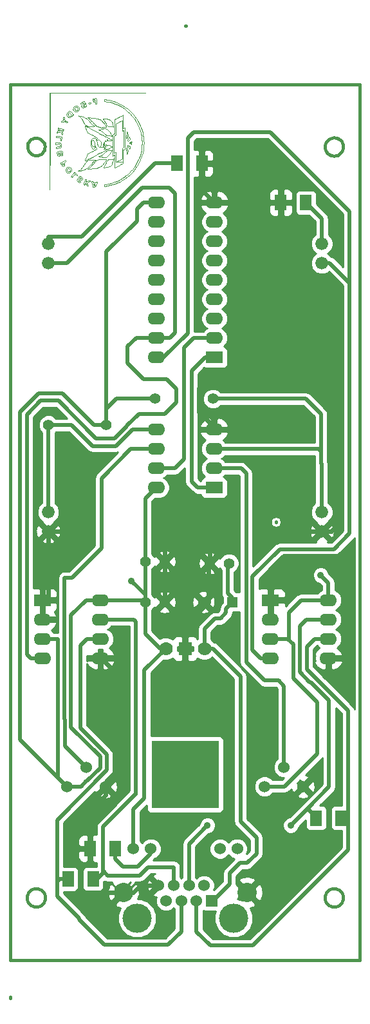
<source format=gbl>
G04 (created by PCBNEW-RS274X (2010-05-05 BZR 2356)-stable) date 2013-08-19 11:42:58*
G01*
G70*
G90*
%MOIN*%
G04 Gerber Fmt 3.4, Leading zero omitted, Abs format*
%FSLAX34Y34*%
G04 APERTURE LIST*
%ADD10C,0.006000*%
%ADD11C,0.015000*%
%ADD12C,0.000100*%
%ADD13C,0.055000*%
%ADD14R,0.090000X0.062000*%
%ADD15O,0.090000X0.062000*%
%ADD16C,0.066000*%
%ADD17R,0.350000X0.350000*%
%ADD18C,0.070000*%
%ADD19R,0.070000X0.070000*%
%ADD20C,0.060000*%
%ADD21C,0.151600*%
%ADD22C,0.100000*%
%ADD23R,0.060000X0.060000*%
%ADD24R,0.060000X0.080000*%
%ADD25R,0.055000X0.055000*%
%ADD26C,0.035000*%
%ADD27C,0.019700*%
%ADD28C,0.023600*%
%ADD29C,0.010000*%
G04 APERTURE END LIST*
G54D10*
G54D11*
X51654Y-25394D02*
X51645Y-25481D01*
X51619Y-25566D01*
X51578Y-25644D01*
X51522Y-25713D01*
X51454Y-25769D01*
X51376Y-25811D01*
X51292Y-25837D01*
X51204Y-25846D01*
X51117Y-25838D01*
X51032Y-25814D01*
X50953Y-25773D01*
X50885Y-25717D01*
X50828Y-25649D01*
X50785Y-25572D01*
X50758Y-25488D01*
X50749Y-25400D01*
X50756Y-25313D01*
X50780Y-25228D01*
X50821Y-25149D01*
X50876Y-25080D01*
X50943Y-25023D01*
X51020Y-24979D01*
X51104Y-24952D01*
X51192Y-24942D01*
X51279Y-24948D01*
X51364Y-24972D01*
X51443Y-25012D01*
X51513Y-25066D01*
X51571Y-25133D01*
X51614Y-25210D01*
X51642Y-25294D01*
X51653Y-25382D01*
X51654Y-25394D01*
X67106Y-25394D02*
X67097Y-25485D01*
X67070Y-25573D01*
X67027Y-25655D01*
X66968Y-25726D01*
X66897Y-25785D01*
X66816Y-25829D01*
X66728Y-25856D01*
X66637Y-25865D01*
X66546Y-25857D01*
X66458Y-25831D01*
X66376Y-25788D01*
X66304Y-25731D01*
X66245Y-25660D01*
X66201Y-25579D01*
X66173Y-25492D01*
X66163Y-25400D01*
X66170Y-25309D01*
X66196Y-25221D01*
X66238Y-25139D01*
X66295Y-25067D01*
X66365Y-25007D01*
X66446Y-24962D01*
X66533Y-24934D01*
X66625Y-24923D01*
X66715Y-24930D01*
X66804Y-24954D01*
X66886Y-24996D01*
X66959Y-25053D01*
X67019Y-25122D01*
X67065Y-25203D01*
X67094Y-25290D01*
X67105Y-25381D01*
X67106Y-25394D01*
X67107Y-64213D02*
X67097Y-64304D01*
X67071Y-64393D01*
X67027Y-64474D01*
X66969Y-64546D01*
X66898Y-64605D01*
X66817Y-64649D01*
X66729Y-64676D01*
X66637Y-64685D01*
X66546Y-64677D01*
X66457Y-64651D01*
X66376Y-64608D01*
X66304Y-64550D01*
X66244Y-64480D01*
X66200Y-64399D01*
X66172Y-64311D01*
X66162Y-64219D01*
X66169Y-64128D01*
X66195Y-64039D01*
X66237Y-63957D01*
X66294Y-63885D01*
X66365Y-63825D01*
X66445Y-63780D01*
X66533Y-63752D01*
X66625Y-63741D01*
X66716Y-63748D01*
X66805Y-63773D01*
X66887Y-63814D01*
X66960Y-63871D01*
X67020Y-63941D01*
X67066Y-64021D01*
X67095Y-64109D01*
X67106Y-64200D01*
X67107Y-64213D01*
X51673Y-64213D02*
X51664Y-64304D01*
X51637Y-64392D01*
X51594Y-64474D01*
X51535Y-64545D01*
X51464Y-64604D01*
X51383Y-64648D01*
X51295Y-64675D01*
X51204Y-64684D01*
X51113Y-64676D01*
X51025Y-64650D01*
X50943Y-64607D01*
X50871Y-64550D01*
X50812Y-64479D01*
X50768Y-64398D01*
X50740Y-64311D01*
X50730Y-64219D01*
X50737Y-64128D01*
X50763Y-64040D01*
X50805Y-63958D01*
X50862Y-63886D01*
X50932Y-63826D01*
X51013Y-63781D01*
X51100Y-63753D01*
X51192Y-63742D01*
X51282Y-63749D01*
X51371Y-63773D01*
X51453Y-63815D01*
X51526Y-63872D01*
X51586Y-63941D01*
X51632Y-64022D01*
X51661Y-64109D01*
X51672Y-64200D01*
X51673Y-64213D01*
X63622Y-44803D02*
X63622Y-44783D01*
X58917Y-19134D02*
X58957Y-19134D01*
X67972Y-22165D02*
X67972Y-67441D01*
X49862Y-22165D02*
X49882Y-22165D01*
X49862Y-67441D02*
X49862Y-22165D01*
X67933Y-67441D02*
X67933Y-67402D01*
X49862Y-67441D02*
X67933Y-67441D01*
X49862Y-69409D02*
X49862Y-69331D01*
X49862Y-22165D02*
X67972Y-22165D01*
G54D12*
X51912Y-27605D02*
X51914Y-25107D01*
X51916Y-22609D01*
X54395Y-22607D01*
X56875Y-22605D01*
X54392Y-22603D01*
X51908Y-22602D01*
X51910Y-25103D01*
X51912Y-27605D01*
X51912Y-27605D01*
X54726Y-27436D02*
X54774Y-27431D01*
X54903Y-27413D01*
X55037Y-27385D01*
X55172Y-27349D01*
X55305Y-27305D01*
X55433Y-27255D01*
X55552Y-27200D01*
X55642Y-27151D01*
X55794Y-27054D01*
X55935Y-26950D01*
X56064Y-26839D01*
X56184Y-26718D01*
X56296Y-26587D01*
X56343Y-26525D01*
X56445Y-26376D01*
X56533Y-26222D01*
X56608Y-26060D01*
X56669Y-25894D01*
X56718Y-25721D01*
X56753Y-25543D01*
X56774Y-25360D01*
X56777Y-25320D01*
X56780Y-25273D01*
X56782Y-25235D01*
X56783Y-25203D01*
X56783Y-25173D01*
X56781Y-25140D01*
X56779Y-25102D01*
X56777Y-25052D01*
X56777Y-25050D01*
X56765Y-24923D01*
X56744Y-24793D01*
X56717Y-24663D01*
X56683Y-24536D01*
X56644Y-24417D01*
X56602Y-24313D01*
X56536Y-24175D01*
X56466Y-24048D01*
X56392Y-23930D01*
X56312Y-23820D01*
X56223Y-23713D01*
X56124Y-23608D01*
X56083Y-23568D01*
X55951Y-23450D01*
X55809Y-23344D01*
X55658Y-23248D01*
X55500Y-23164D01*
X55334Y-23093D01*
X55193Y-23044D01*
X55096Y-23016D01*
X54997Y-22993D01*
X54892Y-22974D01*
X54776Y-22957D01*
X54764Y-22956D01*
X54726Y-22951D01*
X54726Y-22999D01*
X54725Y-23017D01*
X54726Y-23031D01*
X54729Y-23040D01*
X54737Y-23046D01*
X54752Y-23051D01*
X54775Y-23055D01*
X54809Y-23060D01*
X54846Y-23065D01*
X54984Y-23089D01*
X55125Y-23125D01*
X55267Y-23172D01*
X55406Y-23228D01*
X55540Y-23293D01*
X55649Y-23355D01*
X55796Y-23454D01*
X55934Y-23564D01*
X56061Y-23683D01*
X56178Y-23812D01*
X56285Y-23949D01*
X56379Y-24094D01*
X56462Y-24246D01*
X56533Y-24404D01*
X56590Y-24567D01*
X56619Y-24674D01*
X56638Y-24756D01*
X56654Y-24828D01*
X56665Y-24896D01*
X56673Y-24963D01*
X56678Y-25033D01*
X56681Y-25109D01*
X56682Y-25196D01*
X56682Y-25198D01*
X56678Y-25334D01*
X56667Y-25464D01*
X56648Y-25591D01*
X56619Y-25718D01*
X56581Y-25848D01*
X56533Y-25985D01*
X56526Y-26003D01*
X56504Y-26056D01*
X56474Y-26117D01*
X56440Y-26184D01*
X56402Y-26253D01*
X56362Y-26321D01*
X56322Y-26385D01*
X56284Y-26442D01*
X56255Y-26481D01*
X56186Y-26566D01*
X56112Y-26650D01*
X56034Y-26730D01*
X55956Y-26805D01*
X55879Y-26871D01*
X55806Y-26927D01*
X55799Y-26932D01*
X55660Y-27023D01*
X55524Y-27101D01*
X55388Y-27168D01*
X55250Y-27223D01*
X55107Y-27267D01*
X54958Y-27303D01*
X54799Y-27330D01*
X54761Y-27335D01*
X54726Y-27340D01*
X54726Y-27388D01*
X54726Y-27436D01*
X54726Y-27436D01*
X56024Y-25177D02*
X56042Y-25176D01*
X56072Y-25174D01*
X56072Y-25174D01*
X56108Y-25172D01*
X56131Y-25167D01*
X56143Y-25160D01*
X56148Y-25148D01*
X56146Y-25131D01*
X56144Y-25123D01*
X56137Y-25106D01*
X56129Y-25104D01*
X56121Y-25115D01*
X56103Y-25135D01*
X56072Y-25154D01*
X56036Y-25169D01*
X56023Y-25173D01*
X56019Y-25176D01*
X56024Y-25177D01*
X56024Y-25177D01*
X56137Y-25280D02*
X56137Y-25280D01*
X56142Y-25268D01*
X56145Y-25250D01*
X56146Y-25233D01*
X56144Y-25225D01*
X56131Y-25217D01*
X56107Y-25212D01*
X56078Y-25211D01*
X56051Y-25214D01*
X56033Y-25218D01*
X56027Y-25220D01*
X56031Y-25221D01*
X56061Y-25228D01*
X56092Y-25243D01*
X56116Y-25263D01*
X56129Y-25275D01*
X56137Y-25280D01*
X56137Y-25280D01*
X55948Y-25104D02*
X55998Y-25068D01*
X56032Y-25041D01*
X56054Y-25017D01*
X56065Y-24994D01*
X56066Y-24970D01*
X56062Y-24952D01*
X56055Y-24933D01*
X56045Y-24911D01*
X56044Y-24909D01*
X56031Y-24884D01*
X56009Y-24923D01*
X55994Y-24948D01*
X55979Y-24970D01*
X55970Y-24981D01*
X55954Y-25006D01*
X55945Y-25039D01*
X55943Y-25073D01*
X55945Y-25081D01*
X55948Y-25104D01*
X55948Y-25104D01*
X56035Y-25510D02*
X56047Y-25481D01*
X56061Y-25444D01*
X56065Y-25414D01*
X56060Y-25388D01*
X56058Y-25386D01*
X56046Y-25368D01*
X56024Y-25348D01*
X56000Y-25329D01*
X55977Y-25313D01*
X55959Y-25301D01*
X55950Y-25295D01*
X55949Y-25295D01*
X55946Y-25301D01*
X55943Y-25317D01*
X55943Y-25318D01*
X55945Y-25358D01*
X55960Y-25399D01*
X55982Y-25431D01*
X56000Y-25454D01*
X56016Y-25476D01*
X56023Y-25488D01*
X56035Y-25510D01*
X56035Y-25510D01*
X55893Y-24985D02*
X55893Y-24963D01*
X55897Y-24946D01*
X55907Y-24922D01*
X55921Y-24897D01*
X55935Y-24873D01*
X55944Y-24853D01*
X55948Y-24832D01*
X55950Y-24803D01*
X55950Y-24795D01*
X55951Y-24764D01*
X55948Y-24739D01*
X55943Y-24712D01*
X55933Y-24680D01*
X55929Y-24667D01*
X55905Y-24598D01*
X55900Y-24689D01*
X55897Y-24738D01*
X55892Y-24775D01*
X55885Y-24805D01*
X55879Y-24824D01*
X55869Y-24863D01*
X55868Y-24900D01*
X55877Y-24941D01*
X55883Y-24958D01*
X55893Y-24985D01*
X55893Y-24985D01*
X55911Y-25786D02*
X55928Y-25732D01*
X55939Y-25693D01*
X55947Y-25649D01*
X55950Y-25620D01*
X55951Y-25589D01*
X55950Y-25567D01*
X55945Y-25550D01*
X55937Y-25531D01*
X55934Y-25525D01*
X55920Y-25500D01*
X55908Y-25477D01*
X55903Y-25468D01*
X55895Y-25441D01*
X55896Y-25424D01*
X55900Y-25401D01*
X55890Y-25423D01*
X55882Y-25443D01*
X55874Y-25469D01*
X55871Y-25484D01*
X55867Y-25504D01*
X55866Y-25521D01*
X55869Y-25539D01*
X55876Y-25564D01*
X55881Y-25582D01*
X55897Y-25645D01*
X55906Y-25714D01*
X55911Y-25786D01*
X55911Y-25786D01*
X55277Y-26477D02*
X55482Y-26366D01*
X55532Y-26339D01*
X55579Y-26313D01*
X55621Y-26290D01*
X55655Y-26271D01*
X55681Y-26256D01*
X55696Y-26247D01*
X55699Y-26245D01*
X55702Y-26241D01*
X55704Y-26235D01*
X55706Y-26226D01*
X55708Y-26210D01*
X55709Y-26193D01*
X55320Y-26193D01*
X55318Y-26186D01*
X55317Y-26166D01*
X55316Y-26135D01*
X55315Y-26094D01*
X55315Y-26045D01*
X55315Y-25990D01*
X55315Y-25943D01*
X55316Y-25884D01*
X55316Y-25829D01*
X55316Y-25781D01*
X55316Y-25740D01*
X55315Y-25709D01*
X55314Y-25690D01*
X55314Y-25684D01*
X55308Y-25681D01*
X55292Y-25686D01*
X55267Y-25700D01*
X55267Y-25700D01*
X55244Y-25713D01*
X55227Y-25722D01*
X55219Y-25726D01*
X55218Y-25719D01*
X55218Y-25698D01*
X55217Y-25666D01*
X55217Y-25622D01*
X55216Y-25569D01*
X55216Y-25508D01*
X55216Y-25440D01*
X55216Y-25366D01*
X55217Y-25287D01*
X55217Y-25286D01*
X55218Y-24847D01*
X55268Y-24818D01*
X55317Y-24790D01*
X55317Y-24503D01*
X55317Y-24216D01*
X55341Y-24202D01*
X55357Y-24192D01*
X55382Y-24178D01*
X55413Y-24162D01*
X55437Y-24149D01*
X55470Y-24132D01*
X55502Y-24115D01*
X55527Y-24101D01*
X55540Y-24094D01*
X55569Y-24078D01*
X55598Y-24062D01*
X55624Y-24048D01*
X55645Y-24038D01*
X55656Y-24032D01*
X55657Y-24032D01*
X55657Y-24039D01*
X55658Y-24059D01*
X55659Y-24091D01*
X55659Y-24132D01*
X55660Y-24182D01*
X55660Y-24238D01*
X55660Y-24299D01*
X55660Y-24310D01*
X55660Y-24588D01*
X55692Y-24569D01*
X55712Y-24558D01*
X55727Y-24551D01*
X55732Y-24551D01*
X55734Y-24554D01*
X55735Y-24566D01*
X55737Y-24587D01*
X55738Y-24618D01*
X55739Y-24659D01*
X55739Y-24711D01*
X55740Y-24775D01*
X55740Y-24852D01*
X55740Y-24942D01*
X55740Y-24987D01*
X55740Y-25424D01*
X55700Y-25446D01*
X55660Y-25467D01*
X55660Y-25740D01*
X55660Y-26014D01*
X55618Y-26036D01*
X55598Y-26047D01*
X55568Y-26063D01*
X55531Y-26083D01*
X55490Y-26104D01*
X55451Y-26126D01*
X55412Y-26146D01*
X55377Y-26164D01*
X55349Y-26179D01*
X55329Y-26189D01*
X55320Y-26193D01*
X55320Y-26193D01*
X55709Y-26193D01*
X55709Y-26189D01*
X55710Y-26160D01*
X55710Y-26122D01*
X55711Y-26074D01*
X55711Y-26015D01*
X55711Y-25943D01*
X55711Y-25898D01*
X55711Y-25561D01*
X55757Y-25536D01*
X55802Y-25510D01*
X55804Y-24953D01*
X55805Y-24865D01*
X55805Y-24780D01*
X55805Y-24702D01*
X55805Y-24629D01*
X55805Y-24565D01*
X55804Y-24509D01*
X55804Y-24463D01*
X55804Y-24429D01*
X55803Y-24406D01*
X55803Y-24397D01*
X55795Y-24401D01*
X55779Y-24410D01*
X55757Y-24423D01*
X55757Y-24423D01*
X55735Y-24436D01*
X55719Y-24445D01*
X55711Y-24448D01*
X55710Y-24441D01*
X55710Y-24421D01*
X55709Y-24389D01*
X55709Y-24347D01*
X55709Y-24295D01*
X55709Y-24237D01*
X55709Y-24172D01*
X55709Y-24102D01*
X55709Y-24102D01*
X55710Y-24016D01*
X55710Y-23944D01*
X55710Y-23885D01*
X55709Y-23838D01*
X55708Y-23803D01*
X55707Y-23778D01*
X55706Y-23762D01*
X55704Y-23755D01*
X55703Y-23755D01*
X55694Y-23758D01*
X55675Y-23767D01*
X55648Y-23781D01*
X55616Y-23798D01*
X55606Y-23803D01*
X55565Y-23826D01*
X55522Y-23850D01*
X55480Y-23872D01*
X55448Y-23890D01*
X55412Y-23909D01*
X55374Y-23930D01*
X55340Y-23949D01*
X55326Y-23956D01*
X55273Y-23984D01*
X55273Y-24344D01*
X55273Y-24704D01*
X55246Y-24721D01*
X55222Y-24736D01*
X55195Y-24752D01*
X55186Y-24757D01*
X55153Y-24774D01*
X55151Y-25330D01*
X55151Y-25419D01*
X55151Y-25503D01*
X55151Y-25582D01*
X55151Y-25654D01*
X55151Y-25719D01*
X55151Y-25774D01*
X55151Y-25820D01*
X55152Y-25855D01*
X55152Y-25877D01*
X55153Y-25886D01*
X55161Y-25883D01*
X55178Y-25874D01*
X55201Y-25860D01*
X55213Y-25853D01*
X55270Y-25820D01*
X55273Y-26149D01*
X55277Y-26477D01*
X55277Y-26477D01*
X55211Y-24366D02*
X55213Y-24359D01*
X55204Y-24343D01*
X55203Y-24342D01*
X55193Y-24322D01*
X55180Y-24291D01*
X55167Y-24251D01*
X55153Y-24206D01*
X55148Y-24186D01*
X55128Y-24126D01*
X55104Y-24078D01*
X55074Y-24039D01*
X55073Y-24038D01*
X55046Y-24014D01*
X55015Y-23995D01*
X54979Y-23980D01*
X54934Y-23968D01*
X54880Y-23960D01*
X54813Y-23953D01*
X54810Y-23952D01*
X54771Y-23949D01*
X54735Y-23946D01*
X54706Y-23942D01*
X54687Y-23940D01*
X54686Y-23940D01*
X54658Y-23936D01*
X54674Y-23956D01*
X54706Y-24001D01*
X54740Y-24055D01*
X54775Y-24115D01*
X54809Y-24177D01*
X54816Y-24191D01*
X54844Y-24244D01*
X54869Y-24284D01*
X54894Y-24314D01*
X54919Y-24334D01*
X54948Y-24345D01*
X54982Y-24350D01*
X55024Y-24349D01*
X55033Y-24348D01*
X55089Y-24348D01*
X55149Y-24355D01*
X55198Y-24365D01*
X55211Y-24366D01*
X55211Y-24366D01*
X54684Y-26470D02*
X54694Y-26469D01*
X54716Y-26466D01*
X54747Y-26462D01*
X54785Y-26457D01*
X54821Y-26452D01*
X54884Y-26443D01*
X54935Y-26433D01*
X54976Y-26423D01*
X55009Y-26411D01*
X55036Y-26396D01*
X55060Y-26379D01*
X55070Y-26370D01*
X55094Y-26344D01*
X55114Y-26315D01*
X55130Y-26280D01*
X55145Y-26236D01*
X55160Y-26180D01*
X55160Y-26178D01*
X55170Y-26141D01*
X55181Y-26105D01*
X55191Y-26075D01*
X55198Y-26058D01*
X55208Y-26036D01*
X55213Y-26023D01*
X55214Y-26018D01*
X55213Y-26018D01*
X55205Y-26020D01*
X55189Y-26025D01*
X55175Y-26029D01*
X55152Y-26034D01*
X55119Y-26039D01*
X55082Y-26042D01*
X55058Y-26044D01*
X55022Y-26046D01*
X54990Y-26048D01*
X54965Y-26050D01*
X54954Y-26051D01*
X54934Y-26056D01*
X54916Y-26067D01*
X54898Y-26084D01*
X54879Y-26110D01*
X54858Y-26145D01*
X54833Y-26192D01*
X54817Y-26226D01*
X54795Y-26270D01*
X54771Y-26315D01*
X54749Y-26356D01*
X54728Y-26391D01*
X54716Y-26410D01*
X54700Y-26435D01*
X54688Y-26455D01*
X54683Y-26467D01*
X54684Y-26470D01*
X54684Y-26470D01*
X53720Y-26124D02*
X53727Y-26122D01*
X53745Y-26114D01*
X53772Y-26101D01*
X53805Y-26084D01*
X53839Y-26066D01*
X53874Y-26048D01*
X53919Y-26025D01*
X53972Y-25997D01*
X54031Y-25967D01*
X54092Y-25935D01*
X54155Y-25903D01*
X54200Y-25879D01*
X54290Y-25833D01*
X54368Y-25793D01*
X54435Y-25758D01*
X54492Y-25728D01*
X54541Y-25703D01*
X54583Y-25682D01*
X54618Y-25663D01*
X54648Y-25647D01*
X54674Y-25634D01*
X54698Y-25622D01*
X54719Y-25610D01*
X54729Y-25605D01*
X54759Y-25589D01*
X54799Y-25569D01*
X54844Y-25545D01*
X54892Y-25521D01*
X54895Y-25519D01*
X54713Y-25519D01*
X54707Y-25516D01*
X54713Y-25505D01*
X54719Y-25497D01*
X54730Y-25474D01*
X54738Y-25444D01*
X54738Y-25438D01*
X54744Y-25412D01*
X54479Y-25412D01*
X54452Y-25405D01*
X54427Y-25383D01*
X54404Y-25347D01*
X54383Y-25297D01*
X54365Y-25233D01*
X54354Y-25179D01*
X54347Y-25140D01*
X54343Y-25113D01*
X54342Y-25094D01*
X54345Y-25081D01*
X54346Y-25075D01*
X54364Y-25048D01*
X54388Y-25032D01*
X54417Y-25027D01*
X54448Y-25031D01*
X54480Y-25045D01*
X54510Y-25067D01*
X54536Y-25098D01*
X54557Y-25136D01*
X54558Y-25139D01*
X54567Y-25176D01*
X54572Y-25222D01*
X54570Y-25270D01*
X54564Y-25314D01*
X54561Y-25324D01*
X54546Y-25359D01*
X54526Y-25387D01*
X54503Y-25405D01*
X54479Y-25412D01*
X54744Y-25412D01*
X54746Y-25403D01*
X54762Y-25379D01*
X54787Y-25365D01*
X54789Y-25365D01*
X54804Y-25360D01*
X54791Y-25399D01*
X54783Y-25425D01*
X54778Y-25449D01*
X54777Y-25460D01*
X54771Y-25484D01*
X54752Y-25503D01*
X54730Y-25514D01*
X54713Y-25519D01*
X54895Y-25519D01*
X54937Y-25497D01*
X54993Y-25468D01*
X55038Y-25445D01*
X55071Y-25427D01*
X55096Y-25414D01*
X55114Y-25404D01*
X55124Y-25397D01*
X55130Y-25392D01*
X55132Y-25389D01*
X55132Y-25386D01*
X55123Y-25377D01*
X55103Y-25365D01*
X55075Y-25352D01*
X55041Y-25338D01*
X55005Y-25326D01*
X54970Y-25315D01*
X54938Y-25306D01*
X54913Y-25303D01*
X54907Y-25302D01*
X54895Y-25303D01*
X54886Y-25308D01*
X54879Y-25320D01*
X54870Y-25342D01*
X54868Y-25350D01*
X54864Y-25357D01*
X54860Y-25354D01*
X54854Y-25338D01*
X54842Y-25309D01*
X54827Y-25293D01*
X54806Y-25288D01*
X54778Y-25295D01*
X54755Y-25306D01*
X54734Y-25317D01*
X54722Y-25328D01*
X54714Y-25344D01*
X54706Y-25368D01*
X54696Y-25396D01*
X54686Y-25410D01*
X54676Y-25410D01*
X54670Y-25403D01*
X54667Y-25393D01*
X54664Y-25371D01*
X54660Y-25344D01*
X54660Y-25340D01*
X54657Y-25309D01*
X54658Y-25288D01*
X54662Y-25270D01*
X54670Y-25250D01*
X54671Y-25248D01*
X54686Y-25221D01*
X54706Y-25192D01*
X54718Y-25178D01*
X54742Y-25146D01*
X54757Y-25112D01*
X54762Y-25085D01*
X54768Y-25077D01*
X54773Y-25076D01*
X54782Y-25082D01*
X54784Y-25098D01*
X54788Y-25115D01*
X54800Y-25120D01*
X54818Y-25113D01*
X54834Y-25102D01*
X54853Y-25077D01*
X54861Y-25052D01*
X54868Y-25024D01*
X54877Y-25009D01*
X54890Y-25008D01*
X54891Y-25008D01*
X54898Y-25018D01*
X54900Y-25035D01*
X54896Y-25055D01*
X54890Y-25065D01*
X54881Y-25079D01*
X54882Y-25087D01*
X54895Y-25090D01*
X54914Y-25091D01*
X54941Y-25089D01*
X54974Y-25086D01*
X55010Y-25082D01*
X55046Y-25076D01*
X55080Y-25070D01*
X55107Y-25063D01*
X55127Y-25057D01*
X55134Y-25053D01*
X55135Y-25052D01*
X55128Y-25049D01*
X55112Y-25039D01*
X55086Y-25025D01*
X55055Y-25008D01*
X55038Y-24999D01*
X54994Y-24976D01*
X54946Y-24951D01*
X54899Y-24926D01*
X54859Y-24904D01*
X54857Y-24904D01*
X54827Y-24888D01*
X54786Y-24866D01*
X54739Y-24841D01*
X54688Y-24814D01*
X54635Y-24786D01*
X54602Y-24768D01*
X54540Y-24735D01*
X54467Y-24696D01*
X54385Y-24652D01*
X54293Y-24604D01*
X54195Y-24551D01*
X54091Y-24496D01*
X53982Y-24439D01*
X53890Y-24390D01*
X53853Y-24370D01*
X53813Y-24349D01*
X53777Y-24329D01*
X53767Y-24324D01*
X53739Y-24310D01*
X53722Y-24302D01*
X53714Y-24301D01*
X53714Y-24306D01*
X53714Y-24307D01*
X53719Y-24318D01*
X53727Y-24340D01*
X53739Y-24371D01*
X53753Y-24408D01*
X53766Y-24441D01*
X53790Y-24504D01*
X53809Y-24554D01*
X53825Y-24594D01*
X53838Y-24624D01*
X53847Y-24645D01*
X53854Y-24659D01*
X53859Y-24667D01*
X53859Y-24668D01*
X53868Y-24674D01*
X53888Y-24686D01*
X53917Y-24703D01*
X53952Y-24722D01*
X53993Y-24744D01*
X54007Y-24751D01*
X54087Y-24792D01*
X54155Y-24827D01*
X54212Y-24857D01*
X54258Y-24881D01*
X54295Y-24901D01*
X54323Y-24916D01*
X54343Y-24928D01*
X54357Y-24936D01*
X54364Y-24941D01*
X54366Y-24943D01*
X54366Y-24944D01*
X54354Y-24970D01*
X54341Y-24999D01*
X54332Y-25026D01*
X54328Y-25039D01*
X54323Y-25063D01*
X54306Y-25027D01*
X54281Y-24986D01*
X54249Y-24956D01*
X54213Y-24939D01*
X54173Y-24936D01*
X54158Y-24938D01*
X54129Y-24951D01*
X54102Y-24977D01*
X54079Y-25013D01*
X54060Y-25058D01*
X54046Y-25109D01*
X54036Y-25166D01*
X54032Y-25225D01*
X54034Y-25284D01*
X54042Y-25343D01*
X54047Y-25364D01*
X54064Y-25418D01*
X54084Y-25460D01*
X54107Y-25488D01*
X54132Y-25504D01*
X54158Y-25505D01*
X54185Y-25493D01*
X54193Y-25487D01*
X54207Y-25471D01*
X54223Y-25448D01*
X54238Y-25422D01*
X54251Y-25396D01*
X54254Y-25387D01*
X54170Y-25387D01*
X54155Y-25386D01*
X54136Y-25377D01*
X54105Y-25354D01*
X54082Y-25322D01*
X54068Y-25279D01*
X54062Y-25225D01*
X54062Y-25207D01*
X54065Y-25160D01*
X54075Y-25121D01*
X54090Y-25089D01*
X54108Y-25068D01*
X54130Y-25058D01*
X54154Y-25061D01*
X54162Y-25066D01*
X54178Y-25081D01*
X54194Y-25108D01*
X54210Y-25144D01*
X54224Y-25184D01*
X54235Y-25227D01*
X54241Y-25269D01*
X54243Y-25295D01*
X54238Y-25324D01*
X54226Y-25347D01*
X54210Y-25366D01*
X54191Y-25380D01*
X54186Y-25382D01*
X54170Y-25387D01*
X54254Y-25387D01*
X54258Y-25376D01*
X54259Y-25370D01*
X54261Y-25360D01*
X54266Y-25363D01*
X54273Y-25377D01*
X54282Y-25402D01*
X54284Y-25406D01*
X54300Y-25444D01*
X54321Y-25476D01*
X54324Y-25480D01*
X54337Y-25497D01*
X54343Y-25508D01*
X54342Y-25512D01*
X54335Y-25516D01*
X54315Y-25525D01*
X54286Y-25540D01*
X54248Y-25559D01*
X54203Y-25582D01*
X54152Y-25607D01*
X54102Y-25633D01*
X53868Y-25751D01*
X53848Y-25788D01*
X53840Y-25804D01*
X53829Y-25830D01*
X53816Y-25863D01*
X53800Y-25902D01*
X53784Y-25943D01*
X53768Y-25985D01*
X53753Y-26025D01*
X53740Y-26061D01*
X53730Y-26091D01*
X53723Y-26112D01*
X53720Y-26123D01*
X53720Y-26124D01*
X53720Y-26124D01*
X55103Y-24833D02*
X55117Y-24832D01*
X55119Y-24830D01*
X55116Y-24822D01*
X55105Y-24804D01*
X55090Y-24778D01*
X55070Y-24746D01*
X55053Y-24718D01*
X55015Y-24659D01*
X54983Y-24610D01*
X54956Y-24571D01*
X54931Y-24541D01*
X54909Y-24517D01*
X54887Y-24498D01*
X54864Y-24484D01*
X54845Y-24474D01*
X54817Y-24462D01*
X54789Y-24454D01*
X54759Y-24451D01*
X54725Y-24453D01*
X54684Y-24459D01*
X54632Y-24470D01*
X54616Y-24473D01*
X54561Y-24486D01*
X54517Y-24496D01*
X54485Y-24504D01*
X54462Y-24510D01*
X54448Y-24514D01*
X54439Y-24517D01*
X54435Y-24519D01*
X54434Y-24521D01*
X54434Y-24522D01*
X54440Y-24526D01*
X54456Y-24530D01*
X54462Y-24531D01*
X54482Y-24537D01*
X54509Y-24547D01*
X54540Y-24561D01*
X54552Y-24567D01*
X54580Y-24583D01*
X54607Y-24601D01*
X54636Y-24623D01*
X54669Y-24653D01*
X54696Y-24679D01*
X54728Y-24708D01*
X54759Y-24735D01*
X54786Y-24758D01*
X54806Y-24774D01*
X54813Y-24779D01*
X54868Y-24802D01*
X54933Y-24818D01*
X54985Y-24824D01*
X55019Y-24827D01*
X55054Y-24830D01*
X55081Y-24832D01*
X55082Y-24832D01*
X55103Y-24833D01*
X55103Y-24833D01*
X54772Y-25949D02*
X54797Y-25945D01*
X54821Y-25938D01*
X54840Y-25930D01*
X54873Y-25913D01*
X54903Y-25891D01*
X54932Y-25861D01*
X54964Y-25822D01*
X54994Y-25778D01*
X55019Y-25740D01*
X55044Y-25701D01*
X55068Y-25663D01*
X55088Y-25629D01*
X55105Y-25601D01*
X55116Y-25580D01*
X55120Y-25569D01*
X55120Y-25569D01*
X55114Y-25567D01*
X55097Y-25567D01*
X55085Y-25568D01*
X55061Y-25570D01*
X55029Y-25573D01*
X54994Y-25576D01*
X54985Y-25576D01*
X54933Y-25582D01*
X54889Y-25592D01*
X54848Y-25608D01*
X54810Y-25632D01*
X54769Y-25664D01*
X54725Y-25707D01*
X54717Y-25716D01*
X54664Y-25767D01*
X54616Y-25806D01*
X54569Y-25836D01*
X54521Y-25859D01*
X54504Y-25865D01*
X54477Y-25875D01*
X54455Y-25882D01*
X54443Y-25886D01*
X54441Y-25887D01*
X54442Y-25888D01*
X54453Y-25892D01*
X54473Y-25897D01*
X54506Y-25904D01*
X54550Y-25914D01*
X54608Y-25926D01*
X54609Y-25926D01*
X54664Y-25937D01*
X54708Y-25945D01*
X54743Y-25949D01*
X54772Y-25949D01*
X54772Y-25949D01*
X54549Y-24396D02*
X54607Y-24396D01*
X54674Y-24390D01*
X54701Y-24386D01*
X54748Y-24380D01*
X54782Y-24375D01*
X54805Y-24371D01*
X54819Y-24367D01*
X54826Y-24363D01*
X54827Y-24357D01*
X54824Y-24350D01*
X54819Y-24343D01*
X54782Y-24281D01*
X54739Y-24220D01*
X54692Y-24161D01*
X54644Y-24107D01*
X54596Y-24060D01*
X54550Y-24021D01*
X54508Y-23993D01*
X54500Y-23988D01*
X54453Y-23969D01*
X54393Y-23950D01*
X54323Y-23933D01*
X54244Y-23918D01*
X54159Y-23906D01*
X54070Y-23896D01*
X53978Y-23890D01*
X53970Y-23890D01*
X53875Y-23885D01*
X53897Y-23905D01*
X53914Y-23919D01*
X53937Y-23939D01*
X53961Y-23960D01*
X53963Y-23962D01*
X53983Y-23979D01*
X54011Y-24006D01*
X54045Y-24039D01*
X54083Y-24076D01*
X54124Y-24116D01*
X54164Y-24157D01*
X54203Y-24196D01*
X54237Y-24231D01*
X54261Y-24257D01*
X54308Y-24301D01*
X54354Y-24335D01*
X54402Y-24360D01*
X54450Y-24378D01*
X54498Y-24390D01*
X54549Y-24396D01*
X54549Y-24396D01*
X53893Y-26547D02*
X53899Y-26546D01*
X53916Y-26545D01*
X53944Y-26543D01*
X53980Y-26540D01*
X54020Y-26537D01*
X54036Y-26536D01*
X54138Y-26526D01*
X54233Y-26513D01*
X54320Y-26497D01*
X54397Y-26477D01*
X54463Y-26455D01*
X54498Y-26439D01*
X54545Y-26410D01*
X54595Y-26368D01*
X54648Y-26315D01*
X54701Y-26252D01*
X54753Y-26180D01*
X54761Y-26168D01*
X54785Y-26132D01*
X54805Y-26101D01*
X54819Y-26078D01*
X54826Y-26065D01*
X54827Y-26061D01*
X54819Y-26060D01*
X54799Y-26058D01*
X54770Y-26054D01*
X54734Y-26050D01*
X54711Y-26047D01*
X54655Y-26040D01*
X54611Y-26035D01*
X54574Y-26033D01*
X54544Y-26033D01*
X54517Y-26036D01*
X54489Y-26041D01*
X54467Y-26047D01*
X54437Y-26055D01*
X54411Y-26064D01*
X54386Y-26074D01*
X54362Y-26088D01*
X54336Y-26105D01*
X54308Y-26127D01*
X54276Y-26156D01*
X54238Y-26192D01*
X54193Y-26237D01*
X54153Y-26277D01*
X54109Y-26321D01*
X54066Y-26363D01*
X54026Y-26403D01*
X53990Y-26437D01*
X53959Y-26466D01*
X53937Y-26487D01*
X53930Y-26492D01*
X53906Y-26512D01*
X53887Y-26529D01*
X53876Y-26541D01*
X53873Y-26544D01*
X53878Y-26547D01*
X53893Y-26547D01*
X53893Y-26547D01*
X54714Y-25302D02*
X54724Y-25296D01*
X54732Y-25278D01*
X54738Y-25253D01*
X54740Y-25226D01*
X54740Y-25197D01*
X54726Y-25215D01*
X54711Y-25239D01*
X54702Y-25262D01*
X54699Y-25283D01*
X54703Y-25297D01*
X54714Y-25302D01*
X54714Y-25302D01*
X54227Y-27492D02*
X54232Y-27491D01*
X54236Y-27484D01*
X54246Y-27467D01*
X54258Y-27445D01*
X54259Y-27445D01*
X54274Y-27417D01*
X54284Y-27398D01*
X54198Y-27398D01*
X54193Y-27396D01*
X54187Y-27382D01*
X54182Y-27361D01*
X54176Y-27338D01*
X54173Y-27318D01*
X54173Y-27306D01*
X54173Y-27305D01*
X54183Y-27303D01*
X54200Y-27304D01*
X54220Y-27307D01*
X54236Y-27313D01*
X54244Y-27318D01*
X54244Y-27318D01*
X54241Y-27328D01*
X54232Y-27347D01*
X54221Y-27366D01*
X54207Y-27389D01*
X54198Y-27398D01*
X54284Y-27398D01*
X54293Y-27384D01*
X54312Y-27349D01*
X54331Y-27314D01*
X54349Y-27282D01*
X54364Y-27256D01*
X54375Y-27237D01*
X54380Y-27228D01*
X54380Y-27228D01*
X54378Y-27220D01*
X54377Y-27220D01*
X54367Y-27217D01*
X54348Y-27213D01*
X54339Y-27212D01*
X54318Y-27209D01*
X54306Y-27212D01*
X54298Y-27222D01*
X54293Y-27234D01*
X54280Y-27260D01*
X54227Y-27255D01*
X54193Y-27252D01*
X54171Y-27248D01*
X54158Y-27243D01*
X54150Y-27235D01*
X54147Y-27222D01*
X54146Y-27215D01*
X54141Y-27196D01*
X54132Y-27187D01*
X54118Y-27183D01*
X54088Y-27178D01*
X54070Y-27180D01*
X54064Y-27187D01*
X54065Y-27191D01*
X54070Y-27208D01*
X54078Y-27236D01*
X54088Y-27272D01*
X54099Y-27311D01*
X54110Y-27350D01*
X54120Y-27387D01*
X54128Y-27418D01*
X54131Y-27431D01*
X54145Y-27484D01*
X54187Y-27489D01*
X54211Y-27491D01*
X54227Y-27492D01*
X54227Y-27492D01*
X54283Y-23184D02*
X54294Y-23183D01*
X54297Y-23183D01*
X54318Y-23179D01*
X54332Y-23178D01*
X54341Y-23176D01*
X54344Y-23168D01*
X54345Y-23152D01*
X54342Y-23124D01*
X54341Y-23116D01*
X54337Y-23082D01*
X54331Y-23044D01*
X54326Y-23005D01*
X54320Y-22968D01*
X54315Y-22934D01*
X54310Y-22908D01*
X54307Y-22892D01*
X54306Y-22888D01*
X54298Y-22888D01*
X54279Y-22889D01*
X54251Y-22893D01*
X54216Y-22897D01*
X54211Y-22898D01*
X54119Y-22911D01*
X54124Y-22937D01*
X54127Y-22954D01*
X54129Y-22963D01*
X54130Y-22964D01*
X54137Y-22963D01*
X54154Y-22961D01*
X54167Y-22959D01*
X54201Y-22954D01*
X54222Y-22952D01*
X54235Y-22955D01*
X54242Y-22963D01*
X54246Y-22976D01*
X54246Y-22979D01*
X54249Y-22997D01*
X54249Y-23008D01*
X54248Y-23009D01*
X54240Y-23011D01*
X54222Y-23014D01*
X54196Y-23019D01*
X54195Y-23019D01*
X54145Y-23026D01*
X54148Y-23052D01*
X54151Y-23078D01*
X54204Y-23073D01*
X54229Y-23071D01*
X54246Y-23071D01*
X54257Y-23077D01*
X54263Y-23090D01*
X54266Y-23113D01*
X54270Y-23144D01*
X54274Y-23168D01*
X54277Y-23180D01*
X54283Y-23184D01*
X54283Y-23184D01*
X53388Y-26646D02*
X53409Y-26644D01*
X53443Y-26639D01*
X53478Y-26633D01*
X53587Y-26610D01*
X53686Y-26577D01*
X53773Y-26535D01*
X53850Y-26483D01*
X53918Y-26422D01*
X53959Y-26376D01*
X54022Y-26299D01*
X54084Y-26233D01*
X54142Y-26179D01*
X54198Y-26136D01*
X54242Y-26110D01*
X54263Y-26099D01*
X54277Y-26091D01*
X54281Y-26088D01*
X54274Y-26086D01*
X54256Y-26083D01*
X54229Y-26080D01*
X54209Y-26077D01*
X54154Y-26071D01*
X54111Y-26066D01*
X54076Y-26064D01*
X54049Y-26063D01*
X54025Y-26064D01*
X54002Y-26067D01*
X53978Y-26071D01*
X53974Y-26072D01*
X53906Y-26091D01*
X53848Y-26119D01*
X53797Y-26158D01*
X53781Y-26174D01*
X53732Y-26231D01*
X53693Y-26296D01*
X53669Y-26348D01*
X53631Y-26424D01*
X53580Y-26492D01*
X53519Y-26552D01*
X53448Y-26601D01*
X53428Y-26612D01*
X53401Y-26626D01*
X53385Y-26637D01*
X53380Y-26643D01*
X53388Y-26646D01*
X53388Y-26646D01*
X54011Y-24348D02*
X54040Y-24347D01*
X54075Y-24345D01*
X54112Y-24343D01*
X54148Y-24339D01*
X54181Y-24335D01*
X54207Y-24331D01*
X54224Y-24327D01*
X54229Y-24324D01*
X54223Y-24318D01*
X54209Y-24310D01*
X54205Y-24308D01*
X54179Y-24292D01*
X54146Y-24268D01*
X54108Y-24237D01*
X54069Y-24201D01*
X54032Y-24164D01*
X54009Y-24139D01*
X53953Y-24078D01*
X53903Y-24027D01*
X53859Y-23984D01*
X53819Y-23950D01*
X53780Y-23921D01*
X53741Y-23898D01*
X53701Y-23877D01*
X53656Y-23859D01*
X53628Y-23849D01*
X53594Y-23838D01*
X53555Y-23827D01*
X53516Y-23817D01*
X53478Y-23808D01*
X53444Y-23801D01*
X53416Y-23795D01*
X53398Y-23793D01*
X53390Y-23794D01*
X53390Y-23794D01*
X53396Y-23800D01*
X53411Y-23809D01*
X53425Y-23816D01*
X53476Y-23850D01*
X53524Y-23896D01*
X53569Y-23955D01*
X53608Y-24025D01*
X53626Y-24064D01*
X53665Y-24143D01*
X53709Y-24209D01*
X53760Y-24262D01*
X53817Y-24302D01*
X53881Y-24329D01*
X53953Y-24344D01*
X54011Y-24348D01*
X54011Y-24348D01*
X53926Y-23185D02*
X53938Y-23183D01*
X53958Y-23178D01*
X53981Y-23170D01*
X54002Y-23162D01*
X54018Y-23155D01*
X54025Y-23150D01*
X54022Y-23140D01*
X54016Y-23125D01*
X54009Y-23111D01*
X54001Y-23105D01*
X53991Y-23107D01*
X53972Y-23111D01*
X53949Y-23117D01*
X53926Y-23123D01*
X53909Y-23129D01*
X53902Y-23131D01*
X53901Y-23140D01*
X53906Y-23155D01*
X53914Y-23171D01*
X53922Y-23183D01*
X53926Y-23185D01*
X53926Y-23185D01*
X53883Y-27421D02*
X53886Y-27420D01*
X53884Y-27411D01*
X53878Y-27392D01*
X53869Y-27365D01*
X53861Y-27340D01*
X53836Y-27266D01*
X53874Y-27242D01*
X53901Y-27224D01*
X53933Y-27205D01*
X53958Y-27189D01*
X53980Y-27176D01*
X53996Y-27165D01*
X54003Y-27159D01*
X54003Y-27159D01*
X53997Y-27154D01*
X53987Y-27150D01*
X53955Y-27138D01*
X53934Y-27131D01*
X53920Y-27129D01*
X53910Y-27131D01*
X53899Y-27136D01*
X53889Y-27143D01*
X53850Y-27168D01*
X53817Y-27189D01*
X53793Y-27205D01*
X53778Y-27213D01*
X53774Y-27215D01*
X53774Y-27208D01*
X53779Y-27191D01*
X53787Y-27167D01*
X53792Y-27153D01*
X53801Y-27126D01*
X53809Y-27104D01*
X53813Y-27090D01*
X53813Y-27089D01*
X53807Y-27085D01*
X53791Y-27079D01*
X53780Y-27076D01*
X53759Y-27071D01*
X53747Y-27071D01*
X53740Y-27076D01*
X53740Y-27077D01*
X53735Y-27087D01*
X53727Y-27108D01*
X53716Y-27138D01*
X53704Y-27175D01*
X53692Y-27207D01*
X53679Y-27247D01*
X53667Y-27282D01*
X53657Y-27311D01*
X53651Y-27329D01*
X53648Y-27336D01*
X53652Y-27343D01*
X53666Y-27350D01*
X53673Y-27353D01*
X53693Y-27359D01*
X53707Y-27364D01*
X53709Y-27365D01*
X53715Y-27360D01*
X53724Y-27344D01*
X53733Y-27319D01*
X53742Y-27294D01*
X53750Y-27274D01*
X53755Y-27263D01*
X53755Y-27263D01*
X53759Y-27264D01*
X53766Y-27274D01*
X53775Y-27295D01*
X53786Y-27328D01*
X53797Y-27360D01*
X53806Y-27383D01*
X53815Y-27397D01*
X53829Y-27405D01*
X53848Y-27413D01*
X53869Y-27419D01*
X53883Y-27421D01*
X53883Y-27421D01*
X53611Y-23367D02*
X53635Y-23366D01*
X53638Y-23366D01*
X53656Y-23362D01*
X53681Y-23353D01*
X53710Y-23342D01*
X53740Y-23329D01*
X53767Y-23316D01*
X53789Y-23304D01*
X53791Y-23302D01*
X53646Y-23302D01*
X53629Y-23300D01*
X53621Y-23289D01*
X53619Y-23284D01*
X53617Y-23263D01*
X53625Y-23247D01*
X53645Y-23234D01*
X53654Y-23229D01*
X53686Y-23215D01*
X53698Y-23239D01*
X53708Y-23261D01*
X53709Y-23275D01*
X53700Y-23285D01*
X53689Y-23291D01*
X53667Y-23299D01*
X53646Y-23302D01*
X53791Y-23302D01*
X53802Y-23295D01*
X53805Y-23291D01*
X53802Y-23283D01*
X53794Y-23263D01*
X53781Y-23235D01*
X53765Y-23200D01*
X53757Y-23185D01*
X53615Y-23185D01*
X53594Y-23182D01*
X53583Y-23170D01*
X53581Y-23150D01*
X53583Y-23142D01*
X53591Y-23133D01*
X53606Y-23123D01*
X53623Y-23116D01*
X53636Y-23112D01*
X53641Y-23114D01*
X53656Y-23138D01*
X53658Y-23158D01*
X53648Y-23173D01*
X53642Y-23177D01*
X53615Y-23185D01*
X53757Y-23185D01*
X53747Y-23164D01*
X53729Y-23125D01*
X53713Y-23090D01*
X53700Y-23063D01*
X53691Y-23044D01*
X53687Y-23036D01*
X53680Y-23035D01*
X53663Y-23040D01*
X53639Y-23049D01*
X53612Y-23062D01*
X53584Y-23076D01*
X53559Y-23091D01*
X53539Y-23104D01*
X53532Y-23110D01*
X53516Y-23129D01*
X53508Y-23146D01*
X53507Y-23164D01*
X53511Y-23189D01*
X53524Y-23211D01*
X53541Y-23226D01*
X53554Y-23229D01*
X53562Y-23231D01*
X53560Y-23237D01*
X53555Y-23245D01*
X53545Y-23270D01*
X53545Y-23298D01*
X53552Y-23326D01*
X53567Y-23349D01*
X53586Y-23363D01*
X53591Y-23365D01*
X53611Y-23367D01*
X53611Y-23367D01*
X53463Y-27241D02*
X53472Y-27237D01*
X53484Y-27224D01*
X53495Y-27209D01*
X53499Y-27194D01*
X53499Y-27193D01*
X53493Y-27189D01*
X53476Y-27185D01*
X53465Y-27183D01*
X53434Y-27176D01*
X53408Y-27164D01*
X53390Y-27150D01*
X53383Y-27136D01*
X53383Y-27135D01*
X53386Y-27123D01*
X53398Y-27117D01*
X53419Y-27116D01*
X53453Y-27120D01*
X53455Y-27120D01*
X53495Y-27125D01*
X53526Y-27123D01*
X53549Y-27114D01*
X53568Y-27099D01*
X53584Y-27075D01*
X53592Y-27046D01*
X53591Y-27020D01*
X53586Y-27007D01*
X53557Y-26970D01*
X53518Y-26943D01*
X53471Y-26927D01*
X53456Y-26925D01*
X53435Y-26923D01*
X53422Y-26926D01*
X53413Y-26936D01*
X53406Y-26946D01*
X53397Y-26962D01*
X53395Y-26970D01*
X53401Y-26974D01*
X53403Y-26975D01*
X53419Y-26979D01*
X53440Y-26981D01*
X53442Y-26981D01*
X53465Y-26985D01*
X53488Y-26996D01*
X53508Y-27009D01*
X53519Y-27024D01*
X53520Y-27027D01*
X53517Y-27039D01*
X53502Y-27047D01*
X53474Y-27048D01*
X53444Y-27044D01*
X53400Y-27041D01*
X53367Y-27046D01*
X53342Y-27059D01*
X53324Y-27082D01*
X53322Y-27086D01*
X53313Y-27118D01*
X53318Y-27149D01*
X53338Y-27179D01*
X53354Y-27195D01*
X53371Y-27208D01*
X53389Y-27218D01*
X53412Y-27227D01*
X53445Y-27236D01*
X53463Y-27241D01*
X53463Y-27241D01*
X53263Y-23583D02*
X53290Y-23581D01*
X53311Y-23576D01*
X53332Y-23565D01*
X53347Y-23556D01*
X53369Y-23539D01*
X53388Y-23523D01*
X53396Y-23514D01*
X53271Y-23514D01*
X53246Y-23512D01*
X53227Y-23502D01*
X53217Y-23493D01*
X53195Y-23465D01*
X53183Y-23435D01*
X53183Y-23406D01*
X53185Y-23397D01*
X53204Y-23368D01*
X53230Y-23349D01*
X53259Y-23341D01*
X53289Y-23345D01*
X53316Y-23360D01*
X53338Y-23386D01*
X53342Y-23392D01*
X53353Y-23426D01*
X53350Y-23456D01*
X53334Y-23483D01*
X53329Y-23489D01*
X53310Y-23505D01*
X53292Y-23512D01*
X53271Y-23514D01*
X53396Y-23514D01*
X53398Y-23512D01*
X53417Y-23473D01*
X53425Y-23429D01*
X53422Y-23384D01*
X53419Y-23374D01*
X53401Y-23337D01*
X53372Y-23307D01*
X53335Y-23286D01*
X53293Y-23275D01*
X53248Y-23275D01*
X53224Y-23280D01*
X53188Y-23297D01*
X53156Y-23325D01*
X53131Y-23360D01*
X53114Y-23399D01*
X53108Y-23438D01*
X53110Y-23455D01*
X53124Y-23497D01*
X53150Y-23535D01*
X53184Y-23563D01*
X53209Y-23576D01*
X53233Y-23582D01*
X53263Y-23583D01*
X53263Y-23583D01*
X53056Y-26984D02*
X53068Y-26968D01*
X53102Y-26925D01*
X53133Y-26886D01*
X53160Y-26854D01*
X53182Y-26829D01*
X53197Y-26812D01*
X53205Y-26806D01*
X53217Y-26811D01*
X53223Y-26815D01*
X53234Y-26825D01*
X53252Y-26840D01*
X53266Y-26852D01*
X53300Y-26879D01*
X53316Y-26862D01*
X53327Y-26848D01*
X53331Y-26837D01*
X53332Y-26837D01*
X53326Y-26829D01*
X53312Y-26815D01*
X53290Y-26795D01*
X53263Y-26773D01*
X53262Y-26772D01*
X53234Y-26750D01*
X53211Y-26731D01*
X53194Y-26718D01*
X53186Y-26713D01*
X53186Y-26713D01*
X53179Y-26717D01*
X53165Y-26733D01*
X53142Y-26757D01*
X53114Y-26791D01*
X53080Y-26832D01*
X53041Y-26879D01*
X53023Y-26902D01*
X52995Y-26936D01*
X53026Y-26960D01*
X53056Y-26984D01*
X53056Y-26984D01*
X52927Y-23879D02*
X52960Y-23873D01*
X52994Y-23855D01*
X53033Y-23825D01*
X53052Y-23806D01*
X52936Y-23806D01*
X52902Y-23799D01*
X52873Y-23780D01*
X52853Y-23751D01*
X52852Y-23749D01*
X52845Y-23723D01*
X52849Y-23697D01*
X52864Y-23670D01*
X52878Y-23653D01*
X52906Y-23621D01*
X52965Y-23678D01*
X52989Y-23701D01*
X53008Y-23722D01*
X53021Y-23736D01*
X53025Y-23742D01*
X53020Y-23751D01*
X53007Y-23766D01*
X52996Y-23778D01*
X52975Y-23795D01*
X52958Y-23804D01*
X52938Y-23806D01*
X52936Y-23806D01*
X53052Y-23806D01*
X53068Y-23790D01*
X53094Y-23762D01*
X53112Y-23743D01*
X53122Y-23730D01*
X53125Y-23723D01*
X53124Y-23719D01*
X53121Y-23717D01*
X53114Y-23712D01*
X53098Y-23698D01*
X53075Y-23677D01*
X53047Y-23651D01*
X53018Y-23623D01*
X52987Y-23594D01*
X52959Y-23569D01*
X52937Y-23548D01*
X52922Y-23535D01*
X52915Y-23530D01*
X52908Y-23534D01*
X52894Y-23547D01*
X52874Y-23566D01*
X52853Y-23590D01*
X52831Y-23615D01*
X52812Y-23639D01*
X52796Y-23660D01*
X52787Y-23675D01*
X52786Y-23677D01*
X52779Y-23713D01*
X52779Y-23752D01*
X52787Y-23786D01*
X52787Y-23787D01*
X52809Y-23823D01*
X52842Y-23852D01*
X52881Y-23871D01*
X52923Y-23879D01*
X52927Y-23879D01*
X52927Y-23879D01*
X52886Y-26753D02*
X52935Y-26741D01*
X52974Y-26717D01*
X53003Y-26684D01*
X53004Y-26682D01*
X52860Y-26682D01*
X52857Y-26682D01*
X52834Y-26675D01*
X52811Y-26659D01*
X52794Y-26636D01*
X52785Y-26611D01*
X52784Y-26604D01*
X52791Y-26570D01*
X52811Y-26541D01*
X52841Y-26520D01*
X52873Y-26510D01*
X52901Y-26513D01*
X52927Y-26530D01*
X52937Y-26540D01*
X52955Y-26569D01*
X52959Y-26599D01*
X52949Y-26628D01*
X52947Y-26631D01*
X52922Y-26660D01*
X52894Y-26676D01*
X52860Y-26682D01*
X53004Y-26682D01*
X53017Y-26660D01*
X53023Y-26638D01*
X53025Y-26611D01*
X53024Y-26606D01*
X53023Y-26579D01*
X53020Y-26555D01*
X53017Y-26543D01*
X53003Y-26519D01*
X52982Y-26492D01*
X52958Y-26469D01*
X52935Y-26453D01*
X52935Y-26453D01*
X52908Y-26445D01*
X52874Y-26441D01*
X52839Y-26442D01*
X52810Y-26448D01*
X52808Y-26449D01*
X52775Y-26468D01*
X52747Y-26498D01*
X52725Y-26534D01*
X52716Y-26563D01*
X52715Y-26604D01*
X52726Y-26645D01*
X52747Y-26682D01*
X52776Y-26713D01*
X52811Y-26737D01*
X52849Y-26751D01*
X52886Y-26753D01*
X52886Y-26753D01*
X52783Y-24156D02*
X52790Y-24151D01*
X52801Y-24137D01*
X52812Y-24121D01*
X52819Y-24107D01*
X52821Y-24102D01*
X52815Y-24096D01*
X52800Y-24085D01*
X52777Y-24070D01*
X52766Y-24063D01*
X52712Y-24029D01*
X52677Y-23945D01*
X52664Y-23912D01*
X52652Y-23884D01*
X52643Y-23864D01*
X52638Y-23855D01*
X52638Y-23855D01*
X52632Y-23857D01*
X52621Y-23870D01*
X52611Y-23885D01*
X52589Y-23921D01*
X52610Y-23970D01*
X52620Y-23994D01*
X52627Y-24012D01*
X52629Y-24022D01*
X52629Y-24022D01*
X52621Y-24024D01*
X52602Y-24027D01*
X52576Y-24029D01*
X52571Y-24030D01*
X52517Y-24034D01*
X52497Y-24070D01*
X52488Y-24084D01*
X52483Y-24094D01*
X52483Y-24101D01*
X52490Y-24104D01*
X52505Y-24104D01*
X52532Y-24103D01*
X52569Y-24099D01*
X52587Y-24098D01*
X52671Y-24091D01*
X52723Y-24124D01*
X52748Y-24139D01*
X52768Y-24150D01*
X52781Y-24156D01*
X52783Y-24156D01*
X52783Y-24156D01*
X52595Y-26396D02*
X52627Y-26391D01*
X52644Y-26383D01*
X52668Y-26362D01*
X52680Y-26334D01*
X52680Y-26320D01*
X52582Y-26320D01*
X52563Y-26311D01*
X52551Y-26295D01*
X52544Y-26279D01*
X52548Y-26267D01*
X52564Y-26256D01*
X52569Y-26253D01*
X52587Y-26245D01*
X52596Y-26245D01*
X52603Y-26251D01*
X52606Y-26255D01*
X52615Y-26275D01*
X52615Y-26296D01*
X52607Y-26313D01*
X52602Y-26317D01*
X52582Y-26320D01*
X52680Y-26320D01*
X52680Y-26299D01*
X52669Y-26256D01*
X52666Y-26247D01*
X52659Y-26225D01*
X52655Y-26208D01*
X52657Y-26202D01*
X52666Y-26198D01*
X52684Y-26188D01*
X52705Y-26176D01*
X52746Y-26153D01*
X52731Y-26122D01*
X52720Y-26103D01*
X52711Y-26092D01*
X52708Y-26091D01*
X52699Y-26094D01*
X52680Y-26104D01*
X52653Y-26118D01*
X52620Y-26137D01*
X52593Y-26152D01*
X52556Y-26173D01*
X52523Y-26191D01*
X52496Y-26206D01*
X52477Y-26215D01*
X52470Y-26218D01*
X52459Y-26225D01*
X52456Y-26230D01*
X52459Y-26242D01*
X52469Y-26262D01*
X52483Y-26287D01*
X52499Y-26314D01*
X52515Y-26340D01*
X52529Y-26360D01*
X52535Y-26367D01*
X52563Y-26388D01*
X52595Y-26396D01*
X52595Y-26396D01*
X52543Y-24762D02*
X52548Y-24756D01*
X52554Y-24739D01*
X52560Y-24719D01*
X52571Y-24676D01*
X52523Y-24609D01*
X52505Y-24582D01*
X52490Y-24560D01*
X52481Y-24545D01*
X52479Y-24540D01*
X52486Y-24540D01*
X52505Y-24544D01*
X52529Y-24550D01*
X52532Y-24551D01*
X52558Y-24558D01*
X52580Y-24563D01*
X52592Y-24565D01*
X52592Y-24565D01*
X52599Y-24559D01*
X52606Y-24543D01*
X52613Y-24524D01*
X52616Y-24505D01*
X52616Y-24503D01*
X52609Y-24498D01*
X52591Y-24492D01*
X52562Y-24482D01*
X52526Y-24472D01*
X52485Y-24461D01*
X52483Y-24461D01*
X52441Y-24450D01*
X52403Y-24440D01*
X52373Y-24433D01*
X52351Y-24428D01*
X52342Y-24426D01*
X52335Y-24433D01*
X52328Y-24448D01*
X52322Y-24467D01*
X52320Y-24483D01*
X52322Y-24492D01*
X52332Y-24496D01*
X52351Y-24502D01*
X52377Y-24509D01*
X52381Y-24510D01*
X52406Y-24517D01*
X52423Y-24523D01*
X52429Y-24528D01*
X52429Y-24528D01*
X52420Y-24533D01*
X52401Y-24542D01*
X52374Y-24554D01*
X52356Y-24561D01*
X52289Y-24589D01*
X52281Y-24625D01*
X52277Y-24647D01*
X52275Y-24661D01*
X52275Y-24664D01*
X52283Y-24663D01*
X52301Y-24656D01*
X52326Y-24646D01*
X52353Y-24635D01*
X52429Y-24603D01*
X52465Y-24655D01*
X52484Y-24683D01*
X52502Y-24710D01*
X52517Y-24731D01*
X52519Y-24735D01*
X52532Y-24751D01*
X52541Y-24761D01*
X52543Y-24762D01*
X52543Y-24762D01*
X52355Y-25867D02*
X52382Y-25866D01*
X52405Y-25855D01*
X52419Y-25839D01*
X52429Y-25820D01*
X52445Y-25835D01*
X52470Y-25850D01*
X52500Y-25855D01*
X52529Y-25848D01*
X52554Y-25832D01*
X52569Y-25810D01*
X52575Y-25796D01*
X52576Y-25792D01*
X52368Y-25792D01*
X52351Y-25786D01*
X52337Y-25769D01*
X52333Y-25759D01*
X52328Y-25738D01*
X52331Y-25725D01*
X52346Y-25718D01*
X52359Y-25715D01*
X52375Y-25713D01*
X52383Y-25718D01*
X52389Y-25734D01*
X52395Y-25757D01*
X52396Y-25770D01*
X52391Y-25779D01*
X52387Y-25784D01*
X52368Y-25792D01*
X52576Y-25792D01*
X52578Y-25783D01*
X52578Y-25775D01*
X52482Y-25775D01*
X52468Y-25772D01*
X52459Y-25765D01*
X52451Y-25748D01*
X52447Y-25737D01*
X52440Y-25712D01*
X52442Y-25698D01*
X52453Y-25691D01*
X52476Y-25688D01*
X52478Y-25687D01*
X52494Y-25687D01*
X52502Y-25692D01*
X52508Y-25706D01*
X52511Y-25718D01*
X52516Y-25748D01*
X52511Y-25767D01*
X52498Y-25775D01*
X52482Y-25775D01*
X52578Y-25775D01*
X52578Y-25769D01*
X52576Y-25750D01*
X52570Y-25724D01*
X52561Y-25688D01*
X52559Y-25679D01*
X52550Y-25647D01*
X52542Y-25620D01*
X52535Y-25603D01*
X52532Y-25596D01*
X52523Y-25597D01*
X52503Y-25602D01*
X52474Y-25609D01*
X52440Y-25618D01*
X52402Y-25627D01*
X52363Y-25638D01*
X52327Y-25648D01*
X52295Y-25656D01*
X52271Y-25664D01*
X52256Y-25668D01*
X52254Y-25670D01*
X52254Y-25678D01*
X52258Y-25696D01*
X52266Y-25722D01*
X52275Y-25752D01*
X52285Y-25781D01*
X52294Y-25808D01*
X52303Y-25829D01*
X52308Y-25839D01*
X52329Y-25858D01*
X52355Y-25867D01*
X52355Y-25867D01*
X52492Y-25064D02*
X52502Y-25062D01*
X52503Y-25061D01*
X52505Y-25053D01*
X52508Y-25034D01*
X52512Y-25007D01*
X52516Y-24976D01*
X52521Y-24944D01*
X52525Y-24914D01*
X52527Y-24891D01*
X52529Y-24877D01*
X52529Y-24876D01*
X52522Y-24872D01*
X52502Y-24868D01*
X52471Y-24862D01*
X52430Y-24856D01*
X52386Y-24851D01*
X52342Y-24846D01*
X52303Y-24842D01*
X52272Y-24839D01*
X52250Y-24837D01*
X52240Y-24837D01*
X52240Y-24837D01*
X52237Y-24845D01*
X52234Y-24863D01*
X52232Y-24874D01*
X52230Y-24895D01*
X52231Y-24905D01*
X52238Y-24908D01*
X52245Y-24909D01*
X52258Y-24910D01*
X52283Y-24912D01*
X52316Y-24916D01*
X52353Y-24920D01*
X52361Y-24922D01*
X52401Y-24926D01*
X52429Y-24930D01*
X52447Y-24936D01*
X52456Y-24944D01*
X52459Y-24958D01*
X52457Y-24980D01*
X52453Y-25010D01*
X52453Y-25015D01*
X52447Y-25060D01*
X52474Y-25063D01*
X52492Y-25064D01*
X52492Y-25064D01*
X52224Y-25472D02*
X52280Y-25467D01*
X52331Y-25463D01*
X52370Y-25460D01*
X52398Y-25456D01*
X52419Y-25453D01*
X52433Y-25450D01*
X52444Y-25446D01*
X52452Y-25442D01*
X52457Y-25438D01*
X52485Y-25411D01*
X52503Y-25375D01*
X52511Y-25331D01*
X52507Y-25283D01*
X52507Y-25282D01*
X52492Y-25243D01*
X52469Y-25211D01*
X52446Y-25195D01*
X52435Y-25191D01*
X52421Y-25188D01*
X52401Y-25186D01*
X52374Y-25186D01*
X52336Y-25187D01*
X52314Y-25188D01*
X52276Y-25190D01*
X52244Y-25191D01*
X52219Y-25193D01*
X52206Y-25194D01*
X52204Y-25194D01*
X52204Y-25202D01*
X52205Y-25220D01*
X52206Y-25233D01*
X52209Y-25270D01*
X52261Y-25265D01*
X52298Y-25262D01*
X52339Y-25260D01*
X52366Y-25259D01*
X52394Y-25259D01*
X52411Y-25261D01*
X52422Y-25266D01*
X52431Y-25275D01*
X52433Y-25278D01*
X52446Y-25304D01*
X52447Y-25333D01*
X52437Y-25359D01*
X52437Y-25359D01*
X52426Y-25370D01*
X52408Y-25378D01*
X52382Y-25384D01*
X52346Y-25389D01*
X52297Y-25393D01*
X52295Y-25393D01*
X52264Y-25395D01*
X52238Y-25397D01*
X52222Y-25399D01*
X52217Y-25400D01*
X52217Y-25408D01*
X52218Y-25425D01*
X52219Y-25437D01*
X52224Y-25472D01*
X52224Y-25472D01*
G54D13*
X57862Y-46831D03*
X56862Y-46831D03*
X60189Y-46929D03*
X61189Y-46929D03*
G54D14*
X63343Y-48835D03*
G54D15*
X63343Y-49835D03*
X63343Y-50835D03*
X63343Y-51835D03*
X66343Y-51835D03*
X66343Y-50835D03*
X66343Y-49835D03*
X66343Y-48835D03*
G54D14*
X60417Y-43016D03*
G54D15*
X60417Y-42016D03*
X60417Y-41016D03*
X60417Y-40016D03*
X57417Y-40016D03*
X57417Y-41016D03*
X57417Y-42016D03*
X57417Y-43016D03*
G54D14*
X51531Y-48835D03*
G54D15*
X51531Y-49835D03*
X51531Y-50835D03*
X51531Y-51835D03*
X54531Y-51835D03*
X54531Y-50835D03*
X54531Y-49835D03*
X54531Y-48835D03*
G54D16*
X51831Y-45283D03*
X51831Y-44283D03*
X66004Y-45283D03*
X66004Y-44283D03*
G54D17*
X58917Y-57839D03*
G54D18*
X59917Y-51339D03*
G54D19*
X58917Y-51339D03*
G54D18*
X57917Y-51339D03*
G54D13*
X51846Y-39783D03*
X54846Y-39783D03*
X60358Y-38425D03*
X57358Y-38425D03*
G54D20*
X52799Y-58472D03*
X53799Y-57472D03*
X54799Y-58472D03*
X63035Y-58472D03*
X64035Y-57472D03*
X65035Y-58472D03*
G54D16*
X51831Y-31406D03*
X51831Y-30406D03*
X66004Y-31406D03*
X66004Y-30406D03*
G54D21*
X61437Y-65276D03*
X56437Y-65276D03*
G54D20*
X57540Y-63583D03*
X57934Y-64370D03*
X58327Y-63583D03*
X58721Y-64370D03*
X59115Y-63583D03*
X59508Y-64370D03*
X59902Y-63583D03*
G54D22*
X62126Y-63937D03*
X55729Y-63937D03*
G54D20*
X57146Y-61693D03*
X60729Y-61693D03*
X56241Y-61693D03*
X61615Y-61683D03*
G54D23*
X60296Y-64370D03*
G54D24*
X63878Y-28287D03*
X65178Y-28287D03*
X59784Y-26260D03*
X58484Y-26260D03*
X55296Y-61673D03*
X53996Y-61673D03*
X65708Y-60098D03*
X67008Y-60098D03*
X52854Y-63248D03*
X54154Y-63248D03*
G54D25*
X61380Y-48937D03*
G54D13*
X59880Y-48937D03*
X56862Y-48937D03*
X57862Y-48937D03*
G54D14*
X60437Y-36283D03*
G54D15*
X60437Y-35283D03*
X60437Y-34283D03*
X60437Y-33283D03*
X60437Y-32283D03*
X60437Y-31283D03*
X60437Y-30283D03*
X60437Y-29283D03*
X60437Y-28283D03*
X57437Y-28283D03*
X57437Y-29283D03*
X57437Y-30283D03*
X57437Y-31283D03*
X57437Y-32283D03*
X57437Y-33283D03*
X57437Y-34283D03*
X57437Y-35283D03*
X57437Y-36283D03*
G54D26*
X56142Y-47835D03*
X65945Y-47539D03*
X59272Y-52953D03*
X67008Y-52972D03*
X58799Y-52579D03*
X55354Y-52618D03*
X60157Y-45335D03*
X63898Y-45276D03*
X57894Y-45335D03*
X53169Y-45335D03*
X64390Y-60472D03*
X60079Y-60472D03*
G54D27*
X57437Y-28283D02*
X56756Y-28283D01*
X56756Y-28283D02*
X56417Y-28622D01*
X54846Y-31614D02*
X54846Y-30823D01*
X56417Y-29252D02*
X56417Y-28622D01*
X54846Y-30823D02*
X56417Y-29252D01*
X54846Y-31614D02*
X54846Y-39783D01*
X54846Y-39783D02*
X54212Y-39783D01*
X50374Y-56047D02*
X52799Y-58472D01*
X50374Y-39095D02*
X50374Y-56047D01*
X51319Y-38150D02*
X50374Y-39095D01*
X52579Y-38150D02*
X51319Y-38150D01*
X54212Y-39783D02*
X52579Y-38150D01*
X66343Y-48835D02*
X66343Y-47937D01*
X56862Y-48555D02*
X56862Y-48937D01*
X56142Y-47835D02*
X56862Y-48555D01*
X66343Y-47937D02*
X65945Y-47539D01*
X54846Y-39783D02*
X54846Y-38933D01*
X55354Y-38425D02*
X57358Y-38425D01*
X54846Y-38933D02*
X55354Y-38425D01*
X64291Y-50835D02*
X64291Y-49469D01*
X64925Y-48835D02*
X66343Y-48835D01*
X64291Y-49469D02*
X64925Y-48835D01*
X63343Y-50835D02*
X64291Y-50835D01*
X63035Y-58472D02*
X64067Y-58472D01*
X64241Y-50835D02*
X63343Y-50835D01*
X64528Y-51122D02*
X64241Y-50835D01*
X64528Y-52874D02*
X64528Y-51122D01*
X65768Y-54114D02*
X64528Y-52874D01*
X65768Y-56771D02*
X65768Y-54114D01*
X64067Y-58472D02*
X65768Y-56771D01*
X56241Y-61693D02*
X56241Y-59645D01*
X56811Y-52445D02*
X57917Y-51339D01*
X56811Y-59075D02*
X56811Y-52445D01*
X56241Y-59645D02*
X56811Y-59075D01*
X51531Y-50835D02*
X51576Y-50835D01*
X51576Y-50835D02*
X51589Y-50848D01*
X51589Y-50848D02*
X52341Y-50848D01*
X52341Y-50848D02*
X52343Y-50850D01*
X52343Y-50850D02*
X52343Y-58016D01*
X52343Y-58016D02*
X52799Y-58472D01*
X54531Y-48835D02*
X53783Y-48835D01*
X53783Y-48835D02*
X53012Y-49606D01*
X53012Y-49606D02*
X53012Y-55411D01*
X53012Y-55411D02*
X54515Y-56914D01*
X54515Y-56914D02*
X54515Y-57513D01*
X54515Y-57513D02*
X53843Y-58185D01*
X53843Y-58185D02*
X53803Y-58185D01*
X53803Y-58185D02*
X53516Y-58472D01*
X53516Y-58472D02*
X52799Y-58472D01*
X54531Y-48835D02*
X56760Y-48835D01*
X56760Y-48835D02*
X56862Y-48937D01*
X56862Y-46831D02*
X56862Y-43571D01*
X56862Y-43571D02*
X57417Y-43016D01*
X56862Y-48937D02*
X56862Y-46831D01*
X57917Y-51339D02*
X57638Y-51339D01*
X57638Y-51339D02*
X56862Y-50563D01*
X56862Y-50563D02*
X56862Y-48937D01*
G54D28*
X62224Y-28287D02*
X62224Y-30040D01*
X62618Y-36889D02*
X62618Y-37421D01*
X61673Y-35944D02*
X62618Y-36889D01*
X61673Y-30591D02*
X61673Y-35944D01*
X62224Y-30040D02*
X61673Y-30591D01*
X53110Y-61811D02*
X53110Y-62067D01*
X53485Y-62442D02*
X53485Y-63937D01*
X53110Y-62067D02*
X53485Y-62442D01*
X66343Y-51835D02*
X66343Y-52307D01*
X58917Y-52598D02*
X58917Y-51339D01*
X59272Y-52953D02*
X58917Y-52598D01*
X66343Y-52307D02*
X67008Y-52972D01*
X58917Y-51339D02*
X58917Y-52461D01*
X58917Y-52461D02*
X58799Y-52579D01*
X55354Y-52618D02*
X54571Y-51835D01*
X54571Y-51835D02*
X54531Y-51835D01*
X66004Y-45283D02*
X63905Y-45283D01*
X60189Y-45367D02*
X60189Y-46929D01*
X60157Y-45335D02*
X60189Y-45367D01*
X63905Y-45283D02*
X63898Y-45276D01*
X51831Y-45283D02*
X53117Y-45283D01*
X57862Y-45367D02*
X57862Y-46831D01*
X57894Y-45335D02*
X57862Y-45367D01*
X53117Y-45283D02*
X53169Y-45335D01*
X63343Y-48835D02*
X63343Y-47228D01*
X67500Y-48642D02*
X67480Y-48642D01*
X67500Y-47303D02*
X67500Y-48642D01*
X66735Y-46538D02*
X67500Y-47303D01*
X64033Y-46538D02*
X66735Y-46538D01*
X63343Y-47228D02*
X64033Y-46538D01*
X58917Y-51339D02*
X58917Y-50150D01*
X58917Y-50150D02*
X60130Y-48937D01*
X60417Y-40016D02*
X60417Y-39886D01*
X60098Y-37421D02*
X62618Y-37421D01*
X59646Y-37873D02*
X60098Y-37421D01*
X59646Y-39115D02*
X59646Y-37873D01*
X60417Y-39886D02*
X59646Y-39115D01*
X62618Y-37421D02*
X64331Y-37421D01*
X66489Y-45283D02*
X66004Y-45283D01*
X64331Y-37421D02*
X65629Y-37421D01*
X65629Y-37421D02*
X66811Y-38603D01*
X66811Y-38603D02*
X66811Y-44961D01*
X66811Y-44961D02*
X66489Y-45283D01*
X66343Y-51835D02*
X67063Y-51835D01*
X67063Y-51835D02*
X67480Y-51418D01*
X67480Y-51418D02*
X67480Y-48642D01*
X59784Y-26260D02*
X59784Y-27630D01*
X59784Y-27630D02*
X60437Y-28283D01*
X53996Y-61673D02*
X53248Y-61673D01*
X53248Y-61673D02*
X53110Y-61811D01*
X53110Y-61811D02*
X53051Y-61870D01*
X55729Y-63937D02*
X53485Y-63937D01*
X54134Y-59587D02*
X54134Y-59567D01*
X53051Y-60670D02*
X54134Y-59587D01*
X53051Y-61870D02*
X53051Y-60670D01*
X54799Y-58472D02*
X54799Y-58232D01*
X54799Y-58232D02*
X55374Y-57657D01*
X55374Y-57657D02*
X55374Y-53759D01*
X55374Y-53759D02*
X54531Y-52916D01*
X54531Y-52916D02*
X54531Y-51835D01*
X62126Y-63937D02*
X63445Y-62618D01*
X63445Y-62618D02*
X63445Y-60062D01*
X63445Y-60062D02*
X65035Y-58472D01*
X55729Y-63937D02*
X56240Y-63937D01*
X56594Y-63583D02*
X57540Y-63583D01*
X56240Y-63937D02*
X56594Y-63583D01*
X54799Y-58902D02*
X54799Y-58472D01*
X54134Y-59567D02*
X54799Y-58902D01*
X58917Y-51339D02*
X58917Y-49992D01*
X58917Y-49992D02*
X57862Y-48937D01*
X57862Y-48937D02*
X57862Y-46831D01*
X60130Y-48937D02*
X60130Y-46988D01*
X60130Y-46988D02*
X60189Y-46929D01*
X63343Y-49835D02*
X63343Y-48835D01*
X63878Y-28287D02*
X62343Y-28287D01*
X62343Y-28287D02*
X62224Y-28287D01*
X62224Y-28287D02*
X60441Y-28287D01*
X60441Y-28287D02*
X60437Y-28283D01*
X51831Y-48535D02*
X51531Y-48835D01*
X51531Y-48835D02*
X51531Y-49835D01*
X51831Y-45283D02*
X51831Y-48535D01*
G54D27*
X52677Y-47677D02*
X53052Y-47677D01*
X54587Y-46142D02*
X54587Y-42539D01*
X53052Y-47677D02*
X54587Y-46142D01*
X52711Y-56384D02*
X52711Y-55585D01*
X52677Y-54981D02*
X52677Y-47677D01*
X52694Y-54998D02*
X52677Y-54981D01*
X52694Y-55568D02*
X52694Y-54998D01*
X52711Y-55585D02*
X52694Y-55568D01*
X57417Y-41016D02*
X56110Y-41016D01*
X56110Y-41016D02*
X54587Y-42539D01*
X52711Y-56384D02*
X53799Y-57472D01*
X66004Y-29113D02*
X65178Y-28287D01*
X66004Y-30406D02*
X66004Y-29113D01*
X51831Y-30059D02*
X53563Y-30059D01*
X57362Y-26260D02*
X58484Y-26260D01*
X53563Y-30059D02*
X57362Y-26260D01*
X51831Y-30059D02*
X51831Y-30406D01*
X56969Y-27500D02*
X56713Y-27500D01*
X52807Y-31406D02*
X51831Y-31406D01*
X56713Y-27500D02*
X52807Y-31406D01*
X55945Y-36181D02*
X55945Y-35728D01*
X55278Y-40472D02*
X55906Y-39844D01*
X55945Y-35728D02*
X56390Y-35283D01*
X52363Y-38524D02*
X54311Y-40472D01*
X51436Y-38524D02*
X52363Y-38524D01*
X50728Y-39232D02*
X51436Y-38524D01*
X50728Y-51633D02*
X50728Y-39232D01*
X56390Y-35283D02*
X57437Y-35283D01*
X51531Y-51835D02*
X50930Y-51835D01*
X54311Y-40472D02*
X55278Y-40472D01*
X55906Y-39844D02*
X55906Y-39822D01*
X55925Y-36181D02*
X55945Y-36181D01*
X55925Y-36575D02*
X55925Y-36181D01*
X56752Y-37402D02*
X55925Y-36575D01*
X57954Y-37402D02*
X56752Y-37402D01*
X58465Y-37913D02*
X57954Y-37402D01*
X58465Y-38621D02*
X58465Y-37913D01*
X57873Y-39213D02*
X58465Y-38621D01*
X56515Y-39213D02*
X57873Y-39213D01*
X55906Y-39822D02*
X56515Y-39213D01*
X58122Y-35283D02*
X57437Y-35283D01*
X58386Y-35019D02*
X58122Y-35283D01*
X58386Y-27795D02*
X58386Y-35019D01*
X58091Y-27500D02*
X58386Y-27795D01*
X56969Y-27500D02*
X58091Y-27500D01*
X50930Y-51835D02*
X50728Y-51633D01*
X59363Y-35283D02*
X58878Y-35768D01*
X60437Y-35283D02*
X59363Y-35283D01*
X58398Y-42016D02*
X57417Y-42016D01*
X58878Y-41536D02*
X58398Y-42016D01*
X58878Y-35768D02*
X58878Y-41536D01*
X55296Y-62205D02*
X55296Y-61673D01*
X57146Y-61693D02*
X57146Y-61929D01*
X57146Y-61929D02*
X56477Y-62598D01*
X56477Y-62598D02*
X55689Y-62598D01*
X55689Y-62598D02*
X55296Y-62205D01*
X60437Y-36283D02*
X59957Y-36283D01*
X59957Y-36283D02*
X59252Y-36988D01*
X59252Y-36988D02*
X59252Y-42697D01*
X59252Y-42697D02*
X59571Y-43016D01*
X59571Y-43016D02*
X60417Y-43016D01*
X63819Y-46201D02*
X66634Y-46201D01*
X62819Y-51835D02*
X62405Y-51421D01*
X62405Y-51421D02*
X62405Y-47615D01*
X62405Y-47615D02*
X63819Y-46201D01*
X66634Y-46201D02*
X67441Y-45394D01*
X67441Y-32697D02*
X67441Y-32441D01*
X67441Y-45394D02*
X67441Y-32697D01*
X67441Y-32441D02*
X66406Y-31406D01*
X57437Y-36283D02*
X57812Y-36283D01*
X67441Y-28741D02*
X67441Y-32697D01*
X63346Y-24646D02*
X67441Y-28741D01*
X59370Y-24646D02*
X63346Y-24646D01*
X59055Y-24961D02*
X59370Y-24646D01*
X59055Y-35040D02*
X59055Y-24961D01*
X57812Y-36283D02*
X59055Y-35040D01*
X63343Y-51835D02*
X62819Y-51835D01*
X66406Y-31406D02*
X66004Y-31406D01*
X51846Y-44268D02*
X51831Y-44283D01*
X56184Y-40016D02*
X57417Y-40016D01*
X51846Y-39783D02*
X53031Y-39783D01*
X55334Y-40866D02*
X56184Y-40016D01*
X54114Y-40866D02*
X55334Y-40866D01*
X53031Y-39783D02*
X54114Y-40866D01*
X51846Y-39783D02*
X51846Y-44268D01*
X65708Y-60098D02*
X65708Y-60058D01*
X65708Y-60058D02*
X65256Y-59606D01*
X66378Y-54016D02*
X65433Y-53071D01*
X65377Y-53071D02*
X64862Y-52556D01*
X66378Y-58484D02*
X66378Y-54016D01*
X64862Y-50177D02*
X65204Y-49835D01*
X65204Y-49835D02*
X66343Y-49835D01*
X64390Y-60472D02*
X65256Y-59606D01*
X65256Y-59606D02*
X66378Y-58484D01*
X65433Y-53071D02*
X65377Y-53071D01*
X64862Y-52556D02*
X64862Y-50177D01*
X59115Y-61436D02*
X60079Y-60472D01*
X59115Y-63583D02*
X59115Y-61436D01*
X54154Y-63248D02*
X54352Y-63248D01*
X54352Y-63248D02*
X54715Y-62885D01*
X56378Y-58878D02*
X56378Y-49941D01*
X56378Y-49941D02*
X56272Y-49835D01*
X56272Y-49835D02*
X54531Y-49835D01*
X56378Y-58878D02*
X56338Y-58878D01*
X54665Y-60551D02*
X56338Y-58878D01*
X57008Y-62638D02*
X56575Y-63071D01*
X56575Y-63071D02*
X54901Y-63071D01*
X54901Y-63071D02*
X54715Y-62885D01*
X54715Y-62885D02*
X54665Y-62835D01*
X54665Y-62835D02*
X54665Y-60551D01*
X58327Y-62638D02*
X57008Y-62638D01*
X58327Y-62638D02*
X58327Y-63583D01*
X64469Y-41016D02*
X65819Y-41016D01*
X65819Y-41016D02*
X65965Y-41162D01*
X60358Y-38425D02*
X65177Y-38425D01*
X65177Y-38425D02*
X65965Y-39213D01*
X65965Y-39213D02*
X65965Y-41162D01*
X65965Y-41791D02*
X65988Y-41791D01*
X65965Y-41162D02*
X65965Y-41791D01*
X65988Y-41791D02*
X65988Y-44267D01*
X65988Y-44267D02*
X66004Y-44283D01*
X60417Y-41016D02*
X64469Y-41016D01*
X61819Y-42016D02*
X60417Y-42016D01*
X62087Y-42284D02*
X61819Y-42016D01*
X62087Y-52048D02*
X62087Y-42284D01*
X63031Y-52992D02*
X62087Y-52048D01*
X63760Y-52992D02*
X63031Y-52992D01*
X64035Y-53267D02*
X63760Y-52992D01*
X64035Y-57472D02*
X64035Y-53267D01*
X52854Y-63248D02*
X52421Y-63248D01*
X52421Y-63248D02*
X52283Y-63386D01*
X53425Y-65334D02*
X53425Y-65275D01*
X52283Y-60197D02*
X54862Y-57618D01*
X52283Y-64133D02*
X52283Y-63386D01*
X52283Y-63386D02*
X52283Y-60197D01*
X53425Y-65275D02*
X52283Y-64133D01*
X54862Y-56811D02*
X53484Y-55433D01*
X54862Y-57618D02*
X54862Y-56811D01*
X58721Y-64370D02*
X58721Y-65964D01*
X53831Y-50835D02*
X54531Y-50835D01*
X53484Y-55433D02*
X53484Y-51182D01*
X53484Y-51182D02*
X53831Y-50835D01*
X54745Y-66654D02*
X53425Y-65334D01*
X58031Y-66654D02*
X54745Y-66654D01*
X58721Y-65964D02*
X58031Y-66654D01*
X67008Y-60098D02*
X67087Y-60098D01*
X67087Y-60098D02*
X67362Y-59823D01*
X66343Y-50835D02*
X65622Y-50835D01*
X67362Y-54550D02*
X67362Y-54862D01*
X65217Y-52405D02*
X67362Y-54550D01*
X65217Y-51240D02*
X65217Y-52405D01*
X65622Y-50835D02*
X65217Y-51240D01*
X67362Y-61752D02*
X67362Y-59823D01*
X67362Y-59823D02*
X67362Y-54862D01*
X59508Y-64370D02*
X59508Y-65984D01*
X59508Y-65984D02*
X60217Y-66693D01*
X60217Y-66693D02*
X62421Y-66693D01*
X62421Y-66693D02*
X67362Y-61752D01*
X61044Y-49488D02*
X61044Y-49273D01*
X61044Y-49273D02*
X61380Y-48937D01*
X61380Y-48937D02*
X61380Y-48722D01*
X61130Y-48453D02*
X61130Y-46988D01*
X61380Y-48722D02*
X61130Y-48472D01*
X61130Y-48472D02*
X61130Y-48453D01*
X61130Y-46988D02*
X61189Y-46929D01*
X60355Y-64370D02*
X61220Y-63505D01*
X61220Y-63505D02*
X61220Y-62953D01*
X61220Y-62953D02*
X61752Y-62421D01*
X61752Y-62421D02*
X62126Y-62421D01*
X62126Y-62421D02*
X62618Y-61929D01*
X62618Y-61929D02*
X62618Y-61102D01*
X60453Y-49783D02*
X60749Y-49783D01*
X59917Y-50319D02*
X60453Y-49783D01*
X60749Y-49783D02*
X61044Y-49488D01*
X59917Y-51339D02*
X59917Y-50319D01*
X61130Y-46988D02*
X61189Y-46929D01*
X62618Y-61102D02*
X61791Y-60275D01*
X61791Y-60275D02*
X61791Y-52775D01*
X61791Y-52775D02*
X60355Y-51339D01*
X60296Y-64370D02*
X60355Y-64370D01*
X60355Y-51339D02*
X59917Y-51339D01*
G54D29*
X61739Y-49446D02*
X61739Y-49446D01*
X61384Y-49526D02*
X61739Y-49526D01*
X61369Y-49606D02*
X61739Y-49606D01*
X61322Y-49686D02*
X61739Y-49686D01*
X61258Y-49766D02*
X61739Y-49766D01*
X61178Y-49846D02*
X61739Y-49846D01*
X61098Y-49926D02*
X61739Y-49926D01*
X61018Y-50006D02*
X61739Y-50006D01*
X60911Y-50086D02*
X61739Y-50086D01*
X60561Y-50166D02*
X61739Y-50166D01*
X60481Y-50246D02*
X61739Y-50246D01*
X60401Y-50326D02*
X61739Y-50326D01*
X60321Y-50406D02*
X61739Y-50406D01*
X60265Y-50486D02*
X61739Y-50486D01*
X60265Y-50566D02*
X61739Y-50566D01*
X60265Y-50646D02*
X61739Y-50646D01*
X60265Y-50726D02*
X61739Y-50726D01*
X60265Y-50806D02*
X61739Y-50806D01*
X60311Y-50886D02*
X61739Y-50886D01*
X60391Y-50966D02*
X61739Y-50966D01*
X60532Y-51046D02*
X61739Y-51046D01*
X60634Y-51126D02*
X61739Y-51126D01*
X60714Y-51206D02*
X61739Y-51206D01*
X60794Y-51286D02*
X61739Y-51286D01*
X60874Y-51366D02*
X61739Y-51366D01*
X60954Y-51446D02*
X61739Y-51446D01*
X61034Y-51526D02*
X61739Y-51526D01*
X61114Y-51606D02*
X61739Y-51606D01*
X61194Y-51686D02*
X61739Y-51686D01*
X61274Y-51766D02*
X61739Y-51766D01*
X61354Y-51846D02*
X61739Y-51846D01*
X61434Y-51926D02*
X61739Y-51926D01*
X61514Y-52006D02*
X61739Y-52006D01*
X61594Y-52086D02*
X61746Y-52086D01*
X61674Y-52166D02*
X61761Y-52166D01*
X61754Y-52246D02*
X61808Y-52246D01*
X61834Y-52326D02*
X61873Y-52326D01*
X61914Y-52406D02*
X61953Y-52406D01*
X61994Y-52486D02*
X62033Y-52486D01*
X62062Y-52566D02*
X62113Y-52566D01*
X62114Y-52646D02*
X62193Y-52646D01*
X62130Y-52726D02*
X62273Y-52726D01*
X62139Y-52806D02*
X62353Y-52806D01*
X62139Y-52886D02*
X62433Y-52886D01*
X62139Y-52966D02*
X62513Y-52966D01*
X62139Y-53046D02*
X62593Y-53046D01*
X62139Y-53126D02*
X62673Y-53126D01*
X62139Y-53206D02*
X62753Y-53206D01*
X62139Y-53286D02*
X62855Y-53286D01*
X62139Y-53366D02*
X63641Y-53366D01*
X62139Y-53446D02*
X63687Y-53446D01*
X62139Y-53526D02*
X63687Y-53526D01*
X62139Y-53606D02*
X63687Y-53606D01*
X62139Y-53686D02*
X63687Y-53686D01*
X62139Y-53766D02*
X63687Y-53766D01*
X62139Y-53846D02*
X63687Y-53846D01*
X62139Y-53926D02*
X63687Y-53926D01*
X62139Y-54006D02*
X63687Y-54006D01*
X62139Y-54086D02*
X63687Y-54086D01*
X62139Y-54166D02*
X63687Y-54166D01*
X62139Y-54246D02*
X63687Y-54246D01*
X62139Y-54326D02*
X63687Y-54326D01*
X62139Y-54406D02*
X63687Y-54406D01*
X66726Y-54406D02*
X66726Y-54406D01*
X62139Y-54486D02*
X63687Y-54486D01*
X66726Y-54486D02*
X66806Y-54486D01*
X62139Y-54566D02*
X63687Y-54566D01*
X66726Y-54566D02*
X66886Y-54566D01*
X62139Y-54646D02*
X63687Y-54646D01*
X66726Y-54646D02*
X66966Y-54646D01*
X62139Y-54726D02*
X63687Y-54726D01*
X66726Y-54726D02*
X67014Y-54726D01*
X62139Y-54806D02*
X63687Y-54806D01*
X66726Y-54806D02*
X67014Y-54806D01*
X62139Y-54886D02*
X63687Y-54886D01*
X66726Y-54886D02*
X67014Y-54886D01*
X62139Y-54966D02*
X63687Y-54966D01*
X66726Y-54966D02*
X67014Y-54966D01*
X62139Y-55046D02*
X63687Y-55046D01*
X66726Y-55046D02*
X67014Y-55046D01*
X62139Y-55126D02*
X63687Y-55126D01*
X66726Y-55126D02*
X67014Y-55126D01*
X62139Y-55206D02*
X63687Y-55206D01*
X66726Y-55206D02*
X67014Y-55206D01*
X62139Y-55286D02*
X63687Y-55286D01*
X66726Y-55286D02*
X67014Y-55286D01*
X62139Y-55366D02*
X63687Y-55366D01*
X66726Y-55366D02*
X67014Y-55366D01*
X62139Y-55446D02*
X63687Y-55446D01*
X66726Y-55446D02*
X67014Y-55446D01*
X62139Y-55526D02*
X63687Y-55526D01*
X66726Y-55526D02*
X67014Y-55526D01*
X62139Y-55606D02*
X63687Y-55606D01*
X66726Y-55606D02*
X67014Y-55606D01*
X62139Y-55686D02*
X63687Y-55686D01*
X66726Y-55686D02*
X67014Y-55686D01*
X62139Y-55766D02*
X63687Y-55766D01*
X66726Y-55766D02*
X67014Y-55766D01*
X62139Y-55846D02*
X63687Y-55846D01*
X66726Y-55846D02*
X67014Y-55846D01*
X62139Y-55926D02*
X63687Y-55926D01*
X66726Y-55926D02*
X67014Y-55926D01*
X62139Y-56006D02*
X63687Y-56006D01*
X66726Y-56006D02*
X67014Y-56006D01*
X62139Y-56086D02*
X63687Y-56086D01*
X66726Y-56086D02*
X67014Y-56086D01*
X62139Y-56166D02*
X63687Y-56166D01*
X66726Y-56166D02*
X67014Y-56166D01*
X62139Y-56246D02*
X63687Y-56246D01*
X66726Y-56246D02*
X67014Y-56246D01*
X62139Y-56326D02*
X63687Y-56326D01*
X66726Y-56326D02*
X67014Y-56326D01*
X62139Y-56406D02*
X63687Y-56406D01*
X66726Y-56406D02*
X67014Y-56406D01*
X62139Y-56486D02*
X63687Y-56486D01*
X66726Y-56486D02*
X67014Y-56486D01*
X62139Y-56566D02*
X63687Y-56566D01*
X66726Y-56566D02*
X67014Y-56566D01*
X62139Y-56646D02*
X63687Y-56646D01*
X66726Y-56646D02*
X67014Y-56646D01*
X62139Y-56726D02*
X63687Y-56726D01*
X66726Y-56726D02*
X67014Y-56726D01*
X62139Y-56806D02*
X63687Y-56806D01*
X66726Y-56806D02*
X67014Y-56806D01*
X62139Y-56886D02*
X63687Y-56886D01*
X66726Y-56886D02*
X67014Y-56886D01*
X62139Y-56966D02*
X63687Y-56966D01*
X66726Y-56966D02*
X67014Y-56966D01*
X62139Y-57046D02*
X63685Y-57046D01*
X65984Y-57046D02*
X66030Y-57046D01*
X66726Y-57046D02*
X67014Y-57046D01*
X62139Y-57126D02*
X63605Y-57126D01*
X65904Y-57126D02*
X66030Y-57126D01*
X66726Y-57126D02*
X67014Y-57126D01*
X62139Y-57206D02*
X63552Y-57206D01*
X65824Y-57206D02*
X66030Y-57206D01*
X66726Y-57206D02*
X67014Y-57206D01*
X62139Y-57286D02*
X63519Y-57286D01*
X65744Y-57286D02*
X66030Y-57286D01*
X66726Y-57286D02*
X67014Y-57286D01*
X62139Y-57366D02*
X63486Y-57366D01*
X65664Y-57366D02*
X66030Y-57366D01*
X66726Y-57366D02*
X67014Y-57366D01*
X62139Y-57446D02*
X63486Y-57446D01*
X65584Y-57446D02*
X66030Y-57446D01*
X66726Y-57446D02*
X67014Y-57446D01*
X62139Y-57526D02*
X63486Y-57526D01*
X65504Y-57526D02*
X66030Y-57526D01*
X66726Y-57526D02*
X67014Y-57526D01*
X62139Y-57606D02*
X63496Y-57606D01*
X65424Y-57606D02*
X66030Y-57606D01*
X66726Y-57606D02*
X67014Y-57606D01*
X62139Y-57686D02*
X63529Y-57686D01*
X65344Y-57686D02*
X66030Y-57686D01*
X66726Y-57686D02*
X67014Y-57686D01*
X62139Y-57766D02*
X63562Y-57766D01*
X65264Y-57766D02*
X66030Y-57766D01*
X66726Y-57766D02*
X67014Y-57766D01*
X62139Y-57846D02*
X63633Y-57846D01*
X65184Y-57846D02*
X66030Y-57846D01*
X66726Y-57846D02*
X67014Y-57846D01*
X62139Y-57926D02*
X62919Y-57926D01*
X63152Y-57926D02*
X63713Y-57926D01*
X65315Y-57926D02*
X66030Y-57926D01*
X66726Y-57926D02*
X67014Y-57926D01*
X62139Y-58006D02*
X62727Y-58006D01*
X63344Y-58006D02*
X63889Y-58006D01*
X65334Y-58006D02*
X66030Y-58006D01*
X66726Y-58006D02*
X67014Y-58006D01*
X62139Y-58086D02*
X62645Y-58086D01*
X63425Y-58086D02*
X63961Y-58086D01*
X65270Y-58086D02*
X66030Y-58086D01*
X66726Y-58086D02*
X67014Y-58086D01*
X62139Y-58166D02*
X62568Y-58166D01*
X64864Y-58166D02*
X64880Y-58166D01*
X65190Y-58166D02*
X66030Y-58166D01*
X66726Y-58166D02*
X67014Y-58166D01*
X62139Y-58246D02*
X62535Y-58246D01*
X64784Y-58246D02*
X64960Y-58246D01*
X65110Y-58246D02*
X65412Y-58246D01*
X65617Y-58246D02*
X66030Y-58246D01*
X66726Y-58246D02*
X67014Y-58246D01*
X62139Y-58326D02*
X62502Y-58326D01*
X64738Y-58326D02*
X65332Y-58326D01*
X65635Y-58326D02*
X66030Y-58326D01*
X66726Y-58326D02*
X67014Y-58326D01*
X62139Y-58406D02*
X62486Y-58406D01*
X64818Y-58406D02*
X65252Y-58406D01*
X65645Y-58406D02*
X65963Y-58406D01*
X66726Y-58406D02*
X67014Y-58406D01*
X62139Y-58486D02*
X62486Y-58486D01*
X64870Y-58486D02*
X65200Y-58486D01*
X65656Y-58486D02*
X65883Y-58486D01*
X66725Y-58486D02*
X67014Y-58486D01*
X62139Y-58566D02*
X62486Y-58566D01*
X64790Y-58566D02*
X65280Y-58566D01*
X65644Y-58566D02*
X65803Y-58566D01*
X66709Y-58566D02*
X67014Y-58566D01*
X62139Y-58646D02*
X62513Y-58646D01*
X64384Y-58646D02*
X64438Y-58646D01*
X64710Y-58646D02*
X65012Y-58646D01*
X65058Y-58646D02*
X65360Y-58646D01*
X65623Y-58646D02*
X65723Y-58646D01*
X66680Y-58646D02*
X67014Y-58646D01*
X62139Y-58726D02*
X62546Y-58726D01*
X64301Y-58726D02*
X64464Y-58726D01*
X64630Y-58726D02*
X64932Y-58726D01*
X65138Y-58726D02*
X65440Y-58726D01*
X65601Y-58726D02*
X65643Y-58726D01*
X66627Y-58726D02*
X67014Y-58726D01*
X62139Y-58806D02*
X62593Y-58806D01*
X64139Y-58806D02*
X64852Y-58806D01*
X65218Y-58806D02*
X65563Y-58806D01*
X66548Y-58806D02*
X67014Y-58806D01*
X62139Y-58886D02*
X62673Y-58886D01*
X63397Y-58886D02*
X64772Y-58886D01*
X65298Y-58886D02*
X65483Y-58886D01*
X66468Y-58886D02*
X67014Y-58886D01*
X62139Y-58966D02*
X62793Y-58966D01*
X63276Y-58966D02*
X64742Y-58966D01*
X65327Y-58966D02*
X65403Y-58966D01*
X66388Y-58966D02*
X67014Y-58966D01*
X62139Y-59046D02*
X64807Y-59046D01*
X65279Y-59046D02*
X65323Y-59046D01*
X66308Y-59046D02*
X67014Y-59046D01*
X62139Y-59126D02*
X65243Y-59126D01*
X66228Y-59126D02*
X67014Y-59126D01*
X62139Y-59206D02*
X65163Y-59206D01*
X66148Y-59206D02*
X67014Y-59206D01*
X62139Y-59286D02*
X65083Y-59286D01*
X66068Y-59286D02*
X67014Y-59286D01*
X62139Y-59366D02*
X65003Y-59366D01*
X65988Y-59366D02*
X67014Y-59366D01*
X62139Y-59446D02*
X64923Y-59446D01*
X65908Y-59446D02*
X67014Y-59446D01*
X62139Y-59526D02*
X64843Y-59526D01*
X66188Y-59526D02*
X66528Y-59526D01*
X62139Y-59606D02*
X64763Y-59606D01*
X66240Y-59606D02*
X66477Y-59606D01*
X62139Y-59686D02*
X64683Y-59686D01*
X66257Y-59686D02*
X66459Y-59686D01*
X62139Y-59766D02*
X64603Y-59766D01*
X66257Y-59766D02*
X66459Y-59766D01*
X62139Y-59846D02*
X64523Y-59846D01*
X66257Y-59846D02*
X66459Y-59846D01*
X62139Y-59926D02*
X64443Y-59926D01*
X66257Y-59926D02*
X66459Y-59926D01*
X62139Y-60006D02*
X64363Y-60006D01*
X66257Y-60006D02*
X66459Y-60006D01*
X62139Y-60086D02*
X64211Y-60086D01*
X66257Y-60086D02*
X66459Y-60086D01*
X62174Y-60166D02*
X64095Y-60166D01*
X66257Y-60166D02*
X66459Y-60166D01*
X62254Y-60246D02*
X64024Y-60246D01*
X65108Y-60246D02*
X65159Y-60246D01*
X66257Y-60246D02*
X66459Y-60246D01*
X62334Y-60326D02*
X63991Y-60326D01*
X65028Y-60326D02*
X65159Y-60326D01*
X66257Y-60326D02*
X66459Y-60326D01*
X62414Y-60406D02*
X63965Y-60406D01*
X64948Y-60406D02*
X65159Y-60406D01*
X66257Y-60406D02*
X66459Y-60406D01*
X62494Y-60486D02*
X63965Y-60486D01*
X64868Y-60486D02*
X65159Y-60486D01*
X66257Y-60486D02*
X66459Y-60486D01*
X62574Y-60566D02*
X63969Y-60566D01*
X64811Y-60566D02*
X65166Y-60566D01*
X66249Y-60566D02*
X66466Y-60566D01*
X62654Y-60646D02*
X64001Y-60646D01*
X64777Y-60646D02*
X65204Y-60646D01*
X66212Y-60646D02*
X66504Y-60646D01*
X62734Y-60726D02*
X64043Y-60726D01*
X64737Y-60726D02*
X65307Y-60726D01*
X66107Y-60726D02*
X66607Y-60726D01*
X62814Y-60806D02*
X64123Y-60806D01*
X64657Y-60806D02*
X67014Y-60806D01*
X62885Y-60886D02*
X64278Y-60886D01*
X64500Y-60886D02*
X67014Y-60886D01*
X62938Y-60966D02*
X67014Y-60966D01*
X62956Y-61046D02*
X67014Y-61046D01*
X62966Y-61126D02*
X67014Y-61126D01*
X62966Y-61206D02*
X67014Y-61206D01*
X62966Y-61286D02*
X67014Y-61286D01*
X62966Y-61366D02*
X67014Y-61366D01*
X62966Y-61446D02*
X67014Y-61446D01*
X62966Y-61526D02*
X67014Y-61526D01*
X62966Y-61606D02*
X67014Y-61606D01*
X62966Y-61686D02*
X66935Y-61686D01*
X62966Y-61766D02*
X66855Y-61766D01*
X62966Y-61846D02*
X66775Y-61846D01*
X62966Y-61926D02*
X66695Y-61926D01*
X62950Y-62006D02*
X66615Y-62006D01*
X62923Y-62086D02*
X66535Y-62086D01*
X62870Y-62166D02*
X66455Y-62166D01*
X62793Y-62246D02*
X66375Y-62246D01*
X62713Y-62326D02*
X66295Y-62326D01*
X62633Y-62406D02*
X66215Y-62406D01*
X62553Y-62486D02*
X66135Y-62486D01*
X62473Y-62566D02*
X66055Y-62566D01*
X62393Y-62646D02*
X65975Y-62646D01*
X62285Y-62726D02*
X65895Y-62726D01*
X61858Y-62806D02*
X65815Y-62806D01*
X61778Y-62886D02*
X65735Y-62886D01*
X61698Y-62966D02*
X65655Y-62966D01*
X61618Y-63046D02*
X65575Y-63046D01*
X61568Y-63126D02*
X62103Y-63126D01*
X62246Y-63126D02*
X65495Y-63126D01*
X61568Y-63206D02*
X61746Y-63206D01*
X62502Y-63206D02*
X65415Y-63206D01*
X61568Y-63286D02*
X61703Y-63286D01*
X62550Y-63286D02*
X65335Y-63286D01*
X61568Y-63366D02*
X61706Y-63366D01*
X62545Y-63366D02*
X65255Y-63366D01*
X61568Y-63446D02*
X61786Y-63446D01*
X62465Y-63446D02*
X65175Y-63446D01*
X61564Y-63526D02*
X61866Y-63526D01*
X62385Y-63526D02*
X62689Y-63526D01*
X62811Y-63526D02*
X65095Y-63526D01*
X61644Y-63606D02*
X61946Y-63606D01*
X62305Y-63606D02*
X62609Y-63606D01*
X62878Y-63606D02*
X65015Y-63606D01*
X61724Y-63686D02*
X62026Y-63686D01*
X62225Y-63686D02*
X62529Y-63686D01*
X62911Y-63686D02*
X64935Y-63686D01*
X61804Y-63766D02*
X62106Y-63766D01*
X62145Y-63766D02*
X62449Y-63766D01*
X62924Y-63766D02*
X64855Y-63766D01*
X61884Y-63846D02*
X62369Y-63846D01*
X62931Y-63846D02*
X64775Y-63846D01*
X61964Y-63926D02*
X62289Y-63926D01*
X62939Y-63926D02*
X64695Y-63926D01*
X61905Y-64006D02*
X62346Y-64006D01*
X62946Y-64006D02*
X64615Y-64006D01*
X61825Y-64086D02*
X62426Y-64086D01*
X62927Y-64086D02*
X64535Y-64086D01*
X61744Y-64166D02*
X62048Y-64166D01*
X62204Y-64166D02*
X62506Y-64166D01*
X62902Y-64166D02*
X64455Y-64166D01*
X61664Y-64246D02*
X61968Y-64246D01*
X62284Y-64246D02*
X62586Y-64246D01*
X62877Y-64246D02*
X64375Y-64246D01*
X61777Y-64326D02*
X61888Y-64326D01*
X62364Y-64326D02*
X62666Y-64326D01*
X62852Y-64326D02*
X64295Y-64326D01*
X62444Y-64406D02*
X64215Y-64406D01*
X62524Y-64486D02*
X64135Y-64486D01*
X62558Y-64566D02*
X64055Y-64566D01*
X62527Y-64646D02*
X63975Y-64646D01*
X62366Y-64726D02*
X63895Y-64726D01*
X62332Y-64806D02*
X63815Y-64806D01*
X59856Y-64886D02*
X59867Y-64886D01*
X62365Y-64886D02*
X63735Y-64886D01*
X59856Y-64966D02*
X60475Y-64966D01*
X62399Y-64966D02*
X63655Y-64966D01*
X59856Y-65046D02*
X60442Y-65046D01*
X62432Y-65046D02*
X63575Y-65046D01*
X59856Y-65126D02*
X60430Y-65126D01*
X62444Y-65126D02*
X63495Y-65126D01*
X59856Y-65206D02*
X60430Y-65206D01*
X62444Y-65206D02*
X63415Y-65206D01*
X59856Y-65286D02*
X60430Y-65286D01*
X62444Y-65286D02*
X63335Y-65286D01*
X59856Y-65366D02*
X60430Y-65366D01*
X62444Y-65366D02*
X63255Y-65366D01*
X59856Y-65446D02*
X60430Y-65446D01*
X62444Y-65446D02*
X63175Y-65446D01*
X59856Y-65526D02*
X60451Y-65526D01*
X62423Y-65526D02*
X63095Y-65526D01*
X59856Y-65606D02*
X60484Y-65606D01*
X62390Y-65606D02*
X63015Y-65606D01*
X59856Y-65686D02*
X60517Y-65686D01*
X62357Y-65686D02*
X62935Y-65686D01*
X59856Y-65766D02*
X60550Y-65766D01*
X62323Y-65766D02*
X62855Y-65766D01*
X59863Y-65846D02*
X60583Y-65846D01*
X62290Y-65846D02*
X62775Y-65846D01*
X59943Y-65926D02*
X60663Y-65926D01*
X62210Y-65926D02*
X62695Y-65926D01*
X60023Y-66006D02*
X60743Y-66006D01*
X62130Y-66006D02*
X62615Y-66006D01*
X60103Y-66086D02*
X60823Y-66086D01*
X62050Y-66086D02*
X62535Y-66086D01*
X60183Y-66166D02*
X60954Y-66166D01*
X61918Y-66166D02*
X62455Y-66166D01*
X60263Y-66246D02*
X61146Y-66246D01*
X61725Y-66246D02*
X62375Y-66246D01*
X60343Y-66326D02*
X62295Y-66326D01*
X55112Y-50182D02*
X55112Y-50182D01*
X55032Y-50262D02*
X56030Y-50262D01*
X54927Y-50342D02*
X56030Y-50342D01*
X55047Y-50422D02*
X56030Y-50422D01*
X55127Y-50502D02*
X56030Y-50502D01*
X55174Y-50582D02*
X56030Y-50582D01*
X55207Y-50662D02*
X56030Y-50662D01*
X55233Y-50742D02*
X56030Y-50742D01*
X55233Y-50822D02*
X56030Y-50822D01*
X55233Y-50902D02*
X56030Y-50902D01*
X55217Y-50982D02*
X56030Y-50982D01*
X55183Y-51062D02*
X56030Y-51062D01*
X55150Y-51142D02*
X56030Y-51142D01*
X55072Y-51222D02*
X56030Y-51222D01*
X55001Y-51302D02*
X56030Y-51302D01*
X55097Y-51382D02*
X56030Y-51382D01*
X54424Y-51462D02*
X54638Y-51462D01*
X55178Y-51462D02*
X56030Y-51462D01*
X54424Y-51542D02*
X54638Y-51542D01*
X55223Y-51542D02*
X56030Y-51542D01*
X54424Y-51622D02*
X54638Y-51622D01*
X55268Y-51622D02*
X56030Y-51622D01*
X53832Y-51702D02*
X53832Y-51702D01*
X54424Y-51702D02*
X54638Y-51702D01*
X55230Y-51702D02*
X56030Y-51702D01*
X53832Y-51782D02*
X56030Y-51782D01*
X53832Y-51862D02*
X56030Y-51862D01*
X53832Y-51942D02*
X53847Y-51942D01*
X54424Y-51942D02*
X54638Y-51942D01*
X55216Y-51942D02*
X56030Y-51942D01*
X54424Y-52022D02*
X54638Y-52022D01*
X55263Y-52022D02*
X56030Y-52022D01*
X54424Y-52102D02*
X54638Y-52102D01*
X55237Y-52102D02*
X56030Y-52102D01*
X53832Y-52182D02*
X53870Y-52182D01*
X54424Y-52182D02*
X54638Y-52182D01*
X55191Y-52182D02*
X56030Y-52182D01*
X53832Y-52262D02*
X53933Y-52262D01*
X54424Y-52262D02*
X54638Y-52262D01*
X55128Y-52262D02*
X56030Y-52262D01*
X53832Y-52342D02*
X54030Y-52342D01*
X54424Y-52342D02*
X54638Y-52342D01*
X55031Y-52342D02*
X56030Y-52342D01*
X53832Y-52422D02*
X54189Y-52422D01*
X54378Y-52422D02*
X54683Y-52422D01*
X54872Y-52422D02*
X56030Y-52422D01*
X53832Y-52502D02*
X56030Y-52502D01*
X53832Y-52582D02*
X56030Y-52582D01*
X53832Y-52662D02*
X56030Y-52662D01*
X53832Y-52742D02*
X56030Y-52742D01*
X53832Y-52822D02*
X56030Y-52822D01*
X53832Y-52902D02*
X56030Y-52902D01*
X53832Y-52982D02*
X56030Y-52982D01*
X53832Y-53062D02*
X56030Y-53062D01*
X53832Y-53142D02*
X56030Y-53142D01*
X53832Y-53222D02*
X56030Y-53222D01*
X53832Y-53302D02*
X56030Y-53302D01*
X53832Y-53382D02*
X56030Y-53382D01*
X53832Y-53462D02*
X56030Y-53462D01*
X53832Y-53542D02*
X56030Y-53542D01*
X53832Y-53622D02*
X56030Y-53622D01*
X53832Y-53702D02*
X56030Y-53702D01*
X53832Y-53782D02*
X56030Y-53782D01*
X53832Y-53862D02*
X56030Y-53862D01*
X53832Y-53942D02*
X56030Y-53942D01*
X53832Y-54022D02*
X56030Y-54022D01*
X53832Y-54102D02*
X56030Y-54102D01*
X53832Y-54182D02*
X56030Y-54182D01*
X53832Y-54262D02*
X56030Y-54262D01*
X53832Y-54342D02*
X56030Y-54342D01*
X53832Y-54422D02*
X56030Y-54422D01*
X53832Y-54502D02*
X56030Y-54502D01*
X53832Y-54582D02*
X56030Y-54582D01*
X53832Y-54662D02*
X56030Y-54662D01*
X53832Y-54742D02*
X56030Y-54742D01*
X53832Y-54822D02*
X56030Y-54822D01*
X53832Y-54902D02*
X56030Y-54902D01*
X53832Y-54982D02*
X56030Y-54982D01*
X53832Y-55062D02*
X56030Y-55062D01*
X53832Y-55142D02*
X56030Y-55142D01*
X53832Y-55222D02*
X56030Y-55222D01*
X53846Y-55302D02*
X56030Y-55302D01*
X53926Y-55382D02*
X56030Y-55382D01*
X54006Y-55462D02*
X56030Y-55462D01*
X54086Y-55542D02*
X56030Y-55542D01*
X54166Y-55622D02*
X56030Y-55622D01*
X54246Y-55702D02*
X56030Y-55702D01*
X54326Y-55782D02*
X56030Y-55782D01*
X54406Y-55862D02*
X56030Y-55862D01*
X54486Y-55942D02*
X56030Y-55942D01*
X54566Y-56022D02*
X56030Y-56022D01*
X54646Y-56102D02*
X56030Y-56102D01*
X54726Y-56182D02*
X56030Y-56182D01*
X54806Y-56262D02*
X56030Y-56262D01*
X54886Y-56342D02*
X56030Y-56342D01*
X54966Y-56422D02*
X56030Y-56422D01*
X55046Y-56502D02*
X56030Y-56502D01*
X55120Y-56582D02*
X56030Y-56582D01*
X55174Y-56662D02*
X56030Y-56662D01*
X55197Y-56742D02*
X56030Y-56742D01*
X55210Y-56822D02*
X56030Y-56822D01*
X55210Y-56902D02*
X56030Y-56902D01*
X55210Y-56982D02*
X56030Y-56982D01*
X55210Y-57062D02*
X56030Y-57062D01*
X55210Y-57142D02*
X56030Y-57142D01*
X55210Y-57222D02*
X56030Y-57222D01*
X55210Y-57302D02*
X56030Y-57302D01*
X55210Y-57382D02*
X56030Y-57382D01*
X55210Y-57462D02*
X56030Y-57462D01*
X55210Y-57542D02*
X56030Y-57542D01*
X55209Y-57622D02*
X56030Y-57622D01*
X55193Y-57702D02*
X56030Y-57702D01*
X55163Y-57782D02*
X56030Y-57782D01*
X55109Y-57862D02*
X56030Y-57862D01*
X55083Y-57942D02*
X56030Y-57942D01*
X55098Y-58022D02*
X56030Y-58022D01*
X55018Y-58102D02*
X56030Y-58102D01*
X54938Y-58182D02*
X55240Y-58182D01*
X55302Y-58182D02*
X56030Y-58182D01*
X54858Y-58262D02*
X55160Y-58262D01*
X55388Y-58262D02*
X56030Y-58262D01*
X54778Y-58342D02*
X55080Y-58342D01*
X55401Y-58342D02*
X56030Y-58342D01*
X54698Y-58422D02*
X55000Y-58422D01*
X55412Y-58422D02*
X56030Y-58422D01*
X54618Y-58502D02*
X54980Y-58502D01*
X55422Y-58502D02*
X56030Y-58502D01*
X54538Y-58582D02*
X55060Y-58582D01*
X55404Y-58582D02*
X56030Y-58582D01*
X54458Y-58662D02*
X54760Y-58662D01*
X54838Y-58662D02*
X55140Y-58662D01*
X55382Y-58662D02*
X56030Y-58662D01*
X54229Y-58742D02*
X54235Y-58742D01*
X54378Y-58742D02*
X54680Y-58742D01*
X54918Y-58742D02*
X55220Y-58742D01*
X55361Y-58742D02*
X55982Y-58742D01*
X54149Y-58822D02*
X54600Y-58822D01*
X54998Y-58822D02*
X55902Y-58822D01*
X54069Y-58902D02*
X54520Y-58902D01*
X55078Y-58902D02*
X55822Y-58902D01*
X53989Y-58982D02*
X54510Y-58982D01*
X55087Y-58982D02*
X55742Y-58982D01*
X53909Y-59062D02*
X54631Y-59062D01*
X55005Y-59062D02*
X55662Y-59062D01*
X53829Y-59142D02*
X55582Y-59142D01*
X53749Y-59222D02*
X55502Y-59222D01*
X53669Y-59302D02*
X55422Y-59302D01*
X53589Y-59382D02*
X55342Y-59382D01*
X53509Y-59462D02*
X55262Y-59462D01*
X53429Y-59542D02*
X55181Y-59542D01*
X53349Y-59622D02*
X55101Y-59622D01*
X53269Y-59702D02*
X55021Y-59702D01*
X53189Y-59782D02*
X54941Y-59782D01*
X53109Y-59862D02*
X54861Y-59862D01*
X53029Y-59942D02*
X54781Y-59942D01*
X52949Y-60022D02*
X54702Y-60022D01*
X52869Y-60102D02*
X54622Y-60102D01*
X52789Y-60182D02*
X54542Y-60182D01*
X52709Y-60262D02*
X54462Y-60262D01*
X52631Y-60342D02*
X54394Y-60342D01*
X52631Y-60422D02*
X54343Y-60422D01*
X52631Y-60502D02*
X54327Y-60502D01*
X52631Y-60582D02*
X54317Y-60582D01*
X52631Y-60662D02*
X54317Y-60662D01*
X52631Y-60742D02*
X54317Y-60742D01*
X52631Y-60822D02*
X54317Y-60822D01*
X52631Y-60902D02*
X54317Y-60902D01*
X52631Y-60982D02*
X53547Y-60982D01*
X53843Y-60982D02*
X54149Y-60982D01*
X52631Y-61062D02*
X53446Y-61062D01*
X53889Y-61062D02*
X54103Y-61062D01*
X52631Y-61142D02*
X53398Y-61142D01*
X53889Y-61142D02*
X54103Y-61142D01*
X52631Y-61222D02*
X53370Y-61222D01*
X53889Y-61222D02*
X54103Y-61222D01*
X52631Y-61302D02*
X53370Y-61302D01*
X53889Y-61302D02*
X54103Y-61302D01*
X52631Y-61382D02*
X53370Y-61382D01*
X53889Y-61382D02*
X54103Y-61382D01*
X52631Y-61462D02*
X53370Y-61462D01*
X53889Y-61462D02*
X54103Y-61462D01*
X52631Y-61542D02*
X53427Y-61542D01*
X53889Y-61542D02*
X54103Y-61542D01*
X52631Y-61622D02*
X54103Y-61622D01*
X52631Y-61702D02*
X54103Y-61702D01*
X52631Y-61782D02*
X53449Y-61782D01*
X53889Y-61782D02*
X54103Y-61782D01*
X52631Y-61862D02*
X53370Y-61862D01*
X53889Y-61862D02*
X54103Y-61862D01*
X52631Y-61942D02*
X53370Y-61942D01*
X53889Y-61942D02*
X54103Y-61942D01*
X52631Y-62022D02*
X53370Y-62022D01*
X53889Y-62022D02*
X54103Y-62022D01*
X52631Y-62102D02*
X53370Y-62102D01*
X53889Y-62102D02*
X54103Y-62102D01*
X52631Y-62182D02*
X53388Y-62182D01*
X53889Y-62182D02*
X54103Y-62182D01*
X52631Y-62262D02*
X53424Y-62262D01*
X53889Y-62262D02*
X54103Y-62262D01*
X52631Y-62342D02*
X53504Y-62342D01*
X53865Y-62342D02*
X54127Y-62342D01*
X52631Y-62422D02*
X54317Y-62422D01*
X52631Y-62502D02*
X54317Y-62502D01*
X52631Y-62582D02*
X54317Y-62582D01*
X53320Y-62662D02*
X53688Y-62662D01*
X53380Y-62742D02*
X53629Y-62742D01*
X53403Y-62822D02*
X53605Y-62822D01*
X53403Y-62902D02*
X53605Y-62902D01*
X53403Y-62982D02*
X53605Y-62982D01*
X53403Y-63062D02*
X53605Y-63062D01*
X57076Y-63062D02*
X57255Y-63062D01*
X53403Y-63142D02*
X53605Y-63142D01*
X56996Y-63142D02*
X57250Y-63142D01*
X53403Y-63222D02*
X53605Y-63222D01*
X56916Y-63222D02*
X57330Y-63222D01*
X53403Y-63302D02*
X53605Y-63302D01*
X56836Y-63302D02*
X57000Y-63302D01*
X57108Y-63302D02*
X57410Y-63302D01*
X53403Y-63382D02*
X53605Y-63382D01*
X54709Y-63382D02*
X54750Y-63382D01*
X56725Y-63382D02*
X56959Y-63382D01*
X57188Y-63382D02*
X57490Y-63382D01*
X53403Y-63462D02*
X53605Y-63462D01*
X54703Y-63462D02*
X55103Y-63462D01*
X56052Y-63462D02*
X56053Y-63462D01*
X56355Y-63462D02*
X56938Y-63462D01*
X57268Y-63462D02*
X57570Y-63462D01*
X53403Y-63542D02*
X53605Y-63542D01*
X54703Y-63542D02*
X55004Y-63542D01*
X55183Y-63542D02*
X55183Y-63542D01*
X55972Y-63542D02*
X55973Y-63542D01*
X56275Y-63542D02*
X56276Y-63542D01*
X56454Y-63542D02*
X56917Y-63542D01*
X57348Y-63542D02*
X57650Y-63542D01*
X53403Y-63622D02*
X53605Y-63622D01*
X54703Y-63622D02*
X54980Y-63622D01*
X55263Y-63622D02*
X55263Y-63622D01*
X55892Y-63622D02*
X55893Y-63622D01*
X56195Y-63622D02*
X56196Y-63622D01*
X56488Y-63622D02*
X56926Y-63622D01*
X57350Y-63622D02*
X57652Y-63622D01*
X53401Y-63702D02*
X53607Y-63702D01*
X54701Y-63702D02*
X54955Y-63702D01*
X55343Y-63702D02*
X55343Y-63702D01*
X55812Y-63702D02*
X55813Y-63702D01*
X56115Y-63702D02*
X56116Y-63702D01*
X56521Y-63702D02*
X56937Y-63702D01*
X57270Y-63702D02*
X57572Y-63702D01*
X53367Y-63782D02*
X53640Y-63782D01*
X54667Y-63782D02*
X54930Y-63782D01*
X55423Y-63782D02*
X55423Y-63782D01*
X55732Y-63782D02*
X55733Y-63782D01*
X56035Y-63782D02*
X56036Y-63782D01*
X56529Y-63782D02*
X56947Y-63782D01*
X57190Y-63782D02*
X57492Y-63782D01*
X53287Y-63862D02*
X53720Y-63862D01*
X54587Y-63862D02*
X54909Y-63862D01*
X55503Y-63862D02*
X55503Y-63862D01*
X55653Y-63862D02*
X55805Y-63862D01*
X55955Y-63862D02*
X55956Y-63862D01*
X56536Y-63862D02*
X56991Y-63862D01*
X57110Y-63862D02*
X57412Y-63862D01*
X52631Y-63942D02*
X54916Y-63942D01*
X55572Y-63942D02*
X55875Y-63942D01*
X56543Y-63942D02*
X57332Y-63942D01*
X52664Y-64022D02*
X54923Y-64022D01*
X55492Y-64022D02*
X55795Y-64022D01*
X56550Y-64022D02*
X57252Y-64022D01*
X52744Y-64102D02*
X54930Y-64102D01*
X55412Y-64102D02*
X55716Y-64102D01*
X56525Y-64102D02*
X57253Y-64102D01*
X52824Y-64182D02*
X54941Y-64182D01*
X55332Y-64182D02*
X55636Y-64182D01*
X56500Y-64182D02*
X57408Y-64182D01*
X52904Y-64262D02*
X54975Y-64262D01*
X55252Y-64262D02*
X55556Y-64262D01*
X56475Y-64262D02*
X57385Y-64262D01*
X52984Y-64342D02*
X55029Y-64342D01*
X55172Y-64342D02*
X55476Y-64342D01*
X56814Y-64342D02*
X57385Y-64342D01*
X53064Y-64422D02*
X55396Y-64422D01*
X57006Y-64422D02*
X57385Y-64422D01*
X53144Y-64502D02*
X55316Y-64502D01*
X57087Y-64502D02*
X57394Y-64502D01*
X53224Y-64582D02*
X55302Y-64582D01*
X57167Y-64582D02*
X57427Y-64582D01*
X53304Y-64662D02*
X55334Y-64662D01*
X57247Y-64662D02*
X57461Y-64662D01*
X53384Y-64742D02*
X55569Y-64742D01*
X57306Y-64742D02*
X57530Y-64742D01*
X53464Y-64822D02*
X55535Y-64822D01*
X57339Y-64822D02*
X57610Y-64822D01*
X58257Y-64822D02*
X58373Y-64822D01*
X53544Y-64902D02*
X55502Y-64902D01*
X57372Y-64902D02*
X57784Y-64902D01*
X58083Y-64902D02*
X58373Y-64902D01*
X53624Y-64982D02*
X55469Y-64982D01*
X57405Y-64982D02*
X58373Y-64982D01*
X53694Y-65062D02*
X55435Y-65062D01*
X57438Y-65062D02*
X58373Y-65062D01*
X53748Y-65142D02*
X55430Y-65142D01*
X57444Y-65142D02*
X58373Y-65142D01*
X53805Y-65222D02*
X55430Y-65222D01*
X57444Y-65222D02*
X58373Y-65222D01*
X53885Y-65302D02*
X55430Y-65302D01*
X57444Y-65302D02*
X58373Y-65302D01*
X53965Y-65382D02*
X55430Y-65382D01*
X57444Y-65382D02*
X58373Y-65382D01*
X54045Y-65462D02*
X55430Y-65462D01*
X57444Y-65462D02*
X58373Y-65462D01*
X54125Y-65542D02*
X55457Y-65542D01*
X57417Y-65542D02*
X58373Y-65542D01*
X54205Y-65622D02*
X55490Y-65622D01*
X57383Y-65622D02*
X58373Y-65622D01*
X54285Y-65702D02*
X55523Y-65702D01*
X57350Y-65702D02*
X58373Y-65702D01*
X54365Y-65782D02*
X55556Y-65782D01*
X57317Y-65782D02*
X58373Y-65782D01*
X54445Y-65862D02*
X55599Y-65862D01*
X57274Y-65862D02*
X58330Y-65862D01*
X54525Y-65942D02*
X55679Y-65942D01*
X57194Y-65942D02*
X58250Y-65942D01*
X54605Y-66022D02*
X55759Y-66022D01*
X57114Y-66022D02*
X58170Y-66022D01*
X54685Y-66102D02*
X55839Y-66102D01*
X57034Y-66102D02*
X58090Y-66102D01*
X54765Y-66182D02*
X55992Y-66182D01*
X56880Y-66182D02*
X58010Y-66182D01*
X54845Y-66262D02*
X56184Y-66262D01*
X56686Y-66262D02*
X57930Y-66262D01*
X58904Y-42002D02*
X58904Y-42002D01*
X58824Y-42082D02*
X58904Y-42082D01*
X58744Y-42162D02*
X58904Y-42162D01*
X58664Y-42242D02*
X58904Y-42242D01*
X58555Y-42322D02*
X58904Y-42322D01*
X57959Y-42402D02*
X58904Y-42402D01*
X60959Y-42402D02*
X61713Y-42402D01*
X57878Y-42482D02*
X58904Y-42482D01*
X60977Y-42482D02*
X61739Y-42482D01*
X57892Y-42562D02*
X58904Y-42562D01*
X61075Y-42562D02*
X61739Y-42562D01*
X57972Y-42642D02*
X58904Y-42642D01*
X61110Y-42642D02*
X61739Y-42642D01*
X58043Y-42722D02*
X58908Y-42722D01*
X61116Y-42722D02*
X61739Y-42722D01*
X58076Y-42802D02*
X58924Y-42802D01*
X61116Y-42802D02*
X61739Y-42802D01*
X58109Y-42882D02*
X58964Y-42882D01*
X61116Y-42882D02*
X61739Y-42882D01*
X58119Y-42962D02*
X59025Y-42962D01*
X61116Y-42962D02*
X61739Y-42962D01*
X58119Y-43042D02*
X59105Y-43042D01*
X61116Y-43042D02*
X61739Y-43042D01*
X58119Y-43122D02*
X59185Y-43122D01*
X61116Y-43122D02*
X61739Y-43122D01*
X58086Y-43202D02*
X59265Y-43202D01*
X61116Y-43202D02*
X61739Y-43202D01*
X58053Y-43282D02*
X59354Y-43282D01*
X61116Y-43282D02*
X61739Y-43282D01*
X58000Y-43362D02*
X59560Y-43362D01*
X61116Y-43362D02*
X61739Y-43362D01*
X57920Y-43442D02*
X59745Y-43442D01*
X61088Y-43442D02*
X61739Y-43442D01*
X57782Y-43522D02*
X59811Y-43522D01*
X61023Y-43522D02*
X61739Y-43522D01*
X57323Y-43602D02*
X61739Y-43602D01*
X57243Y-43682D02*
X61739Y-43682D01*
X57210Y-43762D02*
X61739Y-43762D01*
X57210Y-43842D02*
X61739Y-43842D01*
X57210Y-43922D02*
X61739Y-43922D01*
X57210Y-44002D02*
X61739Y-44002D01*
X57210Y-44082D02*
X61739Y-44082D01*
X57210Y-44162D02*
X61739Y-44162D01*
X57210Y-44242D02*
X61739Y-44242D01*
X57210Y-44322D02*
X61739Y-44322D01*
X57210Y-44402D02*
X61739Y-44402D01*
X57210Y-44482D02*
X61739Y-44482D01*
X57210Y-44562D02*
X61739Y-44562D01*
X57210Y-44642D02*
X61739Y-44642D01*
X57210Y-44722D02*
X61739Y-44722D01*
X57210Y-44802D02*
X61739Y-44802D01*
X57210Y-44882D02*
X61739Y-44882D01*
X57210Y-44962D02*
X61739Y-44962D01*
X57210Y-45042D02*
X61739Y-45042D01*
X57210Y-45122D02*
X61739Y-45122D01*
X57210Y-45202D02*
X61739Y-45202D01*
X57210Y-45282D02*
X61739Y-45282D01*
X57210Y-45362D02*
X61739Y-45362D01*
X57210Y-45442D02*
X61739Y-45442D01*
X57210Y-45522D02*
X61739Y-45522D01*
X57210Y-45602D02*
X61739Y-45602D01*
X57210Y-45682D02*
X61739Y-45682D01*
X57210Y-45762D02*
X61739Y-45762D01*
X57210Y-45842D02*
X61739Y-45842D01*
X57210Y-45922D02*
X61739Y-45922D01*
X57210Y-46002D02*
X61739Y-46002D01*
X57210Y-46082D02*
X61739Y-46082D01*
X57210Y-46162D02*
X61739Y-46162D01*
X57210Y-46242D02*
X57819Y-46242D01*
X57939Y-46242D02*
X61739Y-46242D01*
X57210Y-46322D02*
X57595Y-46322D01*
X58130Y-46322D02*
X61739Y-46322D01*
X57210Y-46402D02*
X57584Y-46402D01*
X58140Y-46402D02*
X59925Y-46402D01*
X60454Y-46402D02*
X61739Y-46402D01*
X57256Y-46482D02*
X57664Y-46482D01*
X58060Y-46482D02*
X59908Y-46482D01*
X60471Y-46482D02*
X60897Y-46482D01*
X61483Y-46482D02*
X61739Y-46482D01*
X57319Y-46562D02*
X57355Y-46562D01*
X57442Y-46562D02*
X57744Y-46562D01*
X57980Y-46562D02*
X58282Y-46562D01*
X58367Y-46562D02*
X59973Y-46562D01*
X60405Y-46562D02*
X60814Y-46562D01*
X61565Y-46562D02*
X61739Y-46562D01*
X57522Y-46642D02*
X57824Y-46642D01*
X57900Y-46642D02*
X58202Y-46642D01*
X58431Y-46642D02*
X60053Y-46642D01*
X60325Y-46642D02*
X60740Y-46642D01*
X61639Y-46642D02*
X61739Y-46642D01*
X57602Y-46722D02*
X58122Y-46722D01*
X58442Y-46722D02*
X59634Y-46722D01*
X59831Y-46722D02*
X60133Y-46722D01*
X60245Y-46722D02*
X60547Y-46722D01*
X61672Y-46722D02*
X61739Y-46722D01*
X57682Y-46802D02*
X58042Y-46802D01*
X58454Y-46802D02*
X59614Y-46802D01*
X59911Y-46802D02*
X60467Y-46802D01*
X61705Y-46802D02*
X61739Y-46802D01*
X57660Y-46882D02*
X58064Y-46882D01*
X58457Y-46882D02*
X59593Y-46882D01*
X59991Y-46882D02*
X60387Y-46882D01*
X61714Y-46882D02*
X61739Y-46882D01*
X57580Y-46962D02*
X58144Y-46962D01*
X58436Y-46962D02*
X59598Y-46962D01*
X60005Y-46962D02*
X60373Y-46962D01*
X61714Y-46962D02*
X61739Y-46962D01*
X57500Y-47042D02*
X57802Y-47042D01*
X57922Y-47042D02*
X58224Y-47042D01*
X58415Y-47042D02*
X59609Y-47042D01*
X59925Y-47042D02*
X60453Y-47042D01*
X61710Y-47042D02*
X61739Y-47042D01*
X57309Y-47122D02*
X57722Y-47122D01*
X58002Y-47122D02*
X59621Y-47122D01*
X59845Y-47122D02*
X60147Y-47122D01*
X60231Y-47122D02*
X60533Y-47122D01*
X61677Y-47122D02*
X61739Y-47122D01*
X57233Y-47202D02*
X57642Y-47202D01*
X58082Y-47202D02*
X59703Y-47202D01*
X59765Y-47202D02*
X60067Y-47202D01*
X60311Y-47202D02*
X60613Y-47202D01*
X60674Y-47202D02*
X60734Y-47202D01*
X61644Y-47202D02*
X61739Y-47202D01*
X57210Y-47282D02*
X57581Y-47282D01*
X58142Y-47282D02*
X59987Y-47282D01*
X60391Y-47282D02*
X60782Y-47282D01*
X61578Y-47282D02*
X61739Y-47282D01*
X57210Y-47362D02*
X57598Y-47362D01*
X58125Y-47362D02*
X59907Y-47362D01*
X60471Y-47362D02*
X60782Y-47362D01*
X61498Y-47362D02*
X61739Y-47362D01*
X57210Y-47442D02*
X59921Y-47442D01*
X60456Y-47442D02*
X60782Y-47442D01*
X61478Y-47442D02*
X61739Y-47442D01*
X57210Y-47522D02*
X60128Y-47522D01*
X60204Y-47522D02*
X60782Y-47522D01*
X61478Y-47522D02*
X61739Y-47522D01*
X57210Y-47602D02*
X60782Y-47602D01*
X61478Y-47602D02*
X61739Y-47602D01*
X57210Y-47682D02*
X60782Y-47682D01*
X61478Y-47682D02*
X61739Y-47682D01*
X57210Y-47762D02*
X60782Y-47762D01*
X61478Y-47762D02*
X61739Y-47762D01*
X57210Y-47842D02*
X60782Y-47842D01*
X61478Y-47842D02*
X61739Y-47842D01*
X57210Y-47922D02*
X60782Y-47922D01*
X61478Y-47922D02*
X61739Y-47922D01*
X57210Y-48002D02*
X60782Y-48002D01*
X61478Y-48002D02*
X61739Y-48002D01*
X57210Y-48082D02*
X60782Y-48082D01*
X61478Y-48082D02*
X61739Y-48082D01*
X57210Y-48162D02*
X60782Y-48162D01*
X61478Y-48162D02*
X61739Y-48162D01*
X57210Y-48242D02*
X60782Y-48242D01*
X61478Y-48242D02*
X61739Y-48242D01*
X57210Y-48322D02*
X60782Y-48322D01*
X61478Y-48322D02*
X61739Y-48322D01*
X57210Y-48402D02*
X57600Y-48402D01*
X58125Y-48402D02*
X59618Y-48402D01*
X60143Y-48402D02*
X60782Y-48402D01*
X61552Y-48402D02*
X61739Y-48402D01*
X57210Y-48482D02*
X57583Y-48482D01*
X58142Y-48482D02*
X59601Y-48482D01*
X60160Y-48482D02*
X60783Y-48482D01*
X57230Y-48562D02*
X57638Y-48562D01*
X58086Y-48562D02*
X59656Y-48562D01*
X60104Y-48562D02*
X60799Y-48562D01*
X57308Y-48642D02*
X57718Y-48642D01*
X58006Y-48642D02*
X59736Y-48642D01*
X60024Y-48642D02*
X60832Y-48642D01*
X57496Y-48722D02*
X57798Y-48722D01*
X57926Y-48722D02*
X58228Y-48722D01*
X58422Y-48722D02*
X59328Y-48722D01*
X59514Y-48722D02*
X59816Y-48722D01*
X59944Y-48722D02*
X60246Y-48722D01*
X60440Y-48722D02*
X60856Y-48722D01*
X57576Y-48802D02*
X58148Y-48802D01*
X58438Y-48802D02*
X59307Y-48802D01*
X59594Y-48802D02*
X60166Y-48802D01*
X60456Y-48802D02*
X60856Y-48802D01*
X57656Y-48882D02*
X58068Y-48882D01*
X58450Y-48882D02*
X59286Y-48882D01*
X59674Y-48882D02*
X60086Y-48882D01*
X60468Y-48882D02*
X60856Y-48882D01*
X57686Y-48962D02*
X58038Y-48962D01*
X58461Y-48962D02*
X59288Y-48962D01*
X59704Y-48962D02*
X60056Y-48962D01*
X60479Y-48962D02*
X60856Y-48962D01*
X57606Y-49042D02*
X58118Y-49042D01*
X58443Y-49042D02*
X59299Y-49042D01*
X59624Y-49042D02*
X60136Y-49042D01*
X60461Y-49042D02*
X60788Y-49042D01*
X57526Y-49122D02*
X57828Y-49122D01*
X57896Y-49122D02*
X58198Y-49122D01*
X58422Y-49122D02*
X59311Y-49122D01*
X59544Y-49122D02*
X59846Y-49122D01*
X59914Y-49122D02*
X60216Y-49122D01*
X60440Y-49122D02*
X60734Y-49122D01*
X57320Y-49202D02*
X57340Y-49202D01*
X57446Y-49202D02*
X57748Y-49202D01*
X57976Y-49202D02*
X58278Y-49202D01*
X58384Y-49202D02*
X59357Y-49202D01*
X59464Y-49202D02*
X59766Y-49202D01*
X59994Y-49202D02*
X60296Y-49202D01*
X60402Y-49202D02*
X60710Y-49202D01*
X57259Y-49282D02*
X57668Y-49282D01*
X58056Y-49282D02*
X59686Y-49282D01*
X60074Y-49282D02*
X60696Y-49282D01*
X57210Y-49362D02*
X57588Y-49362D01*
X58136Y-49362D02*
X59606Y-49362D01*
X60154Y-49362D02*
X60678Y-49362D01*
X57210Y-49442D02*
X57593Y-49442D01*
X58130Y-49442D02*
X59611Y-49442D01*
X60148Y-49442D02*
X60417Y-49442D01*
X57210Y-49522D02*
X57770Y-49522D01*
X57933Y-49522D02*
X59788Y-49522D01*
X59951Y-49522D02*
X60229Y-49522D01*
X57210Y-49602D02*
X60142Y-49602D01*
X57210Y-49682D02*
X60062Y-49682D01*
X57210Y-49762D02*
X59982Y-49762D01*
X57210Y-49842D02*
X59902Y-49842D01*
X57210Y-49922D02*
X59822Y-49922D01*
X57210Y-50002D02*
X59742Y-50002D01*
X57210Y-50082D02*
X59665Y-50082D01*
X57210Y-50162D02*
X59611Y-50162D01*
X57210Y-50242D02*
X59584Y-50242D01*
X57210Y-50322D02*
X59569Y-50322D01*
X57210Y-50402D02*
X59569Y-50402D01*
X57273Y-50482D02*
X59569Y-50482D01*
X57353Y-50562D02*
X59569Y-50562D01*
X57433Y-50642D02*
X59569Y-50642D01*
X57513Y-50722D02*
X58373Y-50722D01*
X58788Y-50722D02*
X59046Y-50722D01*
X59461Y-50722D02*
X59569Y-50722D01*
X57593Y-50802D02*
X57648Y-50802D01*
X58186Y-50802D02*
X58293Y-50802D01*
X58810Y-50802D02*
X59024Y-50802D01*
X59541Y-50802D02*
X59569Y-50802D01*
X58810Y-50882D02*
X59024Y-50882D01*
X58810Y-50962D02*
X59024Y-50962D01*
X58810Y-51042D02*
X59024Y-51042D01*
X58810Y-51122D02*
X59024Y-51122D01*
X58810Y-51202D02*
X59024Y-51202D01*
X58516Y-51282D02*
X59318Y-51282D01*
X58516Y-51362D02*
X59318Y-51362D01*
X58516Y-51442D02*
X59318Y-51442D01*
X58810Y-51522D02*
X59024Y-51522D01*
X58810Y-51602D02*
X59024Y-51602D01*
X58810Y-51682D02*
X59024Y-51682D01*
X58810Y-51762D02*
X59024Y-51762D01*
X58260Y-51842D02*
X58277Y-51842D01*
X58810Y-51842D02*
X59024Y-51842D01*
X59556Y-51842D02*
X59573Y-51842D01*
X60260Y-51842D02*
X60366Y-51842D01*
X58074Y-51922D02*
X58339Y-51922D01*
X58810Y-51922D02*
X59024Y-51922D01*
X59495Y-51922D02*
X59759Y-51922D01*
X60074Y-51922D02*
X60446Y-51922D01*
X57745Y-52002D02*
X58470Y-52002D01*
X58742Y-52002D02*
X59092Y-52002D01*
X59363Y-52002D02*
X60526Y-52002D01*
X57665Y-52082D02*
X60606Y-52082D01*
X57585Y-52162D02*
X60686Y-52162D01*
X57505Y-52242D02*
X60766Y-52242D01*
X57425Y-52322D02*
X60846Y-52322D01*
X57345Y-52402D02*
X60926Y-52402D01*
X57265Y-52482D02*
X61006Y-52482D01*
X57185Y-52562D02*
X61086Y-52562D01*
X57159Y-52642D02*
X61166Y-52642D01*
X57159Y-52722D02*
X61246Y-52722D01*
X57159Y-52802D02*
X61326Y-52802D01*
X57159Y-52882D02*
X61406Y-52882D01*
X57159Y-52962D02*
X61443Y-52962D01*
X57159Y-53042D02*
X61443Y-53042D01*
X57159Y-53122D02*
X61443Y-53122D01*
X57159Y-53202D02*
X61443Y-53202D01*
X57159Y-53282D02*
X61443Y-53282D01*
X57159Y-53362D02*
X61443Y-53362D01*
X57159Y-53442D02*
X61443Y-53442D01*
X57159Y-53522D02*
X61443Y-53522D01*
X57159Y-53602D02*
X61443Y-53602D01*
X57159Y-53682D02*
X61443Y-53682D01*
X57159Y-53762D02*
X61443Y-53762D01*
X57159Y-53842D02*
X61443Y-53842D01*
X57159Y-53922D02*
X61443Y-53922D01*
X57159Y-54002D02*
X61443Y-54002D01*
X57159Y-54082D02*
X61443Y-54082D01*
X57159Y-54162D02*
X61443Y-54162D01*
X57159Y-54242D02*
X61443Y-54242D01*
X57159Y-54322D02*
X61443Y-54322D01*
X57159Y-54402D02*
X61443Y-54402D01*
X57159Y-54482D02*
X61443Y-54482D01*
X57159Y-54562D02*
X61443Y-54562D01*
X57159Y-54642D02*
X61443Y-54642D01*
X57159Y-54722D02*
X61443Y-54722D01*
X57159Y-54802D02*
X61443Y-54802D01*
X57159Y-54882D02*
X61443Y-54882D01*
X57159Y-54962D02*
X61443Y-54962D01*
X57159Y-55042D02*
X61443Y-55042D01*
X57159Y-55122D02*
X61443Y-55122D01*
X57159Y-55202D02*
X61443Y-55202D01*
X57159Y-55282D02*
X61443Y-55282D01*
X57159Y-55362D02*
X61443Y-55362D01*
X57159Y-55442D02*
X61443Y-55442D01*
X57159Y-55522D02*
X61443Y-55522D01*
X57159Y-55602D02*
X61443Y-55602D01*
X57159Y-55682D02*
X61443Y-55682D01*
X57159Y-55762D02*
X61443Y-55762D01*
X60722Y-55842D02*
X61443Y-55842D01*
X60852Y-55922D02*
X61443Y-55922D01*
X60901Y-56002D02*
X61443Y-56002D01*
X60916Y-56082D02*
X61443Y-56082D01*
X60916Y-56162D02*
X61443Y-56162D01*
X60916Y-56242D02*
X61443Y-56242D01*
X60916Y-56322D02*
X61443Y-56322D01*
X60916Y-56402D02*
X61443Y-56402D01*
X60916Y-56482D02*
X61443Y-56482D01*
X60916Y-56562D02*
X61443Y-56562D01*
X60916Y-56642D02*
X61443Y-56642D01*
X60916Y-56722D02*
X61443Y-56722D01*
X60916Y-56802D02*
X61443Y-56802D01*
X60916Y-56882D02*
X61443Y-56882D01*
X60916Y-56962D02*
X61443Y-56962D01*
X60916Y-57042D02*
X61443Y-57042D01*
X60916Y-57122D02*
X61443Y-57122D01*
X60916Y-57202D02*
X61443Y-57202D01*
X60916Y-57282D02*
X61443Y-57282D01*
X60916Y-57362D02*
X61443Y-57362D01*
X60916Y-57442D02*
X61443Y-57442D01*
X60916Y-57522D02*
X61443Y-57522D01*
X60916Y-57602D02*
X61443Y-57602D01*
X60916Y-57682D02*
X61443Y-57682D01*
X60916Y-57762D02*
X61443Y-57762D01*
X60916Y-57842D02*
X61443Y-57842D01*
X60916Y-57922D02*
X61443Y-57922D01*
X60916Y-58002D02*
X61443Y-58002D01*
X60916Y-58082D02*
X61443Y-58082D01*
X60916Y-58162D02*
X61443Y-58162D01*
X60916Y-58242D02*
X61443Y-58242D01*
X60916Y-58322D02*
X61443Y-58322D01*
X60916Y-58402D02*
X61443Y-58402D01*
X60916Y-58482D02*
X61443Y-58482D01*
X60916Y-58562D02*
X61443Y-58562D01*
X60916Y-58642D02*
X61443Y-58642D01*
X60916Y-58722D02*
X61443Y-58722D01*
X60916Y-58802D02*
X61443Y-58802D01*
X60916Y-58882D02*
X61443Y-58882D01*
X60916Y-58962D02*
X61443Y-58962D01*
X60916Y-59042D02*
X61443Y-59042D01*
X60916Y-59122D02*
X61443Y-59122D01*
X60916Y-59202D02*
X61443Y-59202D01*
X60916Y-59282D02*
X61443Y-59282D01*
X60916Y-59362D02*
X61443Y-59362D01*
X60916Y-59442D02*
X61443Y-59442D01*
X56856Y-59522D02*
X56918Y-59522D01*
X60916Y-59522D02*
X61443Y-59522D01*
X56776Y-59602D02*
X56918Y-59602D01*
X60916Y-59602D02*
X61443Y-59602D01*
X56696Y-59682D02*
X56936Y-59682D01*
X60898Y-59682D02*
X61443Y-59682D01*
X56616Y-59762D02*
X56988Y-59762D01*
X60846Y-59762D02*
X61443Y-59762D01*
X56589Y-59842D02*
X61443Y-59842D01*
X56589Y-59922D02*
X61443Y-59922D01*
X56589Y-60002D02*
X61443Y-60002D01*
X56589Y-60082D02*
X59910Y-60082D01*
X60248Y-60082D02*
X61443Y-60082D01*
X56589Y-60162D02*
X59788Y-60162D01*
X60370Y-60162D02*
X61443Y-60162D01*
X56589Y-60242D02*
X59715Y-60242D01*
X60445Y-60242D02*
X61443Y-60242D01*
X56589Y-60322D02*
X59682Y-60322D01*
X60477Y-60322D02*
X61452Y-60322D01*
X56589Y-60402D02*
X59654Y-60402D01*
X60504Y-60402D02*
X61467Y-60402D01*
X56589Y-60482D02*
X59577Y-60482D01*
X60504Y-60482D02*
X61518Y-60482D01*
X56589Y-60562D02*
X59497Y-60562D01*
X60501Y-60562D02*
X61586Y-60562D01*
X56589Y-60642D02*
X59417Y-60642D01*
X60468Y-60642D02*
X61666Y-60642D01*
X56589Y-60722D02*
X59337Y-60722D01*
X60430Y-60722D02*
X61746Y-60722D01*
X56589Y-60802D02*
X59257Y-60802D01*
X60350Y-60802D02*
X61826Y-60802D01*
X56589Y-60882D02*
X59177Y-60882D01*
X60199Y-60882D02*
X61906Y-60882D01*
X56589Y-60962D02*
X59097Y-60962D01*
X60081Y-60962D02*
X61986Y-60962D01*
X56589Y-61042D02*
X59017Y-61042D01*
X60001Y-61042D02*
X62066Y-61042D01*
X56589Y-61122D02*
X58937Y-61122D01*
X59921Y-61122D02*
X62146Y-61122D01*
X56589Y-61202D02*
X56898Y-61202D01*
X57395Y-61202D02*
X58861Y-61202D01*
X59841Y-61202D02*
X60481Y-61202D01*
X60978Y-61202D02*
X61343Y-61202D01*
X61888Y-61202D02*
X62226Y-61202D01*
X56606Y-61282D02*
X56781Y-61282D01*
X57511Y-61282D02*
X58807Y-61282D01*
X59761Y-61282D02*
X60364Y-61282D01*
X61094Y-61282D02*
X61240Y-61282D01*
X61990Y-61282D02*
X62270Y-61282D01*
X56686Y-61362D02*
X56701Y-61362D01*
X57591Y-61362D02*
X58782Y-61362D01*
X59681Y-61362D02*
X60284Y-61362D01*
X62070Y-61362D02*
X62270Y-61362D01*
X57636Y-61442D02*
X58767Y-61442D01*
X59601Y-61442D02*
X60240Y-61442D01*
X62110Y-61442D02*
X62270Y-61442D01*
X57670Y-61522D02*
X58767Y-61522D01*
X59521Y-61522D02*
X60206Y-61522D01*
X62143Y-61522D02*
X62270Y-61522D01*
X57695Y-61602D02*
X58767Y-61602D01*
X59463Y-61602D02*
X60180Y-61602D01*
X62164Y-61602D02*
X62270Y-61602D01*
X57695Y-61682D02*
X58767Y-61682D01*
X59463Y-61682D02*
X60180Y-61682D01*
X62164Y-61682D02*
X62270Y-61682D01*
X57695Y-61762D02*
X58767Y-61762D01*
X59463Y-61762D02*
X60180Y-61762D01*
X62164Y-61762D02*
X62270Y-61762D01*
X57678Y-61842D02*
X58767Y-61842D01*
X59463Y-61842D02*
X60196Y-61842D01*
X62142Y-61842D02*
X62212Y-61842D01*
X57645Y-61922D02*
X58767Y-61922D01*
X59463Y-61922D02*
X60229Y-61922D01*
X62109Y-61922D02*
X62132Y-61922D01*
X57611Y-62002D02*
X58767Y-62002D01*
X59463Y-62002D02*
X60263Y-62002D01*
X57533Y-62082D02*
X58767Y-62082D01*
X59463Y-62082D02*
X60342Y-62082D01*
X61116Y-62082D02*
X61238Y-62082D01*
X57447Y-62162D02*
X58767Y-62162D01*
X59463Y-62162D02*
X60427Y-62162D01*
X61030Y-62162D02*
X61337Y-62162D01*
X57324Y-62242D02*
X58767Y-62242D01*
X59463Y-62242D02*
X61439Y-62242D01*
X58469Y-62322D02*
X58767Y-62322D01*
X59463Y-62322D02*
X61359Y-62322D01*
X58580Y-62402D02*
X58767Y-62402D01*
X59463Y-62402D02*
X61279Y-62402D01*
X58634Y-62482D02*
X58767Y-62482D01*
X59463Y-62482D02*
X61199Y-62482D01*
X58661Y-62562D02*
X58767Y-62562D01*
X59463Y-62562D02*
X61119Y-62562D01*
X58675Y-62642D02*
X58767Y-62642D01*
X59463Y-62642D02*
X61039Y-62642D01*
X58675Y-62722D02*
X58767Y-62722D01*
X59463Y-62722D02*
X60964Y-62722D01*
X58675Y-62802D02*
X58767Y-62802D01*
X59463Y-62802D02*
X60910Y-62802D01*
X58675Y-62882D02*
X58767Y-62882D01*
X59463Y-62882D02*
X60886Y-62882D01*
X58675Y-62962D02*
X58767Y-62962D01*
X59463Y-62962D02*
X60872Y-62962D01*
X58675Y-63042D02*
X58767Y-63042D01*
X59463Y-63042D02*
X59774Y-63042D01*
X60031Y-63042D02*
X60872Y-63042D01*
X58675Y-63122D02*
X58767Y-63122D01*
X59463Y-63122D02*
X59587Y-63122D01*
X60217Y-63122D02*
X60872Y-63122D01*
X60297Y-63202D02*
X60872Y-63202D01*
X60372Y-63282D02*
X60872Y-63282D01*
X60405Y-63362D02*
X60871Y-63362D01*
X60438Y-63442D02*
X60791Y-63442D01*
X60451Y-63522D02*
X60711Y-63522D01*
X60451Y-63602D02*
X60631Y-63602D01*
X60451Y-63682D02*
X60551Y-63682D01*
X60421Y-63762D02*
X60471Y-63762D01*
X67697Y-45625D02*
X67697Y-45625D01*
X67622Y-45705D02*
X67697Y-45705D01*
X67542Y-45785D02*
X67697Y-45785D01*
X67462Y-45865D02*
X67697Y-45865D01*
X67382Y-45945D02*
X67697Y-45945D01*
X67302Y-46025D02*
X67697Y-46025D01*
X67222Y-46105D02*
X67697Y-46105D01*
X67142Y-46185D02*
X67697Y-46185D01*
X67062Y-46265D02*
X67697Y-46265D01*
X66982Y-46345D02*
X67697Y-46345D01*
X66902Y-46425D02*
X67697Y-46425D01*
X66794Y-46505D02*
X67697Y-46505D01*
X63927Y-46585D02*
X67697Y-46585D01*
X63847Y-46665D02*
X67697Y-46665D01*
X63767Y-46745D02*
X67697Y-46745D01*
X63687Y-46825D02*
X67697Y-46825D01*
X63607Y-46905D02*
X67697Y-46905D01*
X63527Y-46985D02*
X67697Y-46985D01*
X63447Y-47065D02*
X67697Y-47065D01*
X63367Y-47145D02*
X65786Y-47145D01*
X66105Y-47145D02*
X67697Y-47145D01*
X63287Y-47225D02*
X65658Y-47225D01*
X66232Y-47225D02*
X67697Y-47225D01*
X63207Y-47305D02*
X65583Y-47305D01*
X66309Y-47305D02*
X67697Y-47305D01*
X63127Y-47385D02*
X65549Y-47385D01*
X66342Y-47385D02*
X67697Y-47385D01*
X63047Y-47465D02*
X65520Y-47465D01*
X66370Y-47465D02*
X67697Y-47465D01*
X62967Y-47545D02*
X65520Y-47545D01*
X66443Y-47545D02*
X67697Y-47545D01*
X62887Y-47625D02*
X65520Y-47625D01*
X66523Y-47625D02*
X67697Y-47625D01*
X62807Y-47705D02*
X65553Y-47705D01*
X66599Y-47705D02*
X67697Y-47705D01*
X62753Y-47785D02*
X65590Y-47785D01*
X66653Y-47785D02*
X67697Y-47785D01*
X62753Y-47865D02*
X65670Y-47865D01*
X66677Y-47865D02*
X67697Y-47865D01*
X62753Y-47945D02*
X65814Y-47945D01*
X66691Y-47945D02*
X67697Y-47945D01*
X62753Y-48025D02*
X65939Y-48025D01*
X66691Y-48025D02*
X67697Y-48025D01*
X62753Y-48105D02*
X65995Y-48105D01*
X66691Y-48105D02*
X67697Y-48105D01*
X62753Y-48185D02*
X65995Y-48185D01*
X66691Y-48185D02*
X67697Y-48185D01*
X63221Y-48265D02*
X63465Y-48265D01*
X63994Y-48265D02*
X65995Y-48265D01*
X66691Y-48265D02*
X67697Y-48265D01*
X63236Y-48345D02*
X63450Y-48345D01*
X64072Y-48345D02*
X65939Y-48345D01*
X66748Y-48345D02*
X67697Y-48345D01*
X63236Y-48425D02*
X63450Y-48425D01*
X64105Y-48425D02*
X65824Y-48425D01*
X66862Y-48425D02*
X67697Y-48425D01*
X63236Y-48505D02*
X63450Y-48505D01*
X64119Y-48505D02*
X64833Y-48505D01*
X66942Y-48505D02*
X67697Y-48505D01*
X63236Y-48585D02*
X63450Y-48585D01*
X64119Y-48585D02*
X64684Y-48585D01*
X66987Y-48585D02*
X67697Y-48585D01*
X63236Y-48665D02*
X63450Y-48665D01*
X64101Y-48665D02*
X64602Y-48665D01*
X67020Y-48665D02*
X67697Y-48665D01*
X63236Y-48745D02*
X64522Y-48745D01*
X67045Y-48745D02*
X67697Y-48745D01*
X63236Y-48825D02*
X64442Y-48825D01*
X67045Y-48825D02*
X67697Y-48825D01*
X63236Y-48905D02*
X64362Y-48905D01*
X67045Y-48905D02*
X67697Y-48905D01*
X63236Y-48985D02*
X63450Y-48985D01*
X64081Y-48985D02*
X64282Y-48985D01*
X67027Y-48985D02*
X67697Y-48985D01*
X63236Y-49065D02*
X63450Y-49065D01*
X64119Y-49065D02*
X64202Y-49065D01*
X66994Y-49065D02*
X67697Y-49065D01*
X63236Y-49145D02*
X63450Y-49145D01*
X64119Y-49145D02*
X64122Y-49145D01*
X66961Y-49145D02*
X67697Y-49145D01*
X63236Y-49225D02*
X63450Y-49225D01*
X66882Y-49225D02*
X67697Y-49225D01*
X63236Y-49305D02*
X63450Y-49305D01*
X66794Y-49305D02*
X67697Y-49305D01*
X63236Y-49385D02*
X63450Y-49385D01*
X66822Y-49385D02*
X67697Y-49385D01*
X63236Y-49465D02*
X63450Y-49465D01*
X66902Y-49465D02*
X67697Y-49465D01*
X63236Y-49545D02*
X63450Y-49545D01*
X66970Y-49545D02*
X67697Y-49545D01*
X63236Y-49625D02*
X63450Y-49625D01*
X67003Y-49625D02*
X67697Y-49625D01*
X63236Y-49705D02*
X63450Y-49705D01*
X67037Y-49705D02*
X67697Y-49705D01*
X63236Y-49785D02*
X63450Y-49785D01*
X67045Y-49785D02*
X67697Y-49785D01*
X63236Y-49865D02*
X63450Y-49865D01*
X67045Y-49865D02*
X67697Y-49865D01*
X67044Y-49945D02*
X67697Y-49945D01*
X67011Y-50025D02*
X67697Y-50025D01*
X66978Y-50105D02*
X67697Y-50105D01*
X66922Y-50185D02*
X67697Y-50185D01*
X66842Y-50265D02*
X67697Y-50265D01*
X66747Y-50345D02*
X67697Y-50345D01*
X66862Y-50425D02*
X67697Y-50425D01*
X66942Y-50505D02*
X67697Y-50505D01*
X66987Y-50585D02*
X67697Y-50585D01*
X67020Y-50665D02*
X67697Y-50665D01*
X67045Y-50745D02*
X67697Y-50745D01*
X67045Y-50825D02*
X67697Y-50825D01*
X67045Y-50905D02*
X67697Y-50905D01*
X67027Y-50985D02*
X67697Y-50985D01*
X66994Y-51065D02*
X67697Y-51065D01*
X66961Y-51145D02*
X67697Y-51145D01*
X65724Y-51225D02*
X65804Y-51225D01*
X66881Y-51225D02*
X67697Y-51225D01*
X65644Y-51305D02*
X65869Y-51305D01*
X66817Y-51305D02*
X67697Y-51305D01*
X65565Y-51385D02*
X65774Y-51385D01*
X66913Y-51385D02*
X67697Y-51385D01*
X65565Y-51465D02*
X65696Y-51465D01*
X66991Y-51465D02*
X67697Y-51465D01*
X65565Y-51545D02*
X65650Y-51545D01*
X67037Y-51545D02*
X67697Y-51545D01*
X65565Y-51625D02*
X65605Y-51625D01*
X67082Y-51625D02*
X67697Y-51625D01*
X65565Y-51705D02*
X65645Y-51705D01*
X67040Y-51705D02*
X67697Y-51705D01*
X65565Y-51785D02*
X65617Y-51785D01*
X66236Y-51785D02*
X67697Y-51785D01*
X65565Y-51865D02*
X65617Y-51865D01*
X66236Y-51865D02*
X67697Y-51865D01*
X65565Y-51945D02*
X65658Y-51945D01*
X66236Y-51945D02*
X66450Y-51945D01*
X67029Y-51945D02*
X67697Y-51945D01*
X65565Y-52025D02*
X65610Y-52025D01*
X66236Y-52025D02*
X66450Y-52025D01*
X67077Y-52025D02*
X67697Y-52025D01*
X65565Y-52105D02*
X65638Y-52105D01*
X66236Y-52105D02*
X66450Y-52105D01*
X67047Y-52105D02*
X67697Y-52105D01*
X65565Y-52185D02*
X65683Y-52185D01*
X66236Y-52185D02*
X66450Y-52185D01*
X67002Y-52185D02*
X67697Y-52185D01*
X65570Y-52265D02*
X65749Y-52265D01*
X66236Y-52265D02*
X66450Y-52265D01*
X66936Y-52265D02*
X67697Y-52265D01*
X65650Y-52345D02*
X65845Y-52345D01*
X66236Y-52345D02*
X66450Y-52345D01*
X66840Y-52345D02*
X67697Y-52345D01*
X65730Y-52425D02*
X66010Y-52425D01*
X66186Y-52425D02*
X66499Y-52425D01*
X66675Y-52425D02*
X67697Y-52425D01*
X65810Y-52505D02*
X67697Y-52505D01*
X65890Y-52585D02*
X67697Y-52585D01*
X65970Y-52665D02*
X67697Y-52665D01*
X66050Y-52745D02*
X67697Y-52745D01*
X66130Y-52825D02*
X67697Y-52825D01*
X66210Y-52905D02*
X67697Y-52905D01*
X66290Y-52985D02*
X67697Y-52985D01*
X66370Y-53065D02*
X67697Y-53065D01*
X66450Y-53145D02*
X67697Y-53145D01*
X66530Y-53225D02*
X67697Y-53225D01*
X66610Y-53305D02*
X67697Y-53305D01*
X66690Y-53385D02*
X67697Y-53385D01*
X66770Y-53465D02*
X67697Y-53465D01*
X66850Y-53545D02*
X67697Y-53545D01*
X66930Y-53625D02*
X67697Y-53625D01*
X67010Y-53705D02*
X67697Y-53705D01*
X67090Y-53785D02*
X67697Y-53785D01*
X67170Y-53865D02*
X67697Y-53865D01*
X67250Y-53945D02*
X67697Y-53945D01*
X67330Y-54025D02*
X67697Y-54025D01*
X67410Y-54105D02*
X67697Y-54105D01*
X67490Y-54185D02*
X67697Y-54185D01*
X67570Y-54265D02*
X67697Y-54265D01*
X67636Y-54345D02*
X67697Y-54345D01*
X67686Y-54425D02*
X67697Y-54425D01*
X51579Y-38872D02*
X52219Y-38872D01*
X51499Y-38952D02*
X52299Y-38952D01*
X51419Y-39032D02*
X52379Y-39032D01*
X51339Y-39112D02*
X52459Y-39112D01*
X51259Y-39192D02*
X52539Y-39192D01*
X51179Y-39272D02*
X51709Y-39272D01*
X51985Y-39272D02*
X52619Y-39272D01*
X51099Y-39352D02*
X51535Y-39352D01*
X52158Y-39352D02*
X52699Y-39352D01*
X51076Y-39432D02*
X51455Y-39432D01*
X52238Y-39432D02*
X52779Y-39432D01*
X51076Y-39512D02*
X51390Y-39512D01*
X51076Y-39592D02*
X51357Y-39592D01*
X51076Y-39672D02*
X51324Y-39672D01*
X51076Y-39752D02*
X51321Y-39752D01*
X51076Y-39832D02*
X51321Y-39832D01*
X51076Y-39912D02*
X51331Y-39912D01*
X51076Y-39992D02*
X51364Y-39992D01*
X51076Y-40072D02*
X51397Y-40072D01*
X51076Y-40152D02*
X51473Y-40152D01*
X52219Y-40152D02*
X52908Y-40152D01*
X51076Y-40232D02*
X51498Y-40232D01*
X52194Y-40232D02*
X52988Y-40232D01*
X51076Y-40312D02*
X51498Y-40312D01*
X52194Y-40312D02*
X53068Y-40312D01*
X51076Y-40392D02*
X51498Y-40392D01*
X52194Y-40392D02*
X53148Y-40392D01*
X51076Y-40472D02*
X51498Y-40472D01*
X52194Y-40472D02*
X53228Y-40472D01*
X51076Y-40552D02*
X51498Y-40552D01*
X52194Y-40552D02*
X53308Y-40552D01*
X51076Y-40632D02*
X51498Y-40632D01*
X52194Y-40632D02*
X53388Y-40632D01*
X51076Y-40712D02*
X51498Y-40712D01*
X52194Y-40712D02*
X53468Y-40712D01*
X51076Y-40792D02*
X51498Y-40792D01*
X52194Y-40792D02*
X53548Y-40792D01*
X51076Y-40872D02*
X51498Y-40872D01*
X52194Y-40872D02*
X53628Y-40872D01*
X51076Y-40952D02*
X51498Y-40952D01*
X52194Y-40952D02*
X53708Y-40952D01*
X51076Y-41032D02*
X51498Y-41032D01*
X52194Y-41032D02*
X53788Y-41032D01*
X51076Y-41112D02*
X51498Y-41112D01*
X52194Y-41112D02*
X53868Y-41112D01*
X51076Y-41192D02*
X51498Y-41192D01*
X52194Y-41192D02*
X54001Y-41192D01*
X51076Y-41272D02*
X51498Y-41272D01*
X52194Y-41272D02*
X55362Y-41272D01*
X51076Y-41352D02*
X51498Y-41352D01*
X52194Y-41352D02*
X55282Y-41352D01*
X51076Y-41432D02*
X51498Y-41432D01*
X52194Y-41432D02*
X55202Y-41432D01*
X51076Y-41512D02*
X51498Y-41512D01*
X52194Y-41512D02*
X55122Y-41512D01*
X51076Y-41592D02*
X51498Y-41592D01*
X52194Y-41592D02*
X55042Y-41592D01*
X51076Y-41672D02*
X51498Y-41672D01*
X52194Y-41672D02*
X54962Y-41672D01*
X51076Y-41752D02*
X51498Y-41752D01*
X52194Y-41752D02*
X54882Y-41752D01*
X51076Y-41832D02*
X51498Y-41832D01*
X52194Y-41832D02*
X54802Y-41832D01*
X51076Y-41912D02*
X51498Y-41912D01*
X52194Y-41912D02*
X54722Y-41912D01*
X51076Y-41992D02*
X51498Y-41992D01*
X52194Y-41992D02*
X54642Y-41992D01*
X51076Y-42072D02*
X51498Y-42072D01*
X52194Y-42072D02*
X54562Y-42072D01*
X51076Y-42152D02*
X51498Y-42152D01*
X52194Y-42152D02*
X54482Y-42152D01*
X51076Y-42232D02*
X51498Y-42232D01*
X52194Y-42232D02*
X54402Y-42232D01*
X51076Y-42312D02*
X51498Y-42312D01*
X52194Y-42312D02*
X54329Y-42312D01*
X51076Y-42392D02*
X51498Y-42392D01*
X52194Y-42392D02*
X54274Y-42392D01*
X51076Y-42472D02*
X51498Y-42472D01*
X52194Y-42472D02*
X54252Y-42472D01*
X51076Y-42552D02*
X51498Y-42552D01*
X52194Y-42552D02*
X54239Y-42552D01*
X51076Y-42632D02*
X51498Y-42632D01*
X52194Y-42632D02*
X54239Y-42632D01*
X51076Y-42712D02*
X51498Y-42712D01*
X52194Y-42712D02*
X54239Y-42712D01*
X51076Y-42792D02*
X51498Y-42792D01*
X52194Y-42792D02*
X54239Y-42792D01*
X51076Y-42872D02*
X51498Y-42872D01*
X52194Y-42872D02*
X54239Y-42872D01*
X51076Y-42952D02*
X51498Y-42952D01*
X52194Y-42952D02*
X54239Y-42952D01*
X51076Y-43032D02*
X51498Y-43032D01*
X52194Y-43032D02*
X54239Y-43032D01*
X51076Y-43112D02*
X51498Y-43112D01*
X52194Y-43112D02*
X54239Y-43112D01*
X51076Y-43192D02*
X51498Y-43192D01*
X52194Y-43192D02*
X54239Y-43192D01*
X51076Y-43272D02*
X51498Y-43272D01*
X52194Y-43272D02*
X54239Y-43272D01*
X51076Y-43352D02*
X51498Y-43352D01*
X52194Y-43352D02*
X54239Y-43352D01*
X51076Y-43432D02*
X51498Y-43432D01*
X52194Y-43432D02*
X54239Y-43432D01*
X51076Y-43512D02*
X51498Y-43512D01*
X52194Y-43512D02*
X54239Y-43512D01*
X51076Y-43592D02*
X51498Y-43592D01*
X52194Y-43592D02*
X54239Y-43592D01*
X51076Y-43672D02*
X51498Y-43672D01*
X52194Y-43672D02*
X54239Y-43672D01*
X51076Y-43752D02*
X51498Y-43752D01*
X52194Y-43752D02*
X54239Y-43752D01*
X51076Y-43832D02*
X51462Y-43832D01*
X52200Y-43832D02*
X54239Y-43832D01*
X51076Y-43912D02*
X51382Y-43912D01*
X52280Y-43912D02*
X54239Y-43912D01*
X51076Y-43992D02*
X51325Y-43992D01*
X52339Y-43992D02*
X54239Y-43992D01*
X51076Y-44072D02*
X51291Y-44072D01*
X52372Y-44072D02*
X54239Y-44072D01*
X51076Y-44152D02*
X51258Y-44152D01*
X52405Y-44152D02*
X54239Y-44152D01*
X51076Y-44232D02*
X51251Y-44232D01*
X52411Y-44232D02*
X54239Y-44232D01*
X51076Y-44312D02*
X51251Y-44312D01*
X52411Y-44312D02*
X54239Y-44312D01*
X51076Y-44392D02*
X51251Y-44392D01*
X52411Y-44392D02*
X54239Y-44392D01*
X51076Y-44472D02*
X51281Y-44472D01*
X52380Y-44472D02*
X54239Y-44472D01*
X51076Y-44552D02*
X51314Y-44552D01*
X52347Y-44552D02*
X54239Y-44552D01*
X51076Y-44632D02*
X51360Y-44632D01*
X52302Y-44632D02*
X54239Y-44632D01*
X51076Y-44712D02*
X51440Y-44712D01*
X52222Y-44712D02*
X54239Y-44712D01*
X51076Y-44792D02*
X51512Y-44792D01*
X52150Y-44792D02*
X54239Y-44792D01*
X51076Y-44872D02*
X51571Y-44872D01*
X52091Y-44872D02*
X54239Y-44872D01*
X51076Y-44952D02*
X51651Y-44952D01*
X52011Y-44952D02*
X54239Y-44952D01*
X51076Y-45032D02*
X51234Y-45032D01*
X51429Y-45032D02*
X51731Y-45032D01*
X51931Y-45032D02*
X52233Y-45032D01*
X52435Y-45032D02*
X54239Y-45032D01*
X51076Y-45112D02*
X51212Y-45112D01*
X51509Y-45112D02*
X51811Y-45112D01*
X51851Y-45112D02*
X52153Y-45112D01*
X52458Y-45112D02*
X54239Y-45112D01*
X51076Y-45192D02*
X51190Y-45192D01*
X51589Y-45192D02*
X52073Y-45192D01*
X52468Y-45192D02*
X54239Y-45192D01*
X51076Y-45272D02*
X51182Y-45272D01*
X51669Y-45272D02*
X51993Y-45272D01*
X52477Y-45272D02*
X54239Y-45272D01*
X51076Y-45352D02*
X51192Y-45352D01*
X51611Y-45352D02*
X52051Y-45352D01*
X52478Y-45352D02*
X54239Y-45352D01*
X51076Y-45432D02*
X51201Y-45432D01*
X51531Y-45432D02*
X52131Y-45432D01*
X52456Y-45432D02*
X54239Y-45432D01*
X51076Y-45512D02*
X51218Y-45512D01*
X51451Y-45512D02*
X51753Y-45512D01*
X51909Y-45512D02*
X52211Y-45512D01*
X52434Y-45512D02*
X54239Y-45512D01*
X51076Y-45592D02*
X51304Y-45592D01*
X51371Y-45592D02*
X51673Y-45592D01*
X51989Y-45592D02*
X52291Y-45592D01*
X52357Y-45592D02*
X54239Y-45592D01*
X51076Y-45672D02*
X51593Y-45672D01*
X52069Y-45672D02*
X54239Y-45672D01*
X51076Y-45752D02*
X51513Y-45752D01*
X52149Y-45752D02*
X54239Y-45752D01*
X51076Y-45832D02*
X51528Y-45832D01*
X52133Y-45832D02*
X54239Y-45832D01*
X51076Y-45912D02*
X51695Y-45912D01*
X51980Y-45912D02*
X54239Y-45912D01*
X51076Y-45992D02*
X54239Y-45992D01*
X51076Y-46072D02*
X54165Y-46072D01*
X51076Y-46152D02*
X54085Y-46152D01*
X51076Y-46232D02*
X54005Y-46232D01*
X51076Y-46312D02*
X53925Y-46312D01*
X51076Y-46392D02*
X53845Y-46392D01*
X51076Y-46472D02*
X53765Y-46472D01*
X51076Y-46552D02*
X53685Y-46552D01*
X51076Y-46632D02*
X53605Y-46632D01*
X51076Y-46712D02*
X53525Y-46712D01*
X51076Y-46792D02*
X53445Y-46792D01*
X51076Y-46872D02*
X53365Y-46872D01*
X51076Y-46952D02*
X53285Y-46952D01*
X51076Y-47032D02*
X53205Y-47032D01*
X51076Y-47112D02*
X53125Y-47112D01*
X51076Y-47192D02*
X53045Y-47192D01*
X51076Y-47272D02*
X52965Y-47272D01*
X51076Y-47352D02*
X52560Y-47352D01*
X51076Y-47432D02*
X52431Y-47432D01*
X51076Y-47512D02*
X52377Y-47512D01*
X51076Y-47592D02*
X52346Y-47592D01*
X51076Y-47672D02*
X52330Y-47672D01*
X51076Y-47752D02*
X52329Y-47752D01*
X51076Y-47832D02*
X52329Y-47832D01*
X51076Y-47912D02*
X52329Y-47912D01*
X51076Y-47992D02*
X52329Y-47992D01*
X51076Y-48072D02*
X52329Y-48072D01*
X51076Y-48152D02*
X52329Y-48152D01*
X51376Y-48232D02*
X51686Y-48232D01*
X52126Y-48232D02*
X52329Y-48232D01*
X51424Y-48312D02*
X51638Y-48312D01*
X52229Y-48312D02*
X52329Y-48312D01*
X51424Y-48392D02*
X51638Y-48392D01*
X52279Y-48392D02*
X52329Y-48392D01*
X51424Y-48472D02*
X51638Y-48472D01*
X52307Y-48472D02*
X52329Y-48472D01*
X51424Y-48552D02*
X51638Y-48552D01*
X52307Y-48552D02*
X52329Y-48552D01*
X51424Y-48632D02*
X51638Y-48632D01*
X52307Y-48632D02*
X52329Y-48632D01*
X51424Y-48712D02*
X51638Y-48712D01*
X52242Y-48712D02*
X52329Y-48712D01*
X51424Y-48792D02*
X52329Y-48792D01*
X51424Y-48872D02*
X52329Y-48872D01*
X51424Y-48952D02*
X51638Y-48952D01*
X52236Y-48952D02*
X52329Y-48952D01*
X51424Y-49032D02*
X51638Y-49032D01*
X52307Y-49032D02*
X52329Y-49032D01*
X51424Y-49112D02*
X51638Y-49112D01*
X52307Y-49112D02*
X52329Y-49112D01*
X51424Y-49192D02*
X51638Y-49192D01*
X52307Y-49192D02*
X52329Y-49192D01*
X51424Y-49272D02*
X51638Y-49272D01*
X52281Y-49272D02*
X52329Y-49272D01*
X51424Y-49352D02*
X51638Y-49352D01*
X52235Y-49352D02*
X52329Y-49352D01*
X51424Y-49432D02*
X51638Y-49432D01*
X52157Y-49432D02*
X52329Y-49432D01*
X51424Y-49512D02*
X51638Y-49512D01*
X52206Y-49512D02*
X52329Y-49512D01*
X51424Y-49592D02*
X51638Y-49592D01*
X52251Y-49592D02*
X52329Y-49592D01*
X51424Y-49672D02*
X51638Y-49672D01*
X52248Y-49672D02*
X52329Y-49672D01*
X51424Y-49752D02*
X52329Y-49752D01*
X51424Y-49832D02*
X52329Y-49832D01*
X51424Y-49912D02*
X52329Y-49912D01*
X52245Y-49992D02*
X52329Y-49992D01*
X52254Y-50072D02*
X52329Y-50072D01*
X52208Y-50152D02*
X52329Y-50152D01*
X52163Y-50232D02*
X52329Y-50232D01*
X52067Y-50312D02*
X52329Y-50312D01*
X52017Y-50392D02*
X52329Y-50392D01*
X52097Y-50472D02*
X52329Y-50472D01*
X59514Y-24994D02*
X63201Y-24994D01*
X59434Y-25074D02*
X63281Y-25074D01*
X59403Y-25154D02*
X63361Y-25154D01*
X59403Y-25234D02*
X63441Y-25234D01*
X59403Y-25314D02*
X63521Y-25314D01*
X59403Y-25394D02*
X63601Y-25394D01*
X59403Y-25474D02*
X63681Y-25474D01*
X59616Y-25554D02*
X59952Y-25554D01*
X60197Y-25554D02*
X63761Y-25554D01*
X59677Y-25634D02*
X59891Y-25634D01*
X60319Y-25634D02*
X63841Y-25634D01*
X59677Y-25714D02*
X59891Y-25714D01*
X60377Y-25714D02*
X63921Y-25714D01*
X59677Y-25794D02*
X59891Y-25794D01*
X60410Y-25794D02*
X64001Y-25794D01*
X59677Y-25874D02*
X59891Y-25874D01*
X60410Y-25874D02*
X64081Y-25874D01*
X59677Y-25954D02*
X59891Y-25954D01*
X60410Y-25954D02*
X64161Y-25954D01*
X59677Y-26034D02*
X59891Y-26034D01*
X60410Y-26034D02*
X64241Y-26034D01*
X59677Y-26114D02*
X59891Y-26114D01*
X60368Y-26114D02*
X64321Y-26114D01*
X59677Y-26194D02*
X64401Y-26194D01*
X59677Y-26274D02*
X64481Y-26274D01*
X59677Y-26354D02*
X64561Y-26354D01*
X59677Y-26434D02*
X59891Y-26434D01*
X60396Y-26434D02*
X64641Y-26434D01*
X59677Y-26514D02*
X59891Y-26514D01*
X60410Y-26514D02*
X64721Y-26514D01*
X59677Y-26594D02*
X59891Y-26594D01*
X60410Y-26594D02*
X64801Y-26594D01*
X59677Y-26674D02*
X59891Y-26674D01*
X60410Y-26674D02*
X64881Y-26674D01*
X59677Y-26754D02*
X59891Y-26754D01*
X60398Y-26754D02*
X64961Y-26754D01*
X59677Y-26834D02*
X59891Y-26834D01*
X60364Y-26834D02*
X65041Y-26834D01*
X59668Y-26914D02*
X59900Y-26914D01*
X60291Y-26914D02*
X65121Y-26914D01*
X59403Y-26994D02*
X65201Y-26994D01*
X59403Y-27074D02*
X65281Y-27074D01*
X59403Y-27154D02*
X65361Y-27154D01*
X59403Y-27234D02*
X65441Y-27234D01*
X59403Y-27314D02*
X65521Y-27314D01*
X59403Y-27394D02*
X65601Y-27394D01*
X59403Y-27474D02*
X65681Y-27474D01*
X59403Y-27554D02*
X65761Y-27554D01*
X59403Y-27634D02*
X63370Y-27634D01*
X63763Y-27634D02*
X63993Y-27634D01*
X64386Y-27634D02*
X65841Y-27634D01*
X59403Y-27714D02*
X60038Y-27714D01*
X60308Y-27714D02*
X60567Y-27714D01*
X60837Y-27714D02*
X63297Y-27714D01*
X63771Y-27714D02*
X63985Y-27714D01*
X64460Y-27714D02*
X64699Y-27714D01*
X65657Y-27714D02*
X65921Y-27714D01*
X59403Y-27794D02*
X59915Y-27794D01*
X60330Y-27794D02*
X60544Y-27794D01*
X60960Y-27794D02*
X63264Y-27794D01*
X63771Y-27794D02*
X63985Y-27794D01*
X64493Y-27794D02*
X64647Y-27794D01*
X65709Y-27794D02*
X66001Y-27794D01*
X59403Y-27874D02*
X59819Y-27874D01*
X60330Y-27874D02*
X60544Y-27874D01*
X61056Y-27874D02*
X63252Y-27874D01*
X63771Y-27874D02*
X63985Y-27874D01*
X64504Y-27874D02*
X64629Y-27874D01*
X65727Y-27874D02*
X66081Y-27874D01*
X59403Y-27954D02*
X59766Y-27954D01*
X60330Y-27954D02*
X60544Y-27954D01*
X61109Y-27954D02*
X63252Y-27954D01*
X63771Y-27954D02*
X63985Y-27954D01*
X64504Y-27954D02*
X64629Y-27954D01*
X65727Y-27954D02*
X66161Y-27954D01*
X59403Y-28034D02*
X59721Y-28034D01*
X60330Y-28034D02*
X60544Y-28034D01*
X61154Y-28034D02*
X63252Y-28034D01*
X63771Y-28034D02*
X63985Y-28034D01*
X64504Y-28034D02*
X64629Y-28034D01*
X65727Y-28034D02*
X66241Y-28034D01*
X59403Y-28114D02*
X59715Y-28114D01*
X60330Y-28114D02*
X60544Y-28114D01*
X61158Y-28114D02*
X63267Y-28114D01*
X63771Y-28114D02*
X63985Y-28114D01*
X64489Y-28114D02*
X64629Y-28114D01*
X65727Y-28114D02*
X66321Y-28114D01*
X59403Y-28194D02*
X64629Y-28194D01*
X65727Y-28194D02*
X66401Y-28194D01*
X59403Y-28274D02*
X64629Y-28274D01*
X65727Y-28274D02*
X66481Y-28274D01*
X59403Y-28354D02*
X64629Y-28354D01*
X65737Y-28354D02*
X66561Y-28354D01*
X59403Y-28434D02*
X59727Y-28434D01*
X61148Y-28434D02*
X63293Y-28434D01*
X63771Y-28434D02*
X63985Y-28434D01*
X64463Y-28434D02*
X64629Y-28434D01*
X65817Y-28434D02*
X66641Y-28434D01*
X59403Y-28514D02*
X59710Y-28514D01*
X61163Y-28514D02*
X63252Y-28514D01*
X63771Y-28514D02*
X63985Y-28514D01*
X64504Y-28514D02*
X64629Y-28514D01*
X65897Y-28514D02*
X66721Y-28514D01*
X59403Y-28594D02*
X59755Y-28594D01*
X61118Y-28594D02*
X63252Y-28594D01*
X63771Y-28594D02*
X63985Y-28594D01*
X64504Y-28594D02*
X64629Y-28594D01*
X65977Y-28594D02*
X66801Y-28594D01*
X59403Y-28674D02*
X59801Y-28674D01*
X61072Y-28674D02*
X63252Y-28674D01*
X63771Y-28674D02*
X63985Y-28674D01*
X64504Y-28674D02*
X64629Y-28674D01*
X66057Y-28674D02*
X66881Y-28674D01*
X59403Y-28754D02*
X59892Y-28754D01*
X60980Y-28754D02*
X63252Y-28754D01*
X63771Y-28754D02*
X63985Y-28754D01*
X64503Y-28754D02*
X64636Y-28754D01*
X66137Y-28754D02*
X66961Y-28754D01*
X59403Y-28834D02*
X59957Y-28834D01*
X60917Y-28834D02*
X63286Y-28834D01*
X63771Y-28834D02*
X63985Y-28834D01*
X64469Y-28834D02*
X64673Y-28834D01*
X66217Y-28834D02*
X67041Y-28834D01*
X59403Y-28914D02*
X59877Y-28914D01*
X60997Y-28914D02*
X63344Y-28914D01*
X63771Y-28914D02*
X63985Y-28914D01*
X64412Y-28914D02*
X64775Y-28914D01*
X66282Y-28914D02*
X67093Y-28914D01*
X59403Y-28994D02*
X59810Y-28994D01*
X61065Y-28994D02*
X63467Y-28994D01*
X63709Y-28994D02*
X64047Y-28994D01*
X64288Y-28994D02*
X65393Y-28994D01*
X66329Y-28994D02*
X67093Y-28994D01*
X59403Y-29074D02*
X59777Y-29074D01*
X61098Y-29074D02*
X65473Y-29074D01*
X66345Y-29074D02*
X67093Y-29074D01*
X59403Y-29154D02*
X59744Y-29154D01*
X61131Y-29154D02*
X65553Y-29154D01*
X66352Y-29154D02*
X67093Y-29154D01*
X59403Y-29234D02*
X59735Y-29234D01*
X61139Y-29234D02*
X65633Y-29234D01*
X66352Y-29234D02*
X67093Y-29234D01*
X59403Y-29314D02*
X59735Y-29314D01*
X61139Y-29314D02*
X65656Y-29314D01*
X66352Y-29314D02*
X67093Y-29314D01*
X59403Y-29394D02*
X59735Y-29394D01*
X61138Y-29394D02*
X65656Y-29394D01*
X66352Y-29394D02*
X67093Y-29394D01*
X59403Y-29474D02*
X59769Y-29474D01*
X61104Y-29474D02*
X65656Y-29474D01*
X66352Y-29474D02*
X67093Y-29474D01*
X59403Y-29554D02*
X59802Y-29554D01*
X61071Y-29554D02*
X65656Y-29554D01*
X66352Y-29554D02*
X67093Y-29554D01*
X59403Y-29634D02*
X59859Y-29634D01*
X61015Y-29634D02*
X65656Y-29634D01*
X66352Y-29634D02*
X67093Y-29634D01*
X59403Y-29714D02*
X59939Y-29714D01*
X60935Y-29714D02*
X65656Y-29714D01*
X66352Y-29714D02*
X67093Y-29714D01*
X59403Y-29794D02*
X60031Y-29794D01*
X60843Y-29794D02*
X65656Y-29794D01*
X66352Y-29794D02*
X67093Y-29794D01*
X59403Y-29874D02*
X59917Y-29874D01*
X60957Y-29874D02*
X65656Y-29874D01*
X66352Y-29874D02*
X67093Y-29874D01*
X59403Y-29954D02*
X59837Y-29954D01*
X61037Y-29954D02*
X65636Y-29954D01*
X66372Y-29954D02*
X67093Y-29954D01*
X59403Y-30034D02*
X59794Y-30034D01*
X61081Y-30034D02*
X65556Y-30034D01*
X66452Y-30034D02*
X67093Y-30034D01*
X59403Y-30114D02*
X59760Y-30114D01*
X61115Y-30114D02*
X65498Y-30114D01*
X66511Y-30114D02*
X67093Y-30114D01*
X59403Y-30194D02*
X59735Y-30194D01*
X61139Y-30194D02*
X65465Y-30194D01*
X66544Y-30194D02*
X67093Y-30194D01*
X59403Y-30274D02*
X59735Y-30274D01*
X61139Y-30274D02*
X65431Y-30274D01*
X66577Y-30274D02*
X67093Y-30274D01*
X59403Y-30354D02*
X59735Y-30354D01*
X61139Y-30354D02*
X65424Y-30354D01*
X66584Y-30354D02*
X67093Y-30354D01*
X59403Y-30434D02*
X59752Y-30434D01*
X61121Y-30434D02*
X65424Y-30434D01*
X66584Y-30434D02*
X67093Y-30434D01*
X59403Y-30514D02*
X59785Y-30514D01*
X61088Y-30514D02*
X65424Y-30514D01*
X66584Y-30514D02*
X67093Y-30514D01*
X59403Y-30594D02*
X59819Y-30594D01*
X61055Y-30594D02*
X65454Y-30594D01*
X66553Y-30594D02*
X67093Y-30594D01*
X59403Y-30674D02*
X59899Y-30674D01*
X60975Y-30674D02*
X65487Y-30674D01*
X66520Y-30674D02*
X67093Y-30674D01*
X59403Y-30754D02*
X59987Y-30754D01*
X60886Y-30754D02*
X65532Y-30754D01*
X66476Y-30754D02*
X67093Y-30754D01*
X59403Y-30834D02*
X59957Y-30834D01*
X60917Y-30834D02*
X65612Y-30834D01*
X66396Y-30834D02*
X67093Y-30834D01*
X59403Y-30914D02*
X59877Y-30914D01*
X60997Y-30914D02*
X65676Y-30914D01*
X66331Y-30914D02*
X67093Y-30914D01*
X59403Y-30994D02*
X59810Y-30994D01*
X61065Y-30994D02*
X65596Y-30994D01*
X66412Y-30994D02*
X67093Y-30994D01*
X59403Y-31074D02*
X59777Y-31074D01*
X61098Y-31074D02*
X65516Y-31074D01*
X66492Y-31074D02*
X67093Y-31074D01*
X59403Y-31154D02*
X59744Y-31154D01*
X61131Y-31154D02*
X65481Y-31154D01*
X66644Y-31154D02*
X67093Y-31154D01*
X59403Y-31234D02*
X59735Y-31234D01*
X61139Y-31234D02*
X65448Y-31234D01*
X66727Y-31234D02*
X67093Y-31234D01*
X59403Y-31314D02*
X59735Y-31314D01*
X61139Y-31314D02*
X65424Y-31314D01*
X66807Y-31314D02*
X67093Y-31314D01*
X59403Y-31394D02*
X59735Y-31394D01*
X61138Y-31394D02*
X65424Y-31394D01*
X66887Y-31394D02*
X67093Y-31394D01*
X59403Y-31474D02*
X59769Y-31474D01*
X61104Y-31474D02*
X65424Y-31474D01*
X66967Y-31474D02*
X67093Y-31474D01*
X59403Y-31554D02*
X59802Y-31554D01*
X61071Y-31554D02*
X65437Y-31554D01*
X67047Y-31554D02*
X67093Y-31554D01*
X59403Y-31634D02*
X59859Y-31634D01*
X61015Y-31634D02*
X65470Y-31634D01*
X59403Y-31714D02*
X59939Y-31714D01*
X60935Y-31714D02*
X65503Y-31714D01*
X59403Y-31794D02*
X60031Y-31794D01*
X60843Y-31794D02*
X65572Y-31794D01*
X59403Y-31874D02*
X59917Y-31874D01*
X60957Y-31874D02*
X65652Y-31874D01*
X66355Y-31874D02*
X66381Y-31874D01*
X59403Y-31954D02*
X59837Y-31954D01*
X61037Y-31954D02*
X65811Y-31954D01*
X66196Y-31954D02*
X66461Y-31954D01*
X59403Y-32034D02*
X59794Y-32034D01*
X61081Y-32034D02*
X66541Y-32034D01*
X59403Y-32114D02*
X59760Y-32114D01*
X61115Y-32114D02*
X66621Y-32114D01*
X59403Y-32194D02*
X59735Y-32194D01*
X61139Y-32194D02*
X66701Y-32194D01*
X59403Y-32274D02*
X59735Y-32274D01*
X61139Y-32274D02*
X66781Y-32274D01*
X59403Y-32354D02*
X59735Y-32354D01*
X61139Y-32354D02*
X66861Y-32354D01*
X59403Y-32434D02*
X59752Y-32434D01*
X61121Y-32434D02*
X66941Y-32434D01*
X59403Y-32514D02*
X59785Y-32514D01*
X61088Y-32514D02*
X67021Y-32514D01*
X59403Y-32594D02*
X59819Y-32594D01*
X61055Y-32594D02*
X67093Y-32594D01*
X59403Y-32674D02*
X59899Y-32674D01*
X60975Y-32674D02*
X67093Y-32674D01*
X59403Y-32754D02*
X59987Y-32754D01*
X60886Y-32754D02*
X67093Y-32754D01*
X59403Y-32834D02*
X59957Y-32834D01*
X60917Y-32834D02*
X67093Y-32834D01*
X59403Y-32914D02*
X59877Y-32914D01*
X60997Y-32914D02*
X67093Y-32914D01*
X59403Y-32994D02*
X59810Y-32994D01*
X61065Y-32994D02*
X67093Y-32994D01*
X59403Y-33074D02*
X59777Y-33074D01*
X61098Y-33074D02*
X67093Y-33074D01*
X59403Y-33154D02*
X59744Y-33154D01*
X61131Y-33154D02*
X67093Y-33154D01*
X59403Y-33234D02*
X59735Y-33234D01*
X61139Y-33234D02*
X67093Y-33234D01*
X59403Y-33314D02*
X59735Y-33314D01*
X61139Y-33314D02*
X67093Y-33314D01*
X59403Y-33394D02*
X59735Y-33394D01*
X61138Y-33394D02*
X67093Y-33394D01*
X59403Y-33474D02*
X59769Y-33474D01*
X61104Y-33474D02*
X67093Y-33474D01*
X59403Y-33554D02*
X59802Y-33554D01*
X61071Y-33554D02*
X67093Y-33554D01*
X59403Y-33634D02*
X59859Y-33634D01*
X61015Y-33634D02*
X67093Y-33634D01*
X59403Y-33714D02*
X59939Y-33714D01*
X60935Y-33714D02*
X67093Y-33714D01*
X59403Y-33794D02*
X60031Y-33794D01*
X60843Y-33794D02*
X67093Y-33794D01*
X59403Y-33874D02*
X59917Y-33874D01*
X60957Y-33874D02*
X67093Y-33874D01*
X59403Y-33954D02*
X59837Y-33954D01*
X61037Y-33954D02*
X67093Y-33954D01*
X59403Y-34034D02*
X59794Y-34034D01*
X61081Y-34034D02*
X67093Y-34034D01*
X59403Y-34114D02*
X59760Y-34114D01*
X61115Y-34114D02*
X67093Y-34114D01*
X59403Y-34194D02*
X59735Y-34194D01*
X61139Y-34194D02*
X67093Y-34194D01*
X59403Y-34274D02*
X59735Y-34274D01*
X61139Y-34274D02*
X67093Y-34274D01*
X59403Y-34354D02*
X59735Y-34354D01*
X61139Y-34354D02*
X67093Y-34354D01*
X59403Y-34434D02*
X59752Y-34434D01*
X61121Y-34434D02*
X67093Y-34434D01*
X59403Y-34514D02*
X59785Y-34514D01*
X61088Y-34514D02*
X67093Y-34514D01*
X59403Y-34594D02*
X59819Y-34594D01*
X61055Y-34594D02*
X67093Y-34594D01*
X59403Y-34674D02*
X59899Y-34674D01*
X60975Y-34674D02*
X67093Y-34674D01*
X59403Y-34754D02*
X59987Y-34754D01*
X60886Y-34754D02*
X67093Y-34754D01*
X59403Y-34834D02*
X59957Y-34834D01*
X60917Y-34834D02*
X67093Y-34834D01*
X59403Y-34914D02*
X59877Y-34914D01*
X60997Y-34914D02*
X67093Y-34914D01*
X61065Y-34994D02*
X67093Y-34994D01*
X61098Y-35074D02*
X67093Y-35074D01*
X61131Y-35154D02*
X67093Y-35154D01*
X61139Y-35234D02*
X67093Y-35234D01*
X61139Y-35314D02*
X67093Y-35314D01*
X61138Y-35394D02*
X67093Y-35394D01*
X61104Y-35474D02*
X67093Y-35474D01*
X61071Y-35554D02*
X67093Y-35554D01*
X61015Y-35634D02*
X67093Y-35634D01*
X60935Y-35714D02*
X67093Y-35714D01*
X61060Y-35794D02*
X67093Y-35794D01*
X61116Y-35874D02*
X67093Y-35874D01*
X61136Y-35954D02*
X67093Y-35954D01*
X61136Y-36034D02*
X67093Y-36034D01*
X61136Y-36114D02*
X67093Y-36114D01*
X61136Y-36194D02*
X67093Y-36194D01*
X61136Y-36274D02*
X67093Y-36274D01*
X61136Y-36354D02*
X67093Y-36354D01*
X61136Y-36434D02*
X67093Y-36434D01*
X61136Y-36514D02*
X67093Y-36514D01*
X61136Y-36594D02*
X67093Y-36594D01*
X61123Y-36674D02*
X67093Y-36674D01*
X61078Y-36754D02*
X67093Y-36754D01*
X59897Y-36834D02*
X59917Y-36834D01*
X60955Y-36834D02*
X67093Y-36834D01*
X59817Y-36914D02*
X67093Y-36914D01*
X59737Y-36994D02*
X67093Y-36994D01*
X59657Y-37074D02*
X67093Y-37074D01*
X59600Y-37154D02*
X67093Y-37154D01*
X59600Y-37234D02*
X67093Y-37234D01*
X59600Y-37314D02*
X67093Y-37314D01*
X59600Y-37394D02*
X67093Y-37394D01*
X59600Y-37474D02*
X67093Y-37474D01*
X59600Y-37554D02*
X67093Y-37554D01*
X59600Y-37634D02*
X67093Y-37634D01*
X59600Y-37714D02*
X67093Y-37714D01*
X59600Y-37794D02*
X67093Y-37794D01*
X59600Y-37874D02*
X67093Y-37874D01*
X59600Y-37954D02*
X60124Y-37954D01*
X60594Y-37954D02*
X67093Y-37954D01*
X59600Y-38034D02*
X60007Y-38034D01*
X60710Y-38034D02*
X67093Y-38034D01*
X59600Y-38114D02*
X59927Y-38114D01*
X65328Y-38114D02*
X67093Y-38114D01*
X59600Y-38194D02*
X59886Y-38194D01*
X65438Y-38194D02*
X67093Y-38194D01*
X59600Y-38274D02*
X59853Y-38274D01*
X65518Y-38274D02*
X67093Y-38274D01*
X59600Y-38354D02*
X59833Y-38354D01*
X65598Y-38354D02*
X67093Y-38354D01*
X59600Y-38434D02*
X59833Y-38434D01*
X65678Y-38434D02*
X67093Y-38434D01*
X59600Y-38514D02*
X59833Y-38514D01*
X65758Y-38514D02*
X67093Y-38514D01*
X59600Y-38594D02*
X59859Y-38594D01*
X65838Y-38594D02*
X67093Y-38594D01*
X59600Y-38674D02*
X59893Y-38674D01*
X65918Y-38674D02*
X67093Y-38674D01*
X59600Y-38754D02*
X59944Y-38754D01*
X65998Y-38754D02*
X67093Y-38754D01*
X59600Y-38834D02*
X60024Y-38834D01*
X60691Y-38834D02*
X65094Y-38834D01*
X66078Y-38834D02*
X67093Y-38834D01*
X59600Y-38914D02*
X60166Y-38914D01*
X60548Y-38914D02*
X65174Y-38914D01*
X66158Y-38914D02*
X67093Y-38914D01*
X59600Y-38994D02*
X65254Y-38994D01*
X66230Y-38994D02*
X67093Y-38994D01*
X59600Y-39074D02*
X65334Y-39074D01*
X66283Y-39074D02*
X67093Y-39074D01*
X59600Y-39154D02*
X65414Y-39154D01*
X66302Y-39154D02*
X67093Y-39154D01*
X59600Y-39234D02*
X65494Y-39234D01*
X66312Y-39234D02*
X67093Y-39234D01*
X59600Y-39314D02*
X65574Y-39314D01*
X66312Y-39314D02*
X67093Y-39314D01*
X59600Y-39394D02*
X60189Y-39394D01*
X60220Y-39394D02*
X60615Y-39394D01*
X60646Y-39394D02*
X65617Y-39394D01*
X66312Y-39394D02*
X67093Y-39394D01*
X59600Y-39474D02*
X59959Y-39474D01*
X60310Y-39474D02*
X60524Y-39474D01*
X60876Y-39474D02*
X65617Y-39474D01*
X66312Y-39474D02*
X67093Y-39474D01*
X59600Y-39554D02*
X59862Y-39554D01*
X60310Y-39554D02*
X60524Y-39554D01*
X60973Y-39554D02*
X65617Y-39554D01*
X66312Y-39554D02*
X67093Y-39554D01*
X59600Y-39634D02*
X59776Y-39634D01*
X60310Y-39634D02*
X60524Y-39634D01*
X61059Y-39634D02*
X65617Y-39634D01*
X66312Y-39634D02*
X67093Y-39634D01*
X59600Y-39714D02*
X59731Y-39714D01*
X60310Y-39714D02*
X60524Y-39714D01*
X61104Y-39714D02*
X65617Y-39714D01*
X66312Y-39714D02*
X67093Y-39714D01*
X59600Y-39794D02*
X59686Y-39794D01*
X60310Y-39794D02*
X60524Y-39794D01*
X61149Y-39794D02*
X65617Y-39794D01*
X66312Y-39794D02*
X67093Y-39794D01*
X59600Y-39874D02*
X59712Y-39874D01*
X60310Y-39874D02*
X60524Y-39874D01*
X61121Y-39874D02*
X65617Y-39874D01*
X66312Y-39874D02*
X67093Y-39874D01*
X59600Y-39954D02*
X65617Y-39954D01*
X66312Y-39954D02*
X67093Y-39954D01*
X59600Y-40034D02*
X65617Y-40034D01*
X66312Y-40034D02*
X67093Y-40034D01*
X59600Y-40114D02*
X65617Y-40114D01*
X66312Y-40114D02*
X67093Y-40114D01*
X59600Y-40194D02*
X59691Y-40194D01*
X61144Y-40194D02*
X65617Y-40194D01*
X66312Y-40194D02*
X67093Y-40194D01*
X59600Y-40274D02*
X59705Y-40274D01*
X61128Y-40274D02*
X65617Y-40274D01*
X66312Y-40274D02*
X67093Y-40274D01*
X59600Y-40354D02*
X59750Y-40354D01*
X61083Y-40354D02*
X65617Y-40354D01*
X66312Y-40354D02*
X67093Y-40354D01*
X59600Y-40434D02*
X59809Y-40434D01*
X61024Y-40434D02*
X65617Y-40434D01*
X66312Y-40434D02*
X67093Y-40434D01*
X59600Y-40514D02*
X59905Y-40514D01*
X60927Y-40514D02*
X65617Y-40514D01*
X66312Y-40514D02*
X67093Y-40514D01*
X59600Y-40594D02*
X59910Y-40594D01*
X60925Y-40594D02*
X65617Y-40594D01*
X66312Y-40594D02*
X67093Y-40594D01*
X59600Y-40674D02*
X59830Y-40674D01*
X66312Y-40674D02*
X67093Y-40674D01*
X59600Y-40754D02*
X59779Y-40754D01*
X66312Y-40754D02*
X67093Y-40754D01*
X59600Y-40834D02*
X59746Y-40834D01*
X66312Y-40834D02*
X67093Y-40834D01*
X59600Y-40914D02*
X59715Y-40914D01*
X66312Y-40914D02*
X67093Y-40914D01*
X59600Y-40994D02*
X59715Y-40994D01*
X66312Y-40994D02*
X67093Y-40994D01*
X59600Y-41074D02*
X59715Y-41074D01*
X66312Y-41074D02*
X67093Y-41074D01*
X59600Y-41154D02*
X59727Y-41154D01*
X66312Y-41154D02*
X67093Y-41154D01*
X59600Y-41234D02*
X59760Y-41234D01*
X66313Y-41234D02*
X67093Y-41234D01*
X59600Y-41314D02*
X59793Y-41314D01*
X66313Y-41314D02*
X67093Y-41314D01*
X59600Y-41394D02*
X59866Y-41394D01*
X60967Y-41394D02*
X65617Y-41394D01*
X66313Y-41394D02*
X67093Y-41394D01*
X59600Y-41474D02*
X59946Y-41474D01*
X60887Y-41474D02*
X65617Y-41474D01*
X66313Y-41474D02*
X67093Y-41474D01*
X59600Y-41554D02*
X59950Y-41554D01*
X60884Y-41554D02*
X65617Y-41554D01*
X66313Y-41554D02*
X67093Y-41554D01*
X59600Y-41634D02*
X59870Y-41634D01*
X60964Y-41634D02*
X65617Y-41634D01*
X66313Y-41634D02*
X67093Y-41634D01*
X59600Y-41714D02*
X59796Y-41714D01*
X61983Y-41714D02*
X65617Y-41714D01*
X66321Y-41714D02*
X67093Y-41714D01*
X59600Y-41794D02*
X59762Y-41794D01*
X62089Y-41794D02*
X65617Y-41794D01*
X66336Y-41794D02*
X67093Y-41794D01*
X59600Y-41874D02*
X59729Y-41874D01*
X62169Y-41874D02*
X65633Y-41874D01*
X66336Y-41874D02*
X67093Y-41874D01*
X59600Y-41954D02*
X59715Y-41954D01*
X62249Y-41954D02*
X65640Y-41954D01*
X66336Y-41954D02*
X67093Y-41954D01*
X59600Y-42034D02*
X59715Y-42034D01*
X62329Y-42034D02*
X65640Y-42034D01*
X66336Y-42034D02*
X67093Y-42034D01*
X59600Y-42114D02*
X59715Y-42114D01*
X62385Y-42114D02*
X65640Y-42114D01*
X66336Y-42114D02*
X67093Y-42114D01*
X59600Y-42194D02*
X59743Y-42194D01*
X62418Y-42194D02*
X65640Y-42194D01*
X66336Y-42194D02*
X67093Y-42194D01*
X59600Y-42274D02*
X59776Y-42274D01*
X62434Y-42274D02*
X65640Y-42274D01*
X66336Y-42274D02*
X67093Y-42274D01*
X59600Y-42354D02*
X59826Y-42354D01*
X62435Y-42354D02*
X65640Y-42354D01*
X66336Y-42354D02*
X67093Y-42354D01*
X59600Y-42434D02*
X59906Y-42434D01*
X62435Y-42434D02*
X65640Y-42434D01*
X66336Y-42434D02*
X67093Y-42434D01*
X59600Y-42514D02*
X59807Y-42514D01*
X62435Y-42514D02*
X65640Y-42514D01*
X66336Y-42514D02*
X67093Y-42514D01*
X59641Y-42594D02*
X59744Y-42594D01*
X62435Y-42594D02*
X65640Y-42594D01*
X66336Y-42594D02*
X67093Y-42594D01*
X62435Y-42674D02*
X65640Y-42674D01*
X66336Y-42674D02*
X67093Y-42674D01*
X62435Y-42754D02*
X65640Y-42754D01*
X66336Y-42754D02*
X67093Y-42754D01*
X62435Y-42834D02*
X65640Y-42834D01*
X66336Y-42834D02*
X67093Y-42834D01*
X62435Y-42914D02*
X65640Y-42914D01*
X66336Y-42914D02*
X67093Y-42914D01*
X62435Y-42994D02*
X65640Y-42994D01*
X66336Y-42994D02*
X67093Y-42994D01*
X62435Y-43074D02*
X65640Y-43074D01*
X66336Y-43074D02*
X67093Y-43074D01*
X62435Y-43154D02*
X65640Y-43154D01*
X66336Y-43154D02*
X67093Y-43154D01*
X62435Y-43234D02*
X65640Y-43234D01*
X66336Y-43234D02*
X67093Y-43234D01*
X62435Y-43314D02*
X65640Y-43314D01*
X66336Y-43314D02*
X67093Y-43314D01*
X62435Y-43394D02*
X65640Y-43394D01*
X66336Y-43394D02*
X67093Y-43394D01*
X62435Y-43474D02*
X65640Y-43474D01*
X66336Y-43474D02*
X67093Y-43474D01*
X62435Y-43554D02*
X65640Y-43554D01*
X66336Y-43554D02*
X67093Y-43554D01*
X62435Y-43634D02*
X65640Y-43634D01*
X66336Y-43634D02*
X67093Y-43634D01*
X62435Y-43714D02*
X65640Y-43714D01*
X66336Y-43714D02*
X67093Y-43714D01*
X62435Y-43794D02*
X65640Y-43794D01*
X66336Y-43794D02*
X67093Y-43794D01*
X62435Y-43874D02*
X65593Y-43874D01*
X66415Y-43874D02*
X67093Y-43874D01*
X62435Y-43954D02*
X65513Y-43954D01*
X66495Y-43954D02*
X67093Y-43954D01*
X62435Y-44034D02*
X65480Y-44034D01*
X66529Y-44034D02*
X67093Y-44034D01*
X62435Y-44114D02*
X65447Y-44114D01*
X66562Y-44114D02*
X67093Y-44114D01*
X62435Y-44194D02*
X65424Y-44194D01*
X66584Y-44194D02*
X67093Y-44194D01*
X62435Y-44274D02*
X65424Y-44274D01*
X66584Y-44274D02*
X67093Y-44274D01*
X62435Y-44354D02*
X65424Y-44354D01*
X66584Y-44354D02*
X67093Y-44354D01*
X62435Y-44434D02*
X65438Y-44434D01*
X66569Y-44434D02*
X67093Y-44434D01*
X62435Y-44514D02*
X63592Y-44514D01*
X63652Y-44514D02*
X65471Y-44514D01*
X66535Y-44514D02*
X67093Y-44514D01*
X62435Y-44594D02*
X63425Y-44594D01*
X63820Y-44594D02*
X65504Y-44594D01*
X66502Y-44594D02*
X67093Y-44594D01*
X62435Y-44674D02*
X63371Y-44674D01*
X63874Y-44674D02*
X65575Y-44674D01*
X66433Y-44674D02*
X67093Y-44674D01*
X62435Y-44754D02*
X63353Y-44754D01*
X63892Y-44754D02*
X65655Y-44754D01*
X66353Y-44754D02*
X67093Y-44754D01*
X62435Y-44834D02*
X63353Y-44834D01*
X63890Y-44834D02*
X65706Y-44834D01*
X66302Y-44834D02*
X67093Y-44834D01*
X62435Y-44914D02*
X63372Y-44914D01*
X63871Y-44914D02*
X65786Y-44914D01*
X66222Y-44914D02*
X67093Y-44914D01*
X62435Y-44994D02*
X63425Y-44994D01*
X63818Y-44994D02*
X65417Y-44994D01*
X65564Y-44994D02*
X65866Y-44994D01*
X66142Y-44994D02*
X66444Y-44994D01*
X66592Y-44994D02*
X67093Y-44994D01*
X62435Y-45074D02*
X63602Y-45074D01*
X63642Y-45074D02*
X65396Y-45074D01*
X65644Y-45074D02*
X65946Y-45074D01*
X66062Y-45074D02*
X66364Y-45074D01*
X66626Y-45074D02*
X67093Y-45074D01*
X62435Y-45154D02*
X65374Y-45154D01*
X65724Y-45154D02*
X66284Y-45154D01*
X66636Y-45154D02*
X67093Y-45154D01*
X62435Y-45234D02*
X65352Y-45234D01*
X65804Y-45234D02*
X66204Y-45234D01*
X66646Y-45234D02*
X67093Y-45234D01*
X62435Y-45314D02*
X65360Y-45314D01*
X65822Y-45314D02*
X66186Y-45314D01*
X66656Y-45314D02*
X67029Y-45314D01*
X62435Y-45394D02*
X65370Y-45394D01*
X65742Y-45394D02*
X66266Y-45394D01*
X66639Y-45394D02*
X66949Y-45394D01*
X62435Y-45474D02*
X65380Y-45474D01*
X65662Y-45474D02*
X65964Y-45474D01*
X66044Y-45474D02*
X66346Y-45474D01*
X66617Y-45474D02*
X66869Y-45474D01*
X62435Y-45554D02*
X65408Y-45554D01*
X65582Y-45554D02*
X65884Y-45554D01*
X66124Y-45554D02*
X66426Y-45554D01*
X66595Y-45554D02*
X66788Y-45554D01*
X62435Y-45634D02*
X65804Y-45634D01*
X66204Y-45634D02*
X66708Y-45634D01*
X62435Y-45714D02*
X65724Y-45714D01*
X66284Y-45714D02*
X66628Y-45714D01*
X62435Y-45794D02*
X65690Y-45794D01*
X66316Y-45794D02*
X66548Y-45794D01*
X62435Y-45874D02*
X63712Y-45874D01*
X62435Y-45954D02*
X63574Y-45954D01*
X62435Y-46034D02*
X63493Y-46034D01*
X62435Y-46114D02*
X63413Y-46114D01*
X62435Y-46194D02*
X63333Y-46194D01*
X62435Y-46274D02*
X63253Y-46274D01*
X62435Y-46354D02*
X63173Y-46354D01*
X62435Y-46434D02*
X63093Y-46434D01*
X62435Y-46514D02*
X63013Y-46514D01*
X62435Y-46594D02*
X62933Y-46594D01*
X62435Y-46674D02*
X62853Y-46674D01*
X62435Y-46754D02*
X62773Y-46754D01*
X62435Y-46834D02*
X62693Y-46834D01*
X62435Y-46914D02*
X62613Y-46914D01*
X62435Y-46994D02*
X62533Y-46994D01*
X62435Y-47074D02*
X62453Y-47074D01*
X62276Y-66345D02*
X62723Y-65897D01*
X62723Y-64382D01*
X62277Y-63937D01*
X62723Y-63492D01*
X62851Y-63542D01*
X62918Y-63704D01*
X62947Y-64024D01*
X62851Y-64332D01*
X62723Y-64382D01*
X62723Y-65897D01*
X67014Y-61607D01*
X67014Y-60747D01*
X66658Y-60747D01*
X66567Y-60709D01*
X66497Y-60639D01*
X66459Y-60547D01*
X66459Y-59648D01*
X66497Y-59557D01*
X66567Y-59487D01*
X66659Y-59449D01*
X67014Y-59449D01*
X67014Y-54694D01*
X66726Y-54406D01*
X66726Y-58484D01*
X66700Y-58617D01*
X66674Y-58655D01*
X66624Y-58731D01*
X65905Y-59449D01*
X66058Y-59449D01*
X66149Y-59487D01*
X66219Y-59557D01*
X66257Y-59649D01*
X66257Y-60548D01*
X66219Y-60639D01*
X66149Y-60709D01*
X66057Y-60747D01*
X65358Y-60747D01*
X65267Y-60709D01*
X65197Y-60639D01*
X65159Y-60547D01*
X65159Y-60195D01*
X64815Y-60539D01*
X64815Y-60557D01*
X64750Y-60713D01*
X64630Y-60833D01*
X64474Y-60897D01*
X64305Y-60897D01*
X64149Y-60832D01*
X64029Y-60712D01*
X63965Y-60556D01*
X63965Y-60387D01*
X64030Y-60231D01*
X64150Y-60111D01*
X64306Y-60047D01*
X64322Y-60047D01*
X64995Y-59374D01*
X64995Y-59096D01*
X64759Y-59033D01*
X64733Y-58925D01*
X65035Y-58623D01*
X65337Y-58925D01*
X65311Y-59033D01*
X65237Y-59064D01*
X64995Y-59096D01*
X64995Y-59374D01*
X65488Y-58881D01*
X65488Y-58774D01*
X65186Y-58472D01*
X65488Y-58170D01*
X65596Y-58196D01*
X65627Y-58270D01*
X65659Y-58512D01*
X65596Y-58748D01*
X65488Y-58774D01*
X65488Y-58881D01*
X66030Y-58339D01*
X66030Y-56993D01*
X66014Y-57017D01*
X65160Y-57870D01*
X65311Y-57911D01*
X65337Y-58019D01*
X65035Y-58321D01*
X64872Y-58158D01*
X64721Y-58309D01*
X64884Y-58472D01*
X64582Y-58774D01*
X64474Y-58748D01*
X64443Y-58674D01*
X64432Y-58598D01*
X64313Y-58718D01*
X64201Y-58794D01*
X64067Y-58820D01*
X63463Y-58820D01*
X63346Y-58937D01*
X63144Y-59021D01*
X62926Y-59021D01*
X62724Y-58937D01*
X62570Y-58783D01*
X62486Y-58581D01*
X62486Y-58363D01*
X62570Y-58161D01*
X62724Y-58007D01*
X62926Y-57923D01*
X63144Y-57923D01*
X63346Y-58007D01*
X63463Y-58124D01*
X63923Y-58124D01*
X64026Y-58021D01*
X63926Y-58021D01*
X63724Y-57937D01*
X63570Y-57783D01*
X63486Y-57581D01*
X63486Y-57363D01*
X63570Y-57161D01*
X63687Y-57044D01*
X63687Y-53411D01*
X63615Y-53340D01*
X63031Y-53340D01*
X62897Y-53314D01*
X62784Y-53237D01*
X61841Y-52294D01*
X61765Y-52182D01*
X61739Y-52048D01*
X61739Y-49446D01*
X61704Y-49461D01*
X61392Y-49461D01*
X61392Y-49488D01*
X61366Y-49622D01*
X61290Y-49734D01*
X60995Y-50029D01*
X60883Y-50105D01*
X60749Y-50131D01*
X60596Y-50131D01*
X60265Y-50463D01*
X60265Y-50840D01*
X60425Y-51000D01*
X60427Y-51004D01*
X60489Y-51017D01*
X60601Y-51093D01*
X62037Y-52529D01*
X62113Y-52642D01*
X62139Y-52775D01*
X62139Y-60131D01*
X62864Y-60856D01*
X62940Y-60969D01*
X62966Y-61102D01*
X62966Y-61929D01*
X62940Y-62062D01*
X62914Y-62100D01*
X62864Y-62176D01*
X62372Y-62667D01*
X62260Y-62743D01*
X62126Y-62769D01*
X61895Y-62769D01*
X61568Y-63097D01*
X61568Y-63505D01*
X61563Y-63526D01*
X61975Y-63937D01*
X61641Y-64269D01*
X61855Y-64359D01*
X62126Y-64088D01*
X62126Y-63786D01*
X61681Y-63340D01*
X61731Y-63212D01*
X61893Y-63145D01*
X62213Y-63116D01*
X62521Y-63212D01*
X62571Y-63340D01*
X62126Y-63786D01*
X62126Y-64088D01*
X62571Y-64534D01*
X62521Y-64662D01*
X62359Y-64729D01*
X62302Y-64734D01*
X62444Y-65077D01*
X62444Y-65478D01*
X62290Y-65847D01*
X62006Y-66130D01*
X61636Y-66283D01*
X61235Y-66283D01*
X60866Y-66129D01*
X60583Y-65845D01*
X60430Y-65475D01*
X60430Y-65074D01*
X60494Y-64919D01*
X59946Y-64919D01*
X59856Y-64881D01*
X59856Y-65839D01*
X60361Y-66345D01*
X62276Y-66345D01*
X61739Y-49446D02*
X61739Y-49446D01*
X61384Y-49526D02*
X61739Y-49526D01*
X61369Y-49606D02*
X61739Y-49606D01*
X61322Y-49686D02*
X61739Y-49686D01*
X61258Y-49766D02*
X61739Y-49766D01*
X61178Y-49846D02*
X61739Y-49846D01*
X61098Y-49926D02*
X61739Y-49926D01*
X61018Y-50006D02*
X61739Y-50006D01*
X60911Y-50086D02*
X61739Y-50086D01*
X60561Y-50166D02*
X61739Y-50166D01*
X60481Y-50246D02*
X61739Y-50246D01*
X60401Y-50326D02*
X61739Y-50326D01*
X60321Y-50406D02*
X61739Y-50406D01*
X60265Y-50486D02*
X61739Y-50486D01*
X60265Y-50566D02*
X61739Y-50566D01*
X60265Y-50646D02*
X61739Y-50646D01*
X60265Y-50726D02*
X61739Y-50726D01*
X60265Y-50806D02*
X61739Y-50806D01*
X60311Y-50886D02*
X61739Y-50886D01*
X60391Y-50966D02*
X61739Y-50966D01*
X60532Y-51046D02*
X61739Y-51046D01*
X60634Y-51126D02*
X61739Y-51126D01*
X60714Y-51206D02*
X61739Y-51206D01*
X60794Y-51286D02*
X61739Y-51286D01*
X60874Y-51366D02*
X61739Y-51366D01*
X60954Y-51446D02*
X61739Y-51446D01*
X61034Y-51526D02*
X61739Y-51526D01*
X61114Y-51606D02*
X61739Y-51606D01*
X61194Y-51686D02*
X61739Y-51686D01*
X61274Y-51766D02*
X61739Y-51766D01*
X61354Y-51846D02*
X61739Y-51846D01*
X61434Y-51926D02*
X61739Y-51926D01*
X61514Y-52006D02*
X61739Y-52006D01*
X61594Y-52086D02*
X61746Y-52086D01*
X61674Y-52166D02*
X61761Y-52166D01*
X61754Y-52246D02*
X61808Y-52246D01*
X61834Y-52326D02*
X61873Y-52326D01*
X61914Y-52406D02*
X61953Y-52406D01*
X61994Y-52486D02*
X62033Y-52486D01*
X62062Y-52566D02*
X62113Y-52566D01*
X62114Y-52646D02*
X62193Y-52646D01*
X62130Y-52726D02*
X62273Y-52726D01*
X62139Y-52806D02*
X62353Y-52806D01*
X62139Y-52886D02*
X62433Y-52886D01*
X62139Y-52966D02*
X62513Y-52966D01*
X62139Y-53046D02*
X62593Y-53046D01*
X62139Y-53126D02*
X62673Y-53126D01*
X62139Y-53206D02*
X62753Y-53206D01*
X62139Y-53286D02*
X62855Y-53286D01*
X62139Y-53366D02*
X63641Y-53366D01*
X62139Y-53446D02*
X63687Y-53446D01*
X62139Y-53526D02*
X63687Y-53526D01*
X62139Y-53606D02*
X63687Y-53606D01*
X62139Y-53686D02*
X63687Y-53686D01*
X62139Y-53766D02*
X63687Y-53766D01*
X62139Y-53846D02*
X63687Y-53846D01*
X62139Y-53926D02*
X63687Y-53926D01*
X62139Y-54006D02*
X63687Y-54006D01*
X62139Y-54086D02*
X63687Y-54086D01*
X62139Y-54166D02*
X63687Y-54166D01*
X62139Y-54246D02*
X63687Y-54246D01*
X62139Y-54326D02*
X63687Y-54326D01*
X62139Y-54406D02*
X63687Y-54406D01*
X66726Y-54406D02*
X66726Y-54406D01*
X62139Y-54486D02*
X63687Y-54486D01*
X66726Y-54486D02*
X66806Y-54486D01*
X62139Y-54566D02*
X63687Y-54566D01*
X66726Y-54566D02*
X66886Y-54566D01*
X62139Y-54646D02*
X63687Y-54646D01*
X66726Y-54646D02*
X66966Y-54646D01*
X62139Y-54726D02*
X63687Y-54726D01*
X66726Y-54726D02*
X67014Y-54726D01*
X62139Y-54806D02*
X63687Y-54806D01*
X66726Y-54806D02*
X67014Y-54806D01*
X62139Y-54886D02*
X63687Y-54886D01*
X66726Y-54886D02*
X67014Y-54886D01*
X62139Y-54966D02*
X63687Y-54966D01*
X66726Y-54966D02*
X67014Y-54966D01*
X62139Y-55046D02*
X63687Y-55046D01*
X66726Y-55046D02*
X67014Y-55046D01*
X62139Y-55126D02*
X63687Y-55126D01*
X66726Y-55126D02*
X67014Y-55126D01*
X62139Y-55206D02*
X63687Y-55206D01*
X66726Y-55206D02*
X67014Y-55206D01*
X62139Y-55286D02*
X63687Y-55286D01*
X66726Y-55286D02*
X67014Y-55286D01*
X62139Y-55366D02*
X63687Y-55366D01*
X66726Y-55366D02*
X67014Y-55366D01*
X62139Y-55446D02*
X63687Y-55446D01*
X66726Y-55446D02*
X67014Y-55446D01*
X62139Y-55526D02*
X63687Y-55526D01*
X66726Y-55526D02*
X67014Y-55526D01*
X62139Y-55606D02*
X63687Y-55606D01*
X66726Y-55606D02*
X67014Y-55606D01*
X62139Y-55686D02*
X63687Y-55686D01*
X66726Y-55686D02*
X67014Y-55686D01*
X62139Y-55766D02*
X63687Y-55766D01*
X66726Y-55766D02*
X67014Y-55766D01*
X62139Y-55846D02*
X63687Y-55846D01*
X66726Y-55846D02*
X67014Y-55846D01*
X62139Y-55926D02*
X63687Y-55926D01*
X66726Y-55926D02*
X67014Y-55926D01*
X62139Y-56006D02*
X63687Y-56006D01*
X66726Y-56006D02*
X67014Y-56006D01*
X62139Y-56086D02*
X63687Y-56086D01*
X66726Y-56086D02*
X67014Y-56086D01*
X62139Y-56166D02*
X63687Y-56166D01*
X66726Y-56166D02*
X67014Y-56166D01*
X62139Y-56246D02*
X63687Y-56246D01*
X66726Y-56246D02*
X67014Y-56246D01*
X62139Y-56326D02*
X63687Y-56326D01*
X66726Y-56326D02*
X67014Y-56326D01*
X62139Y-56406D02*
X63687Y-56406D01*
X66726Y-56406D02*
X67014Y-56406D01*
X62139Y-56486D02*
X63687Y-56486D01*
X66726Y-56486D02*
X67014Y-56486D01*
X62139Y-56566D02*
X63687Y-56566D01*
X66726Y-56566D02*
X67014Y-56566D01*
X62139Y-56646D02*
X63687Y-56646D01*
X66726Y-56646D02*
X67014Y-56646D01*
X62139Y-56726D02*
X63687Y-56726D01*
X66726Y-56726D02*
X67014Y-56726D01*
X62139Y-56806D02*
X63687Y-56806D01*
X66726Y-56806D02*
X67014Y-56806D01*
X62139Y-56886D02*
X63687Y-56886D01*
X66726Y-56886D02*
X67014Y-56886D01*
X62139Y-56966D02*
X63687Y-56966D01*
X66726Y-56966D02*
X67014Y-56966D01*
X62139Y-57046D02*
X63685Y-57046D01*
X65984Y-57046D02*
X66030Y-57046D01*
X66726Y-57046D02*
X67014Y-57046D01*
X62139Y-57126D02*
X63605Y-57126D01*
X65904Y-57126D02*
X66030Y-57126D01*
X66726Y-57126D02*
X67014Y-57126D01*
X62139Y-57206D02*
X63552Y-57206D01*
X65824Y-57206D02*
X66030Y-57206D01*
X66726Y-57206D02*
X67014Y-57206D01*
X62139Y-57286D02*
X63519Y-57286D01*
X65744Y-57286D02*
X66030Y-57286D01*
X66726Y-57286D02*
X67014Y-57286D01*
X62139Y-57366D02*
X63486Y-57366D01*
X65664Y-57366D02*
X66030Y-57366D01*
X66726Y-57366D02*
X67014Y-57366D01*
X62139Y-57446D02*
X63486Y-57446D01*
X65584Y-57446D02*
X66030Y-57446D01*
X66726Y-57446D02*
X67014Y-57446D01*
X62139Y-57526D02*
X63486Y-57526D01*
X65504Y-57526D02*
X66030Y-57526D01*
X66726Y-57526D02*
X67014Y-57526D01*
X62139Y-57606D02*
X63496Y-57606D01*
X65424Y-57606D02*
X66030Y-57606D01*
X66726Y-57606D02*
X67014Y-57606D01*
X62139Y-57686D02*
X63529Y-57686D01*
X65344Y-57686D02*
X66030Y-57686D01*
X66726Y-57686D02*
X67014Y-57686D01*
X62139Y-57766D02*
X63562Y-57766D01*
X65264Y-57766D02*
X66030Y-57766D01*
X66726Y-57766D02*
X67014Y-57766D01*
X62139Y-57846D02*
X63633Y-57846D01*
X65184Y-57846D02*
X66030Y-57846D01*
X66726Y-57846D02*
X67014Y-57846D01*
X62139Y-57926D02*
X62919Y-57926D01*
X63152Y-57926D02*
X63713Y-57926D01*
X65315Y-57926D02*
X66030Y-57926D01*
X66726Y-57926D02*
X67014Y-57926D01*
X62139Y-58006D02*
X62727Y-58006D01*
X63344Y-58006D02*
X63889Y-58006D01*
X65334Y-58006D02*
X66030Y-58006D01*
X66726Y-58006D02*
X67014Y-58006D01*
X62139Y-58086D02*
X62645Y-58086D01*
X63425Y-58086D02*
X63961Y-58086D01*
X65270Y-58086D02*
X66030Y-58086D01*
X66726Y-58086D02*
X67014Y-58086D01*
X62139Y-58166D02*
X62568Y-58166D01*
X64864Y-58166D02*
X64880Y-58166D01*
X65190Y-58166D02*
X66030Y-58166D01*
X66726Y-58166D02*
X67014Y-58166D01*
X62139Y-58246D02*
X62535Y-58246D01*
X64784Y-58246D02*
X64960Y-58246D01*
X65110Y-58246D02*
X65412Y-58246D01*
X65617Y-58246D02*
X66030Y-58246D01*
X66726Y-58246D02*
X67014Y-58246D01*
X62139Y-58326D02*
X62502Y-58326D01*
X64738Y-58326D02*
X65332Y-58326D01*
X65635Y-58326D02*
X66030Y-58326D01*
X66726Y-58326D02*
X67014Y-58326D01*
X62139Y-58406D02*
X62486Y-58406D01*
X64818Y-58406D02*
X65252Y-58406D01*
X65645Y-58406D02*
X65963Y-58406D01*
X66726Y-58406D02*
X67014Y-58406D01*
X62139Y-58486D02*
X62486Y-58486D01*
X64870Y-58486D02*
X65200Y-58486D01*
X65656Y-58486D02*
X65883Y-58486D01*
X66725Y-58486D02*
X67014Y-58486D01*
X62139Y-58566D02*
X62486Y-58566D01*
X64790Y-58566D02*
X65280Y-58566D01*
X65644Y-58566D02*
X65803Y-58566D01*
X66709Y-58566D02*
X67014Y-58566D01*
X62139Y-58646D02*
X62513Y-58646D01*
X64384Y-58646D02*
X64438Y-58646D01*
X64710Y-58646D02*
X65012Y-58646D01*
X65058Y-58646D02*
X65360Y-58646D01*
X65623Y-58646D02*
X65723Y-58646D01*
X66680Y-58646D02*
X67014Y-58646D01*
X62139Y-58726D02*
X62546Y-58726D01*
X64301Y-58726D02*
X64464Y-58726D01*
X64630Y-58726D02*
X64932Y-58726D01*
X65138Y-58726D02*
X65440Y-58726D01*
X65601Y-58726D02*
X65643Y-58726D01*
X66627Y-58726D02*
X67014Y-58726D01*
X62139Y-58806D02*
X62593Y-58806D01*
X64139Y-58806D02*
X64852Y-58806D01*
X65218Y-58806D02*
X65563Y-58806D01*
X66548Y-58806D02*
X67014Y-58806D01*
X62139Y-58886D02*
X62673Y-58886D01*
X63397Y-58886D02*
X64772Y-58886D01*
X65298Y-58886D02*
X65483Y-58886D01*
X66468Y-58886D02*
X67014Y-58886D01*
X62139Y-58966D02*
X62793Y-58966D01*
X63276Y-58966D02*
X64742Y-58966D01*
X65327Y-58966D02*
X65403Y-58966D01*
X66388Y-58966D02*
X67014Y-58966D01*
X62139Y-59046D02*
X64807Y-59046D01*
X65279Y-59046D02*
X65323Y-59046D01*
X66308Y-59046D02*
X67014Y-59046D01*
X62139Y-59126D02*
X65243Y-59126D01*
X66228Y-59126D02*
X67014Y-59126D01*
X62139Y-59206D02*
X65163Y-59206D01*
X66148Y-59206D02*
X67014Y-59206D01*
X62139Y-59286D02*
X65083Y-59286D01*
X66068Y-59286D02*
X67014Y-59286D01*
X62139Y-59366D02*
X65003Y-59366D01*
X65988Y-59366D02*
X67014Y-59366D01*
X62139Y-59446D02*
X64923Y-59446D01*
X65908Y-59446D02*
X67014Y-59446D01*
X62139Y-59526D02*
X64843Y-59526D01*
X66188Y-59526D02*
X66528Y-59526D01*
X62139Y-59606D02*
X64763Y-59606D01*
X66240Y-59606D02*
X66477Y-59606D01*
X62139Y-59686D02*
X64683Y-59686D01*
X66257Y-59686D02*
X66459Y-59686D01*
X62139Y-59766D02*
X64603Y-59766D01*
X66257Y-59766D02*
X66459Y-59766D01*
X62139Y-59846D02*
X64523Y-59846D01*
X66257Y-59846D02*
X66459Y-59846D01*
X62139Y-59926D02*
X64443Y-59926D01*
X66257Y-59926D02*
X66459Y-59926D01*
X62139Y-60006D02*
X64363Y-60006D01*
X66257Y-60006D02*
X66459Y-60006D01*
X62139Y-60086D02*
X64211Y-60086D01*
X66257Y-60086D02*
X66459Y-60086D01*
X62174Y-60166D02*
X64095Y-60166D01*
X66257Y-60166D02*
X66459Y-60166D01*
X62254Y-60246D02*
X64024Y-60246D01*
X65108Y-60246D02*
X65159Y-60246D01*
X66257Y-60246D02*
X66459Y-60246D01*
X62334Y-60326D02*
X63991Y-60326D01*
X65028Y-60326D02*
X65159Y-60326D01*
X66257Y-60326D02*
X66459Y-60326D01*
X62414Y-60406D02*
X63965Y-60406D01*
X64948Y-60406D02*
X65159Y-60406D01*
X66257Y-60406D02*
X66459Y-60406D01*
X62494Y-60486D02*
X63965Y-60486D01*
X64868Y-60486D02*
X65159Y-60486D01*
X66257Y-60486D02*
X66459Y-60486D01*
X62574Y-60566D02*
X63969Y-60566D01*
X64811Y-60566D02*
X65166Y-60566D01*
X66249Y-60566D02*
X66466Y-60566D01*
X62654Y-60646D02*
X64001Y-60646D01*
X64777Y-60646D02*
X65204Y-60646D01*
X66212Y-60646D02*
X66504Y-60646D01*
X62734Y-60726D02*
X64043Y-60726D01*
X64737Y-60726D02*
X65307Y-60726D01*
X66107Y-60726D02*
X66607Y-60726D01*
X62814Y-60806D02*
X64123Y-60806D01*
X64657Y-60806D02*
X67014Y-60806D01*
X62885Y-60886D02*
X64278Y-60886D01*
X64500Y-60886D02*
X67014Y-60886D01*
X62938Y-60966D02*
X67014Y-60966D01*
X62956Y-61046D02*
X67014Y-61046D01*
X62966Y-61126D02*
X67014Y-61126D01*
X62966Y-61206D02*
X67014Y-61206D01*
X62966Y-61286D02*
X67014Y-61286D01*
X62966Y-61366D02*
X67014Y-61366D01*
X62966Y-61446D02*
X67014Y-61446D01*
X62966Y-61526D02*
X67014Y-61526D01*
X62966Y-61606D02*
X67014Y-61606D01*
X62966Y-61686D02*
X66935Y-61686D01*
X62966Y-61766D02*
X66855Y-61766D01*
X62966Y-61846D02*
X66775Y-61846D01*
X62966Y-61926D02*
X66695Y-61926D01*
X62950Y-62006D02*
X66615Y-62006D01*
X62923Y-62086D02*
X66535Y-62086D01*
X62870Y-62166D02*
X66455Y-62166D01*
X62793Y-62246D02*
X66375Y-62246D01*
X62713Y-62326D02*
X66295Y-62326D01*
X62633Y-62406D02*
X66215Y-62406D01*
X62553Y-62486D02*
X66135Y-62486D01*
X62473Y-62566D02*
X66055Y-62566D01*
X62393Y-62646D02*
X65975Y-62646D01*
X62285Y-62726D02*
X65895Y-62726D01*
X61858Y-62806D02*
X65815Y-62806D01*
X61778Y-62886D02*
X65735Y-62886D01*
X61698Y-62966D02*
X65655Y-62966D01*
X61618Y-63046D02*
X65575Y-63046D01*
X61568Y-63126D02*
X62103Y-63126D01*
X62246Y-63126D02*
X65495Y-63126D01*
X61568Y-63206D02*
X61746Y-63206D01*
X62502Y-63206D02*
X65415Y-63206D01*
X61568Y-63286D02*
X61703Y-63286D01*
X62550Y-63286D02*
X65335Y-63286D01*
X61568Y-63366D02*
X61706Y-63366D01*
X62545Y-63366D02*
X65255Y-63366D01*
X61568Y-63446D02*
X61786Y-63446D01*
X62465Y-63446D02*
X65175Y-63446D01*
X61564Y-63526D02*
X61866Y-63526D01*
X62385Y-63526D02*
X62689Y-63526D01*
X62811Y-63526D02*
X65095Y-63526D01*
X61644Y-63606D02*
X61946Y-63606D01*
X62305Y-63606D02*
X62609Y-63606D01*
X62878Y-63606D02*
X65015Y-63606D01*
X61724Y-63686D02*
X62026Y-63686D01*
X62225Y-63686D02*
X62529Y-63686D01*
X62911Y-63686D02*
X64935Y-63686D01*
X61804Y-63766D02*
X62106Y-63766D01*
X62145Y-63766D02*
X62449Y-63766D01*
X62924Y-63766D02*
X64855Y-63766D01*
X61884Y-63846D02*
X62369Y-63846D01*
X62931Y-63846D02*
X64775Y-63846D01*
X61964Y-63926D02*
X62289Y-63926D01*
X62939Y-63926D02*
X64695Y-63926D01*
X61905Y-64006D02*
X62346Y-64006D01*
X62946Y-64006D02*
X64615Y-64006D01*
X61825Y-64086D02*
X62426Y-64086D01*
X62927Y-64086D02*
X64535Y-64086D01*
X61744Y-64166D02*
X62048Y-64166D01*
X62204Y-64166D02*
X62506Y-64166D01*
X62902Y-64166D02*
X64455Y-64166D01*
X61664Y-64246D02*
X61968Y-64246D01*
X62284Y-64246D02*
X62586Y-64246D01*
X62877Y-64246D02*
X64375Y-64246D01*
X61777Y-64326D02*
X61888Y-64326D01*
X62364Y-64326D02*
X62666Y-64326D01*
X62852Y-64326D02*
X64295Y-64326D01*
X62444Y-64406D02*
X64215Y-64406D01*
X62524Y-64486D02*
X64135Y-64486D01*
X62558Y-64566D02*
X64055Y-64566D01*
X62527Y-64646D02*
X63975Y-64646D01*
X62366Y-64726D02*
X63895Y-64726D01*
X62332Y-64806D02*
X63815Y-64806D01*
X59856Y-64886D02*
X59867Y-64886D01*
X62365Y-64886D02*
X63735Y-64886D01*
X59856Y-64966D02*
X60475Y-64966D01*
X62399Y-64966D02*
X63655Y-64966D01*
X59856Y-65046D02*
X60442Y-65046D01*
X62432Y-65046D02*
X63575Y-65046D01*
X59856Y-65126D02*
X60430Y-65126D01*
X62444Y-65126D02*
X63495Y-65126D01*
X59856Y-65206D02*
X60430Y-65206D01*
X62444Y-65206D02*
X63415Y-65206D01*
X59856Y-65286D02*
X60430Y-65286D01*
X62444Y-65286D02*
X63335Y-65286D01*
X59856Y-65366D02*
X60430Y-65366D01*
X62444Y-65366D02*
X63255Y-65366D01*
X59856Y-65446D02*
X60430Y-65446D01*
X62444Y-65446D02*
X63175Y-65446D01*
X59856Y-65526D02*
X60451Y-65526D01*
X62423Y-65526D02*
X63095Y-65526D01*
X59856Y-65606D02*
X60484Y-65606D01*
X62390Y-65606D02*
X63015Y-65606D01*
X59856Y-65686D02*
X60517Y-65686D01*
X62357Y-65686D02*
X62935Y-65686D01*
X59856Y-65766D02*
X60550Y-65766D01*
X62323Y-65766D02*
X62855Y-65766D01*
X59863Y-65846D02*
X60583Y-65846D01*
X62290Y-65846D02*
X62775Y-65846D01*
X59943Y-65926D02*
X60663Y-65926D01*
X62210Y-65926D02*
X62695Y-65926D01*
X60023Y-66006D02*
X60743Y-66006D01*
X62130Y-66006D02*
X62615Y-66006D01*
X60103Y-66086D02*
X60823Y-66086D01*
X62050Y-66086D02*
X62535Y-66086D01*
X60183Y-66166D02*
X60954Y-66166D01*
X61918Y-66166D02*
X62455Y-66166D01*
X60263Y-66246D02*
X61146Y-66246D01*
X61725Y-66246D02*
X62375Y-66246D01*
X60343Y-66326D02*
X62295Y-66326D01*
X55112Y-50182D02*
X55112Y-50182D01*
X55032Y-50262D02*
X56030Y-50262D01*
X54927Y-50342D02*
X56030Y-50342D01*
X55047Y-50422D02*
X56030Y-50422D01*
X55127Y-50502D02*
X56030Y-50502D01*
X55174Y-50582D02*
X56030Y-50582D01*
X55207Y-50662D02*
X56030Y-50662D01*
X55233Y-50742D02*
X56030Y-50742D01*
X55233Y-50822D02*
X56030Y-50822D01*
X55233Y-50902D02*
X56030Y-50902D01*
X55217Y-50982D02*
X56030Y-50982D01*
X55183Y-51062D02*
X56030Y-51062D01*
X55150Y-51142D02*
X56030Y-51142D01*
X55072Y-51222D02*
X56030Y-51222D01*
X55001Y-51302D02*
X56030Y-51302D01*
X55097Y-51382D02*
X56030Y-51382D01*
X54424Y-51462D02*
X54638Y-51462D01*
X55178Y-51462D02*
X56030Y-51462D01*
X54424Y-51542D02*
X54638Y-51542D01*
X55223Y-51542D02*
X56030Y-51542D01*
X54424Y-51622D02*
X54638Y-51622D01*
X55268Y-51622D02*
X56030Y-51622D01*
X53832Y-51702D02*
X53832Y-51702D01*
X54424Y-51702D02*
X54638Y-51702D01*
X55230Y-51702D02*
X56030Y-51702D01*
X53832Y-51782D02*
X56030Y-51782D01*
X53832Y-51862D02*
X56030Y-51862D01*
X53832Y-51942D02*
X53847Y-51942D01*
X54424Y-51942D02*
X54638Y-51942D01*
X55216Y-51942D02*
X56030Y-51942D01*
X54424Y-52022D02*
X54638Y-52022D01*
X55263Y-52022D02*
X56030Y-52022D01*
X54424Y-52102D02*
X54638Y-52102D01*
X55237Y-52102D02*
X56030Y-52102D01*
X53832Y-52182D02*
X53870Y-52182D01*
X54424Y-52182D02*
X54638Y-52182D01*
X55191Y-52182D02*
X56030Y-52182D01*
X53832Y-52262D02*
X53933Y-52262D01*
X54424Y-52262D02*
X54638Y-52262D01*
X55128Y-52262D02*
X56030Y-52262D01*
X53832Y-52342D02*
X54030Y-52342D01*
X54424Y-52342D02*
X54638Y-52342D01*
X55031Y-52342D02*
X56030Y-52342D01*
X53832Y-52422D02*
X54189Y-52422D01*
X54378Y-52422D02*
X54683Y-52422D01*
X54872Y-52422D02*
X56030Y-52422D01*
X53832Y-52502D02*
X56030Y-52502D01*
X53832Y-52582D02*
X56030Y-52582D01*
X53832Y-52662D02*
X56030Y-52662D01*
X53832Y-52742D02*
X56030Y-52742D01*
X53832Y-52822D02*
X56030Y-52822D01*
X53832Y-52902D02*
X56030Y-52902D01*
X53832Y-52982D02*
X56030Y-52982D01*
X53832Y-53062D02*
X56030Y-53062D01*
X53832Y-53142D02*
X56030Y-53142D01*
X53832Y-53222D02*
X56030Y-53222D01*
X53832Y-53302D02*
X56030Y-53302D01*
X53832Y-53382D02*
X56030Y-53382D01*
X53832Y-53462D02*
X56030Y-53462D01*
X53832Y-53542D02*
X56030Y-53542D01*
X53832Y-53622D02*
X56030Y-53622D01*
X53832Y-53702D02*
X56030Y-53702D01*
X53832Y-53782D02*
X56030Y-53782D01*
X53832Y-53862D02*
X56030Y-53862D01*
X53832Y-53942D02*
X56030Y-53942D01*
X53832Y-54022D02*
X56030Y-54022D01*
X53832Y-54102D02*
X56030Y-54102D01*
X53832Y-54182D02*
X56030Y-54182D01*
X53832Y-54262D02*
X56030Y-54262D01*
X53832Y-54342D02*
X56030Y-54342D01*
X53832Y-54422D02*
X56030Y-54422D01*
X53832Y-54502D02*
X56030Y-54502D01*
X53832Y-54582D02*
X56030Y-54582D01*
X53832Y-54662D02*
X56030Y-54662D01*
X53832Y-54742D02*
X56030Y-54742D01*
X53832Y-54822D02*
X56030Y-54822D01*
X53832Y-54902D02*
X56030Y-54902D01*
X53832Y-54982D02*
X56030Y-54982D01*
X53832Y-55062D02*
X56030Y-55062D01*
X53832Y-55142D02*
X56030Y-55142D01*
X53832Y-55222D02*
X56030Y-55222D01*
X53846Y-55302D02*
X56030Y-55302D01*
X53926Y-55382D02*
X56030Y-55382D01*
X54006Y-55462D02*
X56030Y-55462D01*
X54086Y-55542D02*
X56030Y-55542D01*
X54166Y-55622D02*
X56030Y-55622D01*
X54246Y-55702D02*
X56030Y-55702D01*
X54326Y-55782D02*
X56030Y-55782D01*
X54406Y-55862D02*
X56030Y-55862D01*
X54486Y-55942D02*
X56030Y-55942D01*
X54566Y-56022D02*
X56030Y-56022D01*
X54646Y-56102D02*
X56030Y-56102D01*
X54726Y-56182D02*
X56030Y-56182D01*
X54806Y-56262D02*
X56030Y-56262D01*
X54886Y-56342D02*
X56030Y-56342D01*
X54966Y-56422D02*
X56030Y-56422D01*
X55046Y-56502D02*
X56030Y-56502D01*
X55120Y-56582D02*
X56030Y-56582D01*
X55174Y-56662D02*
X56030Y-56662D01*
X55197Y-56742D02*
X56030Y-56742D01*
X55210Y-56822D02*
X56030Y-56822D01*
X55210Y-56902D02*
X56030Y-56902D01*
X55210Y-56982D02*
X56030Y-56982D01*
X55210Y-57062D02*
X56030Y-57062D01*
X55210Y-57142D02*
X56030Y-57142D01*
X55210Y-57222D02*
X56030Y-57222D01*
X55210Y-57302D02*
X56030Y-57302D01*
X55210Y-57382D02*
X56030Y-57382D01*
X55210Y-57462D02*
X56030Y-57462D01*
X55210Y-57542D02*
X56030Y-57542D01*
X55209Y-57622D02*
X56030Y-57622D01*
X55193Y-57702D02*
X56030Y-57702D01*
X55163Y-57782D02*
X56030Y-57782D01*
X55109Y-57862D02*
X56030Y-57862D01*
X55083Y-57942D02*
X56030Y-57942D01*
X55098Y-58022D02*
X56030Y-58022D01*
X55018Y-58102D02*
X56030Y-58102D01*
X54938Y-58182D02*
X55240Y-58182D01*
X55302Y-58182D02*
X56030Y-58182D01*
X54858Y-58262D02*
X55160Y-58262D01*
X55388Y-58262D02*
X56030Y-58262D01*
X54778Y-58342D02*
X55080Y-58342D01*
X55401Y-58342D02*
X56030Y-58342D01*
X54698Y-58422D02*
X55000Y-58422D01*
X55412Y-58422D02*
X56030Y-58422D01*
X54618Y-58502D02*
X54980Y-58502D01*
X55422Y-58502D02*
X56030Y-58502D01*
X54538Y-58582D02*
X55060Y-58582D01*
X55404Y-58582D02*
X56030Y-58582D01*
X54458Y-58662D02*
X54760Y-58662D01*
X54838Y-58662D02*
X55140Y-58662D01*
X55382Y-58662D02*
X56030Y-58662D01*
X54229Y-58742D02*
X54235Y-58742D01*
X54378Y-58742D02*
X54680Y-58742D01*
X54918Y-58742D02*
X55220Y-58742D01*
X55361Y-58742D02*
X55982Y-58742D01*
X54149Y-58822D02*
X54600Y-58822D01*
X54998Y-58822D02*
X55902Y-58822D01*
X54069Y-58902D02*
X54520Y-58902D01*
X55078Y-58902D02*
X55822Y-58902D01*
X53989Y-58982D02*
X54510Y-58982D01*
X55087Y-58982D02*
X55742Y-58982D01*
X53909Y-59062D02*
X54631Y-59062D01*
X55005Y-59062D02*
X55662Y-59062D01*
X53829Y-59142D02*
X55582Y-59142D01*
X53749Y-59222D02*
X55502Y-59222D01*
X53669Y-59302D02*
X55422Y-59302D01*
X53589Y-59382D02*
X55342Y-59382D01*
X53509Y-59462D02*
X55262Y-59462D01*
X53429Y-59542D02*
X55181Y-59542D01*
X53349Y-59622D02*
X55101Y-59622D01*
X53269Y-59702D02*
X55021Y-59702D01*
X53189Y-59782D02*
X54941Y-59782D01*
X53109Y-59862D02*
X54861Y-59862D01*
X53029Y-59942D02*
X54781Y-59942D01*
X52949Y-60022D02*
X54702Y-60022D01*
X52869Y-60102D02*
X54622Y-60102D01*
X52789Y-60182D02*
X54542Y-60182D01*
X52709Y-60262D02*
X54462Y-60262D01*
X52631Y-60342D02*
X54394Y-60342D01*
X52631Y-60422D02*
X54343Y-60422D01*
X52631Y-60502D02*
X54327Y-60502D01*
X52631Y-60582D02*
X54317Y-60582D01*
X52631Y-60662D02*
X54317Y-60662D01*
X52631Y-60742D02*
X54317Y-60742D01*
X52631Y-60822D02*
X54317Y-60822D01*
X52631Y-60902D02*
X54317Y-60902D01*
X52631Y-60982D02*
X53547Y-60982D01*
X53843Y-60982D02*
X54149Y-60982D01*
X52631Y-61062D02*
X53446Y-61062D01*
X53889Y-61062D02*
X54103Y-61062D01*
X52631Y-61142D02*
X53398Y-61142D01*
X53889Y-61142D02*
X54103Y-61142D01*
X52631Y-61222D02*
X53370Y-61222D01*
X53889Y-61222D02*
X54103Y-61222D01*
X52631Y-61302D02*
X53370Y-61302D01*
X53889Y-61302D02*
X54103Y-61302D01*
X52631Y-61382D02*
X53370Y-61382D01*
X53889Y-61382D02*
X54103Y-61382D01*
X52631Y-61462D02*
X53370Y-61462D01*
X53889Y-61462D02*
X54103Y-61462D01*
X52631Y-61542D02*
X53427Y-61542D01*
X53889Y-61542D02*
X54103Y-61542D01*
X52631Y-61622D02*
X54103Y-61622D01*
X52631Y-61702D02*
X54103Y-61702D01*
X52631Y-61782D02*
X53449Y-61782D01*
X53889Y-61782D02*
X54103Y-61782D01*
X52631Y-61862D02*
X53370Y-61862D01*
X53889Y-61862D02*
X54103Y-61862D01*
X52631Y-61942D02*
X53370Y-61942D01*
X53889Y-61942D02*
X54103Y-61942D01*
X52631Y-62022D02*
X53370Y-62022D01*
X53889Y-62022D02*
X54103Y-62022D01*
X52631Y-62102D02*
X53370Y-62102D01*
X53889Y-62102D02*
X54103Y-62102D01*
X52631Y-62182D02*
X53388Y-62182D01*
X53889Y-62182D02*
X54103Y-62182D01*
X52631Y-62262D02*
X53424Y-62262D01*
X53889Y-62262D02*
X54103Y-62262D01*
X52631Y-62342D02*
X53504Y-62342D01*
X53865Y-62342D02*
X54127Y-62342D01*
X52631Y-62422D02*
X54317Y-62422D01*
X52631Y-62502D02*
X54317Y-62502D01*
X52631Y-62582D02*
X54317Y-62582D01*
X53320Y-62662D02*
X53688Y-62662D01*
X53380Y-62742D02*
X53629Y-62742D01*
X53403Y-62822D02*
X53605Y-62822D01*
X53403Y-62902D02*
X53605Y-62902D01*
X53403Y-62982D02*
X53605Y-62982D01*
X53403Y-63062D02*
X53605Y-63062D01*
X57076Y-63062D02*
X57255Y-63062D01*
X53403Y-63142D02*
X53605Y-63142D01*
X56996Y-63142D02*
X57250Y-63142D01*
X53403Y-63222D02*
X53605Y-63222D01*
X56916Y-63222D02*
X57330Y-63222D01*
X53403Y-63302D02*
X53605Y-63302D01*
X56836Y-63302D02*
X57000Y-63302D01*
X57108Y-63302D02*
X57410Y-63302D01*
X53403Y-63382D02*
X53605Y-63382D01*
X54709Y-63382D02*
X54750Y-63382D01*
X56725Y-63382D02*
X56959Y-63382D01*
X57188Y-63382D02*
X57490Y-63382D01*
X53403Y-63462D02*
X53605Y-63462D01*
X54703Y-63462D02*
X55103Y-63462D01*
X56052Y-63462D02*
X56053Y-63462D01*
X56355Y-63462D02*
X56938Y-63462D01*
X57268Y-63462D02*
X57570Y-63462D01*
X53403Y-63542D02*
X53605Y-63542D01*
X54703Y-63542D02*
X55004Y-63542D01*
X55183Y-63542D02*
X55183Y-63542D01*
X55972Y-63542D02*
X55973Y-63542D01*
X56275Y-63542D02*
X56276Y-63542D01*
X56454Y-63542D02*
X56917Y-63542D01*
X57348Y-63542D02*
X57650Y-63542D01*
X53403Y-63622D02*
X53605Y-63622D01*
X54703Y-63622D02*
X54980Y-63622D01*
X55263Y-63622D02*
X55263Y-63622D01*
X55892Y-63622D02*
X55893Y-63622D01*
X56195Y-63622D02*
X56196Y-63622D01*
X56488Y-63622D02*
X56926Y-63622D01*
X57350Y-63622D02*
X57652Y-63622D01*
X53401Y-63702D02*
X53607Y-63702D01*
X54701Y-63702D02*
X54955Y-63702D01*
X55343Y-63702D02*
X55343Y-63702D01*
X55812Y-63702D02*
X55813Y-63702D01*
X56115Y-63702D02*
X56116Y-63702D01*
X56521Y-63702D02*
X56937Y-63702D01*
X57270Y-63702D02*
X57572Y-63702D01*
X53367Y-63782D02*
X53640Y-63782D01*
X54667Y-63782D02*
X54930Y-63782D01*
X55423Y-63782D02*
X55423Y-63782D01*
X55732Y-63782D02*
X55733Y-63782D01*
X56035Y-63782D02*
X56036Y-63782D01*
X56529Y-63782D02*
X56947Y-63782D01*
X57190Y-63782D02*
X57492Y-63782D01*
X53287Y-63862D02*
X53720Y-63862D01*
X54587Y-63862D02*
X54909Y-63862D01*
X55503Y-63862D02*
X55503Y-63862D01*
X55653Y-63862D02*
X55805Y-63862D01*
X55955Y-63862D02*
X55956Y-63862D01*
X56536Y-63862D02*
X56991Y-63862D01*
X57110Y-63862D02*
X57412Y-63862D01*
X52631Y-63942D02*
X54916Y-63942D01*
X55572Y-63942D02*
X55875Y-63942D01*
X56543Y-63942D02*
X57332Y-63942D01*
X52664Y-64022D02*
X54923Y-64022D01*
X55492Y-64022D02*
X55795Y-64022D01*
X56550Y-64022D02*
X57252Y-64022D01*
X52744Y-64102D02*
X54930Y-64102D01*
X55412Y-64102D02*
X55716Y-64102D01*
X56525Y-64102D02*
X57253Y-64102D01*
X52824Y-64182D02*
X54941Y-64182D01*
X55332Y-64182D02*
X55636Y-64182D01*
X56500Y-64182D02*
X57408Y-64182D01*
X52904Y-64262D02*
X54975Y-64262D01*
X55252Y-64262D02*
X55556Y-64262D01*
X56475Y-64262D02*
X57385Y-64262D01*
X52984Y-64342D02*
X55029Y-64342D01*
X55172Y-64342D02*
X55476Y-64342D01*
X56814Y-64342D02*
X57385Y-64342D01*
X53064Y-64422D02*
X55396Y-64422D01*
X57006Y-64422D02*
X57385Y-64422D01*
X53144Y-64502D02*
X55316Y-64502D01*
X57087Y-64502D02*
X57394Y-64502D01*
X53224Y-64582D02*
X55302Y-64582D01*
X57167Y-64582D02*
X57427Y-64582D01*
X53304Y-64662D02*
X55334Y-64662D01*
X57247Y-64662D02*
X57461Y-64662D01*
X53384Y-64742D02*
X55569Y-64742D01*
X57306Y-64742D02*
X57530Y-64742D01*
X53464Y-64822D02*
X55535Y-64822D01*
X57339Y-64822D02*
X57610Y-64822D01*
X58257Y-64822D02*
X58373Y-64822D01*
X53544Y-64902D02*
X55502Y-64902D01*
X57372Y-64902D02*
X57784Y-64902D01*
X58083Y-64902D02*
X58373Y-64902D01*
X53624Y-64982D02*
X55469Y-64982D01*
X57405Y-64982D02*
X58373Y-64982D01*
X53694Y-65062D02*
X55435Y-65062D01*
X57438Y-65062D02*
X58373Y-65062D01*
X53748Y-65142D02*
X55430Y-65142D01*
X57444Y-65142D02*
X58373Y-65142D01*
X53805Y-65222D02*
X55430Y-65222D01*
X57444Y-65222D02*
X58373Y-65222D01*
X53885Y-65302D02*
X55430Y-65302D01*
X57444Y-65302D02*
X58373Y-65302D01*
X53965Y-65382D02*
X55430Y-65382D01*
X57444Y-65382D02*
X58373Y-65382D01*
X54045Y-65462D02*
X55430Y-65462D01*
X57444Y-65462D02*
X58373Y-65462D01*
X54125Y-65542D02*
X55457Y-65542D01*
X57417Y-65542D02*
X58373Y-65542D01*
X54205Y-65622D02*
X55490Y-65622D01*
X57383Y-65622D02*
X58373Y-65622D01*
X54285Y-65702D02*
X55523Y-65702D01*
X57350Y-65702D02*
X58373Y-65702D01*
X54365Y-65782D02*
X55556Y-65782D01*
X57317Y-65782D02*
X58373Y-65782D01*
X54445Y-65862D02*
X55599Y-65862D01*
X57274Y-65862D02*
X58330Y-65862D01*
X54525Y-65942D02*
X55679Y-65942D01*
X57194Y-65942D02*
X58250Y-65942D01*
X54605Y-66022D02*
X55759Y-66022D01*
X57114Y-66022D02*
X58170Y-66022D01*
X54685Y-66102D02*
X55839Y-66102D01*
X57034Y-66102D02*
X58090Y-66102D01*
X54765Y-66182D02*
X55992Y-66182D01*
X56880Y-66182D02*
X58010Y-66182D01*
X54845Y-66262D02*
X56184Y-66262D01*
X56686Y-66262D02*
X57930Y-66262D01*
X58904Y-42002D02*
X58904Y-42002D01*
X58824Y-42082D02*
X58904Y-42082D01*
X58744Y-42162D02*
X58904Y-42162D01*
X58664Y-42242D02*
X58904Y-42242D01*
X58555Y-42322D02*
X58904Y-42322D01*
X57959Y-42402D02*
X58904Y-42402D01*
X60959Y-42402D02*
X61713Y-42402D01*
X57878Y-42482D02*
X58904Y-42482D01*
X60977Y-42482D02*
X61739Y-42482D01*
X57892Y-42562D02*
X58904Y-42562D01*
X61075Y-42562D02*
X61739Y-42562D01*
X57972Y-42642D02*
X58904Y-42642D01*
X61110Y-42642D02*
X61739Y-42642D01*
X58043Y-42722D02*
X58908Y-42722D01*
X61116Y-42722D02*
X61739Y-42722D01*
X58076Y-42802D02*
X58924Y-42802D01*
X61116Y-42802D02*
X61739Y-42802D01*
X58109Y-42882D02*
X58964Y-42882D01*
X61116Y-42882D02*
X61739Y-42882D01*
X58119Y-42962D02*
X59025Y-42962D01*
X61116Y-42962D02*
X61739Y-42962D01*
X58119Y-43042D02*
X59105Y-43042D01*
X61116Y-43042D02*
X61739Y-43042D01*
X58119Y-43122D02*
X59185Y-43122D01*
X61116Y-43122D02*
X61739Y-43122D01*
X58086Y-43202D02*
X59265Y-43202D01*
X61116Y-43202D02*
X61739Y-43202D01*
X58053Y-43282D02*
X59354Y-43282D01*
X61116Y-43282D02*
X61739Y-43282D01*
X58000Y-43362D02*
X59560Y-43362D01*
X61116Y-43362D02*
X61739Y-43362D01*
X57920Y-43442D02*
X59745Y-43442D01*
X61088Y-43442D02*
X61739Y-43442D01*
X57782Y-43522D02*
X59811Y-43522D01*
X61023Y-43522D02*
X61739Y-43522D01*
X57323Y-43602D02*
X61739Y-43602D01*
X57243Y-43682D02*
X61739Y-43682D01*
X57210Y-43762D02*
X61739Y-43762D01*
X57210Y-43842D02*
X61739Y-43842D01*
X57210Y-43922D02*
X61739Y-43922D01*
X57210Y-44002D02*
X61739Y-44002D01*
X57210Y-44082D02*
X61739Y-44082D01*
X57210Y-44162D02*
X61739Y-44162D01*
X57210Y-44242D02*
X61739Y-44242D01*
X57210Y-44322D02*
X61739Y-44322D01*
X57210Y-44402D02*
X61739Y-44402D01*
X57210Y-44482D02*
X61739Y-44482D01*
X57210Y-44562D02*
X61739Y-44562D01*
X57210Y-44642D02*
X61739Y-44642D01*
X57210Y-44722D02*
X61739Y-44722D01*
X57210Y-44802D02*
X61739Y-44802D01*
X57210Y-44882D02*
X61739Y-44882D01*
X57210Y-44962D02*
X61739Y-44962D01*
X57210Y-45042D02*
X61739Y-45042D01*
X57210Y-45122D02*
X61739Y-45122D01*
X57210Y-45202D02*
X61739Y-45202D01*
X57210Y-45282D02*
X61739Y-45282D01*
X57210Y-45362D02*
X61739Y-45362D01*
X57210Y-45442D02*
X61739Y-45442D01*
X57210Y-45522D02*
X61739Y-45522D01*
X57210Y-45602D02*
X61739Y-45602D01*
X57210Y-45682D02*
X61739Y-45682D01*
X57210Y-45762D02*
X61739Y-45762D01*
X57210Y-45842D02*
X61739Y-45842D01*
X57210Y-45922D02*
X61739Y-45922D01*
X57210Y-46002D02*
X61739Y-46002D01*
X57210Y-46082D02*
X61739Y-46082D01*
X57210Y-46162D02*
X61739Y-46162D01*
X57210Y-46242D02*
X57819Y-46242D01*
X57939Y-46242D02*
X61739Y-46242D01*
X57210Y-46322D02*
X57595Y-46322D01*
X58130Y-46322D02*
X61739Y-46322D01*
X57210Y-46402D02*
X57584Y-46402D01*
X58140Y-46402D02*
X59925Y-46402D01*
X60454Y-46402D02*
X61739Y-46402D01*
X57256Y-46482D02*
X57664Y-46482D01*
X58060Y-46482D02*
X59908Y-46482D01*
X60471Y-46482D02*
X60897Y-46482D01*
X61483Y-46482D02*
X61739Y-46482D01*
X57319Y-46562D02*
X57355Y-46562D01*
X57442Y-46562D02*
X57744Y-46562D01*
X57980Y-46562D02*
X58282Y-46562D01*
X58367Y-46562D02*
X59973Y-46562D01*
X60405Y-46562D02*
X60814Y-46562D01*
X61565Y-46562D02*
X61739Y-46562D01*
X57522Y-46642D02*
X57824Y-46642D01*
X57900Y-46642D02*
X58202Y-46642D01*
X58431Y-46642D02*
X60053Y-46642D01*
X60325Y-46642D02*
X60740Y-46642D01*
X61639Y-46642D02*
X61739Y-46642D01*
X57602Y-46722D02*
X58122Y-46722D01*
X58442Y-46722D02*
X59634Y-46722D01*
X59831Y-46722D02*
X60133Y-46722D01*
X60245Y-46722D02*
X60547Y-46722D01*
X61672Y-46722D02*
X61739Y-46722D01*
X57682Y-46802D02*
X58042Y-46802D01*
X58454Y-46802D02*
X59614Y-46802D01*
X59911Y-46802D02*
X60467Y-46802D01*
X61705Y-46802D02*
X61739Y-46802D01*
X57660Y-46882D02*
X58064Y-46882D01*
X58457Y-46882D02*
X59593Y-46882D01*
X59991Y-46882D02*
X60387Y-46882D01*
X61714Y-46882D02*
X61739Y-46882D01*
X57580Y-46962D02*
X58144Y-46962D01*
X58436Y-46962D02*
X59598Y-46962D01*
X60005Y-46962D02*
X60373Y-46962D01*
X61714Y-46962D02*
X61739Y-46962D01*
X57500Y-47042D02*
X57802Y-47042D01*
X57922Y-47042D02*
X58224Y-47042D01*
X58415Y-47042D02*
X59609Y-47042D01*
X59925Y-47042D02*
X60453Y-47042D01*
X61710Y-47042D02*
X61739Y-47042D01*
X57309Y-47122D02*
X57722Y-47122D01*
X58002Y-47122D02*
X59621Y-47122D01*
X59845Y-47122D02*
X60147Y-47122D01*
X60231Y-47122D02*
X60533Y-47122D01*
X61677Y-47122D02*
X61739Y-47122D01*
X57233Y-47202D02*
X57642Y-47202D01*
X58082Y-47202D02*
X59703Y-47202D01*
X59765Y-47202D02*
X60067Y-47202D01*
X60311Y-47202D02*
X60613Y-47202D01*
X60674Y-47202D02*
X60734Y-47202D01*
X61644Y-47202D02*
X61739Y-47202D01*
X57210Y-47282D02*
X57581Y-47282D01*
X58142Y-47282D02*
X59987Y-47282D01*
X60391Y-47282D02*
X60782Y-47282D01*
X61578Y-47282D02*
X61739Y-47282D01*
X57210Y-47362D02*
X57598Y-47362D01*
X58125Y-47362D02*
X59907Y-47362D01*
X60471Y-47362D02*
X60782Y-47362D01*
X61498Y-47362D02*
X61739Y-47362D01*
X57210Y-47442D02*
X59921Y-47442D01*
X60456Y-47442D02*
X60782Y-47442D01*
X61478Y-47442D02*
X61739Y-47442D01*
X57210Y-47522D02*
X60128Y-47522D01*
X60204Y-47522D02*
X60782Y-47522D01*
X61478Y-47522D02*
X61739Y-47522D01*
X57210Y-47602D02*
X60782Y-47602D01*
X61478Y-47602D02*
X61739Y-47602D01*
X57210Y-47682D02*
X60782Y-47682D01*
X61478Y-47682D02*
X61739Y-47682D01*
X57210Y-47762D02*
X60782Y-47762D01*
X61478Y-47762D02*
X61739Y-47762D01*
X57210Y-47842D02*
X60782Y-47842D01*
X61478Y-47842D02*
X61739Y-47842D01*
X57210Y-47922D02*
X60782Y-47922D01*
X61478Y-47922D02*
X61739Y-47922D01*
X57210Y-48002D02*
X60782Y-48002D01*
X61478Y-48002D02*
X61739Y-48002D01*
X57210Y-48082D02*
X60782Y-48082D01*
X61478Y-48082D02*
X61739Y-48082D01*
X57210Y-48162D02*
X60782Y-48162D01*
X61478Y-48162D02*
X61739Y-48162D01*
X57210Y-48242D02*
X60782Y-48242D01*
X61478Y-48242D02*
X61739Y-48242D01*
X57210Y-48322D02*
X60782Y-48322D01*
X61478Y-48322D02*
X61739Y-48322D01*
X57210Y-48402D02*
X57600Y-48402D01*
X58125Y-48402D02*
X59618Y-48402D01*
X60143Y-48402D02*
X60782Y-48402D01*
X61552Y-48402D02*
X61739Y-48402D01*
X57210Y-48482D02*
X57583Y-48482D01*
X58142Y-48482D02*
X59601Y-48482D01*
X60160Y-48482D02*
X60783Y-48482D01*
X57230Y-48562D02*
X57638Y-48562D01*
X58086Y-48562D02*
X59656Y-48562D01*
X60104Y-48562D02*
X60799Y-48562D01*
X57308Y-48642D02*
X57718Y-48642D01*
X58006Y-48642D02*
X59736Y-48642D01*
X60024Y-48642D02*
X60832Y-48642D01*
X57496Y-48722D02*
X57798Y-48722D01*
X57926Y-48722D02*
X58228Y-48722D01*
X58422Y-48722D02*
X59328Y-48722D01*
X59514Y-48722D02*
X59816Y-48722D01*
X59944Y-48722D02*
X60246Y-48722D01*
X60440Y-48722D02*
X60856Y-48722D01*
X57576Y-48802D02*
X58148Y-48802D01*
X58438Y-48802D02*
X59307Y-48802D01*
X59594Y-48802D02*
X60166Y-48802D01*
X60456Y-48802D02*
X60856Y-48802D01*
X57656Y-48882D02*
X58068Y-48882D01*
X58450Y-48882D02*
X59286Y-48882D01*
X59674Y-48882D02*
X60086Y-48882D01*
X60468Y-48882D02*
X60856Y-48882D01*
X57686Y-48962D02*
X58038Y-48962D01*
X58461Y-48962D02*
X59288Y-48962D01*
X59704Y-48962D02*
X60056Y-48962D01*
X60479Y-48962D02*
X60856Y-48962D01*
X57606Y-49042D02*
X58118Y-49042D01*
X58443Y-49042D02*
X59299Y-49042D01*
X59624Y-49042D02*
X60136Y-49042D01*
X60461Y-49042D02*
X60788Y-49042D01*
X57526Y-49122D02*
X57828Y-49122D01*
X57896Y-49122D02*
X58198Y-49122D01*
X58422Y-49122D02*
X59311Y-49122D01*
X59544Y-49122D02*
X59846Y-49122D01*
X59914Y-49122D02*
X60216Y-49122D01*
X60440Y-49122D02*
X60734Y-49122D01*
X57320Y-49202D02*
X57340Y-49202D01*
X57446Y-49202D02*
X57748Y-49202D01*
X57976Y-49202D02*
X58278Y-49202D01*
X58384Y-49202D02*
X59357Y-49202D01*
X59464Y-49202D02*
X59766Y-49202D01*
X59994Y-49202D02*
X60296Y-49202D01*
X60402Y-49202D02*
X60710Y-49202D01*
X57259Y-49282D02*
X57668Y-49282D01*
X58056Y-49282D02*
X59686Y-49282D01*
X60074Y-49282D02*
X60696Y-49282D01*
X57210Y-49362D02*
X57588Y-49362D01*
X58136Y-49362D02*
X59606Y-49362D01*
X60154Y-49362D02*
X60678Y-49362D01*
X57210Y-49442D02*
X57593Y-49442D01*
X58130Y-49442D02*
X59611Y-49442D01*
X60148Y-49442D02*
X60417Y-49442D01*
X57210Y-49522D02*
X57770Y-49522D01*
X57933Y-49522D02*
X59788Y-49522D01*
X59951Y-49522D02*
X60229Y-49522D01*
X57210Y-49602D02*
X60142Y-49602D01*
X57210Y-49682D02*
X60062Y-49682D01*
X57210Y-49762D02*
X59982Y-49762D01*
X57210Y-49842D02*
X59902Y-49842D01*
X57210Y-49922D02*
X59822Y-49922D01*
X57210Y-50002D02*
X59742Y-50002D01*
X57210Y-50082D02*
X59665Y-50082D01*
X57210Y-50162D02*
X59611Y-50162D01*
X57210Y-50242D02*
X59584Y-50242D01*
X57210Y-50322D02*
X59569Y-50322D01*
X57210Y-50402D02*
X59569Y-50402D01*
X57273Y-50482D02*
X59569Y-50482D01*
X57353Y-50562D02*
X59569Y-50562D01*
X57433Y-50642D02*
X59569Y-50642D01*
X57513Y-50722D02*
X58373Y-50722D01*
X58788Y-50722D02*
X59046Y-50722D01*
X59461Y-50722D02*
X59569Y-50722D01*
X57593Y-50802D02*
X57648Y-50802D01*
X58186Y-50802D02*
X58293Y-50802D01*
X58810Y-50802D02*
X59024Y-50802D01*
X59541Y-50802D02*
X59569Y-50802D01*
X58810Y-50882D02*
X59024Y-50882D01*
X58810Y-50962D02*
X59024Y-50962D01*
X58810Y-51042D02*
X59024Y-51042D01*
X58810Y-51122D02*
X59024Y-51122D01*
X58810Y-51202D02*
X59024Y-51202D01*
X58516Y-51282D02*
X59318Y-51282D01*
X58516Y-51362D02*
X59318Y-51362D01*
X58516Y-51442D02*
X59318Y-51442D01*
X58810Y-51522D02*
X59024Y-51522D01*
X58810Y-51602D02*
X59024Y-51602D01*
X58810Y-51682D02*
X59024Y-51682D01*
X58810Y-51762D02*
X59024Y-51762D01*
X58260Y-51842D02*
X58277Y-51842D01*
X58810Y-51842D02*
X59024Y-51842D01*
X59556Y-51842D02*
X59573Y-51842D01*
X60260Y-51842D02*
X60366Y-51842D01*
X58074Y-51922D02*
X58339Y-51922D01*
X58810Y-51922D02*
X59024Y-51922D01*
X59495Y-51922D02*
X59759Y-51922D01*
X60074Y-51922D02*
X60446Y-51922D01*
X57745Y-52002D02*
X58470Y-52002D01*
X58742Y-52002D02*
X59092Y-52002D01*
X59363Y-52002D02*
X60526Y-52002D01*
X57665Y-52082D02*
X60606Y-52082D01*
X57585Y-52162D02*
X60686Y-52162D01*
X57505Y-52242D02*
X60766Y-52242D01*
X57425Y-52322D02*
X60846Y-52322D01*
X57345Y-52402D02*
X60926Y-52402D01*
X57265Y-52482D02*
X61006Y-52482D01*
X57185Y-52562D02*
X61086Y-52562D01*
X57159Y-52642D02*
X61166Y-52642D01*
X57159Y-52722D02*
X61246Y-52722D01*
X57159Y-52802D02*
X61326Y-52802D01*
X57159Y-52882D02*
X61406Y-52882D01*
X57159Y-52962D02*
X61443Y-52962D01*
X57159Y-53042D02*
X61443Y-53042D01*
X57159Y-53122D02*
X61443Y-53122D01*
X57159Y-53202D02*
X61443Y-53202D01*
X57159Y-53282D02*
X61443Y-53282D01*
X57159Y-53362D02*
X61443Y-53362D01*
X57159Y-53442D02*
X61443Y-53442D01*
X57159Y-53522D02*
X61443Y-53522D01*
X57159Y-53602D02*
X61443Y-53602D01*
X57159Y-53682D02*
X61443Y-53682D01*
X57159Y-53762D02*
X61443Y-53762D01*
X57159Y-53842D02*
X61443Y-53842D01*
X57159Y-53922D02*
X61443Y-53922D01*
X57159Y-54002D02*
X61443Y-54002D01*
X57159Y-54082D02*
X61443Y-54082D01*
X57159Y-54162D02*
X61443Y-54162D01*
X57159Y-54242D02*
X61443Y-54242D01*
X57159Y-54322D02*
X61443Y-54322D01*
X57159Y-54402D02*
X61443Y-54402D01*
X57159Y-54482D02*
X61443Y-54482D01*
X57159Y-54562D02*
X61443Y-54562D01*
X57159Y-54642D02*
X61443Y-54642D01*
X57159Y-54722D02*
X61443Y-54722D01*
X57159Y-54802D02*
X61443Y-54802D01*
X57159Y-54882D02*
X61443Y-54882D01*
X57159Y-54962D02*
X61443Y-54962D01*
X57159Y-55042D02*
X61443Y-55042D01*
X57159Y-55122D02*
X61443Y-55122D01*
X57159Y-55202D02*
X61443Y-55202D01*
X57159Y-55282D02*
X61443Y-55282D01*
X57159Y-55362D02*
X61443Y-55362D01*
X57159Y-55442D02*
X61443Y-55442D01*
X57159Y-55522D02*
X61443Y-55522D01*
X57159Y-55602D02*
X61443Y-55602D01*
X57159Y-55682D02*
X61443Y-55682D01*
X57159Y-55762D02*
X61443Y-55762D01*
X60722Y-55842D02*
X61443Y-55842D01*
X60852Y-55922D02*
X61443Y-55922D01*
X60901Y-56002D02*
X61443Y-56002D01*
X60916Y-56082D02*
X61443Y-56082D01*
X60916Y-56162D02*
X61443Y-56162D01*
X60916Y-56242D02*
X61443Y-56242D01*
X60916Y-56322D02*
X61443Y-56322D01*
X60916Y-56402D02*
X61443Y-56402D01*
X60916Y-56482D02*
X61443Y-56482D01*
X60916Y-56562D02*
X61443Y-56562D01*
X60916Y-56642D02*
X61443Y-56642D01*
X60916Y-56722D02*
X61443Y-56722D01*
X60916Y-56802D02*
X61443Y-56802D01*
X60916Y-56882D02*
X61443Y-56882D01*
X60916Y-56962D02*
X61443Y-56962D01*
X60916Y-57042D02*
X61443Y-57042D01*
X60916Y-57122D02*
X61443Y-57122D01*
X60916Y-57202D02*
X61443Y-57202D01*
X60916Y-57282D02*
X61443Y-57282D01*
X60916Y-57362D02*
X61443Y-57362D01*
X60916Y-57442D02*
X61443Y-57442D01*
X60916Y-57522D02*
X61443Y-57522D01*
X60916Y-57602D02*
X61443Y-57602D01*
X60916Y-57682D02*
X61443Y-57682D01*
X60916Y-57762D02*
X61443Y-57762D01*
X60916Y-57842D02*
X61443Y-57842D01*
X60916Y-57922D02*
X61443Y-57922D01*
X60916Y-58002D02*
X61443Y-58002D01*
X60916Y-58082D02*
X61443Y-58082D01*
X60916Y-58162D02*
X61443Y-58162D01*
X60916Y-58242D02*
X61443Y-58242D01*
X60916Y-58322D02*
X61443Y-58322D01*
X60916Y-58402D02*
X61443Y-58402D01*
X60916Y-58482D02*
X61443Y-58482D01*
X60916Y-58562D02*
X61443Y-58562D01*
X60916Y-58642D02*
X61443Y-58642D01*
X60916Y-58722D02*
X61443Y-58722D01*
X60916Y-58802D02*
X61443Y-58802D01*
X60916Y-58882D02*
X61443Y-58882D01*
X60916Y-58962D02*
X61443Y-58962D01*
X60916Y-59042D02*
X61443Y-59042D01*
X60916Y-59122D02*
X61443Y-59122D01*
X60916Y-59202D02*
X61443Y-59202D01*
X60916Y-59282D02*
X61443Y-59282D01*
X60916Y-59362D02*
X61443Y-59362D01*
X60916Y-59442D02*
X61443Y-59442D01*
X56856Y-59522D02*
X56918Y-59522D01*
X60916Y-59522D02*
X61443Y-59522D01*
X56776Y-59602D02*
X56918Y-59602D01*
X60916Y-59602D02*
X61443Y-59602D01*
X56696Y-59682D02*
X56936Y-59682D01*
X60898Y-59682D02*
X61443Y-59682D01*
X56616Y-59762D02*
X56988Y-59762D01*
X60846Y-59762D02*
X61443Y-59762D01*
X56589Y-59842D02*
X61443Y-59842D01*
X56589Y-59922D02*
X61443Y-59922D01*
X56589Y-60002D02*
X61443Y-60002D01*
X56589Y-60082D02*
X59910Y-60082D01*
X60248Y-60082D02*
X61443Y-60082D01*
X56589Y-60162D02*
X59788Y-60162D01*
X60370Y-60162D02*
X61443Y-60162D01*
X56589Y-60242D02*
X59715Y-60242D01*
X60445Y-60242D02*
X61443Y-60242D01*
X56589Y-60322D02*
X59682Y-60322D01*
X60477Y-60322D02*
X61452Y-60322D01*
X56589Y-60402D02*
X59654Y-60402D01*
X60504Y-60402D02*
X61467Y-60402D01*
X56589Y-60482D02*
X59577Y-60482D01*
X60504Y-60482D02*
X61518Y-60482D01*
X56589Y-60562D02*
X59497Y-60562D01*
X60501Y-60562D02*
X61586Y-60562D01*
X56589Y-60642D02*
X59417Y-60642D01*
X60468Y-60642D02*
X61666Y-60642D01*
X56589Y-60722D02*
X59337Y-60722D01*
X60430Y-60722D02*
X61746Y-60722D01*
X56589Y-60802D02*
X59257Y-60802D01*
X60350Y-60802D02*
X61826Y-60802D01*
X56589Y-60882D02*
X59177Y-60882D01*
X60199Y-60882D02*
X61906Y-60882D01*
X56589Y-60962D02*
X59097Y-60962D01*
X60081Y-60962D02*
X61986Y-60962D01*
X56589Y-61042D02*
X59017Y-61042D01*
X60001Y-61042D02*
X62066Y-61042D01*
X56589Y-61122D02*
X58937Y-61122D01*
X59921Y-61122D02*
X62146Y-61122D01*
X56589Y-61202D02*
X56898Y-61202D01*
X57395Y-61202D02*
X58861Y-61202D01*
X59841Y-61202D02*
X60481Y-61202D01*
X60978Y-61202D02*
X61343Y-61202D01*
X61888Y-61202D02*
X62226Y-61202D01*
X56606Y-61282D02*
X56781Y-61282D01*
X57511Y-61282D02*
X58807Y-61282D01*
X59761Y-61282D02*
X60364Y-61282D01*
X61094Y-61282D02*
X61240Y-61282D01*
X61990Y-61282D02*
X62270Y-61282D01*
X56686Y-61362D02*
X56701Y-61362D01*
X57591Y-61362D02*
X58782Y-61362D01*
X59681Y-61362D02*
X60284Y-61362D01*
X62070Y-61362D02*
X62270Y-61362D01*
X57636Y-61442D02*
X58767Y-61442D01*
X59601Y-61442D02*
X60240Y-61442D01*
X62110Y-61442D02*
X62270Y-61442D01*
X57670Y-61522D02*
X58767Y-61522D01*
X59521Y-61522D02*
X60206Y-61522D01*
X62143Y-61522D02*
X62270Y-61522D01*
X57695Y-61602D02*
X58767Y-61602D01*
X59463Y-61602D02*
X60180Y-61602D01*
X62164Y-61602D02*
X62270Y-61602D01*
X57695Y-61682D02*
X58767Y-61682D01*
X59463Y-61682D02*
X60180Y-61682D01*
X62164Y-61682D02*
X62270Y-61682D01*
X57695Y-61762D02*
X58767Y-61762D01*
X59463Y-61762D02*
X60180Y-61762D01*
X62164Y-61762D02*
X62270Y-61762D01*
X57678Y-61842D02*
X58767Y-61842D01*
X59463Y-61842D02*
X60196Y-61842D01*
X62142Y-61842D02*
X62212Y-61842D01*
X57645Y-61922D02*
X58767Y-61922D01*
X59463Y-61922D02*
X60229Y-61922D01*
X62109Y-61922D02*
X62132Y-61922D01*
X57611Y-62002D02*
X58767Y-62002D01*
X59463Y-62002D02*
X60263Y-62002D01*
X57533Y-62082D02*
X58767Y-62082D01*
X59463Y-62082D02*
X60342Y-62082D01*
X61116Y-62082D02*
X61238Y-62082D01*
X57447Y-62162D02*
X58767Y-62162D01*
X59463Y-62162D02*
X60427Y-62162D01*
X61030Y-62162D02*
X61337Y-62162D01*
X57324Y-62242D02*
X58767Y-62242D01*
X59463Y-62242D02*
X61439Y-62242D01*
X58469Y-62322D02*
X58767Y-62322D01*
X59463Y-62322D02*
X61359Y-62322D01*
X58580Y-62402D02*
X58767Y-62402D01*
X59463Y-62402D02*
X61279Y-62402D01*
X58634Y-62482D02*
X58767Y-62482D01*
X59463Y-62482D02*
X61199Y-62482D01*
X58661Y-62562D02*
X58767Y-62562D01*
X59463Y-62562D02*
X61119Y-62562D01*
X58675Y-62642D02*
X58767Y-62642D01*
X59463Y-62642D02*
X61039Y-62642D01*
X58675Y-62722D02*
X58767Y-62722D01*
X59463Y-62722D02*
X60964Y-62722D01*
X58675Y-62802D02*
X58767Y-62802D01*
X59463Y-62802D02*
X60910Y-62802D01*
X58675Y-62882D02*
X58767Y-62882D01*
X59463Y-62882D02*
X60886Y-62882D01*
X58675Y-62962D02*
X58767Y-62962D01*
X59463Y-62962D02*
X60872Y-62962D01*
X58675Y-63042D02*
X58767Y-63042D01*
X59463Y-63042D02*
X59774Y-63042D01*
X60031Y-63042D02*
X60872Y-63042D01*
X58675Y-63122D02*
X58767Y-63122D01*
X59463Y-63122D02*
X59587Y-63122D01*
X60217Y-63122D02*
X60872Y-63122D01*
X60297Y-63202D02*
X60872Y-63202D01*
X60372Y-63282D02*
X60872Y-63282D01*
X60405Y-63362D02*
X60871Y-63362D01*
X60438Y-63442D02*
X60791Y-63442D01*
X60451Y-63522D02*
X60711Y-63522D01*
X60451Y-63602D02*
X60631Y-63602D01*
X60451Y-63682D02*
X60551Y-63682D01*
X60421Y-63762D02*
X60471Y-63762D01*
X67697Y-45625D02*
X67697Y-45625D01*
X67622Y-45705D02*
X67697Y-45705D01*
X67542Y-45785D02*
X67697Y-45785D01*
X67462Y-45865D02*
X67697Y-45865D01*
X67382Y-45945D02*
X67697Y-45945D01*
X67302Y-46025D02*
X67697Y-46025D01*
X67222Y-46105D02*
X67697Y-46105D01*
X67142Y-46185D02*
X67697Y-46185D01*
X67062Y-46265D02*
X67697Y-46265D01*
X66982Y-46345D02*
X67697Y-46345D01*
X66902Y-46425D02*
X67697Y-46425D01*
X66794Y-46505D02*
X67697Y-46505D01*
X63927Y-46585D02*
X67697Y-46585D01*
X63847Y-46665D02*
X67697Y-46665D01*
X63767Y-46745D02*
X67697Y-46745D01*
X63687Y-46825D02*
X67697Y-46825D01*
X63607Y-46905D02*
X67697Y-46905D01*
X63527Y-46985D02*
X67697Y-46985D01*
X63447Y-47065D02*
X67697Y-47065D01*
X63367Y-47145D02*
X65786Y-47145D01*
X66105Y-47145D02*
X67697Y-47145D01*
X63287Y-47225D02*
X65658Y-47225D01*
X66232Y-47225D02*
X67697Y-47225D01*
X63207Y-47305D02*
X65583Y-47305D01*
X66309Y-47305D02*
X67697Y-47305D01*
X63127Y-47385D02*
X65549Y-47385D01*
X66342Y-47385D02*
X67697Y-47385D01*
X63047Y-47465D02*
X65520Y-47465D01*
X66370Y-47465D02*
X67697Y-47465D01*
X62967Y-47545D02*
X65520Y-47545D01*
X66443Y-47545D02*
X67697Y-47545D01*
X62887Y-47625D02*
X65520Y-47625D01*
X66523Y-47625D02*
X67697Y-47625D01*
X62807Y-47705D02*
X65553Y-47705D01*
X66599Y-47705D02*
X67697Y-47705D01*
X62753Y-47785D02*
X65590Y-47785D01*
X66653Y-47785D02*
X67697Y-47785D01*
X62753Y-47865D02*
X65670Y-47865D01*
X66677Y-47865D02*
X67697Y-47865D01*
X62753Y-47945D02*
X65814Y-47945D01*
X66691Y-47945D02*
X67697Y-47945D01*
X62753Y-48025D02*
X65939Y-48025D01*
X66691Y-48025D02*
X67697Y-48025D01*
X62753Y-48105D02*
X65995Y-48105D01*
X66691Y-48105D02*
X67697Y-48105D01*
X62753Y-48185D02*
X65995Y-48185D01*
X66691Y-48185D02*
X67697Y-48185D01*
X63221Y-48265D02*
X63465Y-48265D01*
X63994Y-48265D02*
X65995Y-48265D01*
X66691Y-48265D02*
X67697Y-48265D01*
X63236Y-48345D02*
X63450Y-48345D01*
X64072Y-48345D02*
X65939Y-48345D01*
X66748Y-48345D02*
X67697Y-48345D01*
X63236Y-48425D02*
X63450Y-48425D01*
X64105Y-48425D02*
X65824Y-48425D01*
X66862Y-48425D02*
X67697Y-48425D01*
X63236Y-48505D02*
X63450Y-48505D01*
X64119Y-48505D02*
X64833Y-48505D01*
X66942Y-48505D02*
X67697Y-48505D01*
X63236Y-48585D02*
X63450Y-48585D01*
X64119Y-48585D02*
X64684Y-48585D01*
X66987Y-48585D02*
X67697Y-48585D01*
X63236Y-48665D02*
X63450Y-48665D01*
X64101Y-48665D02*
X64602Y-48665D01*
X67020Y-48665D02*
X67697Y-48665D01*
X63236Y-48745D02*
X64522Y-48745D01*
X67045Y-48745D02*
X67697Y-48745D01*
X63236Y-48825D02*
X64442Y-48825D01*
X67045Y-48825D02*
X67697Y-48825D01*
X63236Y-48905D02*
X64362Y-48905D01*
X67045Y-48905D02*
X67697Y-48905D01*
X63236Y-48985D02*
X63450Y-48985D01*
X64081Y-48985D02*
X64282Y-48985D01*
X67027Y-48985D02*
X67697Y-48985D01*
X63236Y-49065D02*
X63450Y-49065D01*
X64119Y-49065D02*
X64202Y-49065D01*
X66994Y-49065D02*
X67697Y-49065D01*
X63236Y-49145D02*
X63450Y-49145D01*
X64119Y-49145D02*
X64122Y-49145D01*
X66961Y-49145D02*
X67697Y-49145D01*
X63236Y-49225D02*
X63450Y-49225D01*
X66882Y-49225D02*
X67697Y-49225D01*
X63236Y-49305D02*
X63450Y-49305D01*
X66794Y-49305D02*
X67697Y-49305D01*
X63236Y-49385D02*
X63450Y-49385D01*
X66822Y-49385D02*
X67697Y-49385D01*
X63236Y-49465D02*
X63450Y-49465D01*
X66902Y-49465D02*
X67697Y-49465D01*
X63236Y-49545D02*
X63450Y-49545D01*
X66970Y-49545D02*
X67697Y-49545D01*
X63236Y-49625D02*
X63450Y-49625D01*
X67003Y-49625D02*
X67697Y-49625D01*
X63236Y-49705D02*
X63450Y-49705D01*
X67037Y-49705D02*
X67697Y-49705D01*
X63236Y-49785D02*
X63450Y-49785D01*
X67045Y-49785D02*
X67697Y-49785D01*
X63236Y-49865D02*
X63450Y-49865D01*
X67045Y-49865D02*
X67697Y-49865D01*
X67044Y-49945D02*
X67697Y-49945D01*
X67011Y-50025D02*
X67697Y-50025D01*
X66978Y-50105D02*
X67697Y-50105D01*
X66922Y-50185D02*
X67697Y-50185D01*
X66842Y-50265D02*
X67697Y-50265D01*
X66747Y-50345D02*
X67697Y-50345D01*
X66862Y-50425D02*
X67697Y-50425D01*
X66942Y-50505D02*
X67697Y-50505D01*
X66987Y-50585D02*
X67697Y-50585D01*
X67020Y-50665D02*
X67697Y-50665D01*
X67045Y-50745D02*
X67697Y-50745D01*
X67045Y-50825D02*
X67697Y-50825D01*
X67045Y-50905D02*
X67697Y-50905D01*
X67027Y-50985D02*
X67697Y-50985D01*
X66994Y-51065D02*
X67697Y-51065D01*
X66961Y-51145D02*
X67697Y-51145D01*
X65724Y-51225D02*
X65804Y-51225D01*
X66881Y-51225D02*
X67697Y-51225D01*
X65644Y-51305D02*
X65869Y-51305D01*
X66817Y-51305D02*
X67697Y-51305D01*
X65565Y-51385D02*
X65774Y-51385D01*
X66913Y-51385D02*
X67697Y-51385D01*
X65565Y-51465D02*
X65696Y-51465D01*
X66991Y-51465D02*
X67697Y-51465D01*
X65565Y-51545D02*
X65650Y-51545D01*
X67037Y-51545D02*
X67697Y-51545D01*
X65565Y-51625D02*
X65605Y-51625D01*
X67082Y-51625D02*
X67697Y-51625D01*
X65565Y-51705D02*
X65645Y-51705D01*
X67040Y-51705D02*
X67697Y-51705D01*
X65565Y-51785D02*
X65617Y-51785D01*
X66236Y-51785D02*
X67697Y-51785D01*
X65565Y-51865D02*
X65617Y-51865D01*
X66236Y-51865D02*
X67697Y-51865D01*
X65565Y-51945D02*
X65658Y-51945D01*
X66236Y-51945D02*
X66450Y-51945D01*
X67029Y-51945D02*
X67697Y-51945D01*
X65565Y-52025D02*
X65610Y-52025D01*
X66236Y-52025D02*
X66450Y-52025D01*
X67077Y-52025D02*
X67697Y-52025D01*
X65565Y-52105D02*
X65638Y-52105D01*
X66236Y-52105D02*
X66450Y-52105D01*
X67047Y-52105D02*
X67697Y-52105D01*
X65565Y-52185D02*
X65683Y-52185D01*
X66236Y-52185D02*
X66450Y-52185D01*
X67002Y-52185D02*
X67697Y-52185D01*
X65570Y-52265D02*
X65749Y-52265D01*
X66236Y-52265D02*
X66450Y-52265D01*
X66936Y-52265D02*
X67697Y-52265D01*
X65650Y-52345D02*
X65845Y-52345D01*
X66236Y-52345D02*
X66450Y-52345D01*
X66840Y-52345D02*
X67697Y-52345D01*
X65730Y-52425D02*
X66010Y-52425D01*
X66186Y-52425D02*
X66499Y-52425D01*
X66675Y-52425D02*
X67697Y-52425D01*
X65810Y-52505D02*
X67697Y-52505D01*
X65890Y-52585D02*
X67697Y-52585D01*
X65970Y-52665D02*
X67697Y-52665D01*
X66050Y-52745D02*
X67697Y-52745D01*
X66130Y-52825D02*
X67697Y-52825D01*
X66210Y-52905D02*
X67697Y-52905D01*
X66290Y-52985D02*
X67697Y-52985D01*
X66370Y-53065D02*
X67697Y-53065D01*
X66450Y-53145D02*
X67697Y-53145D01*
X66530Y-53225D02*
X67697Y-53225D01*
X66610Y-53305D02*
X67697Y-53305D01*
X66690Y-53385D02*
X67697Y-53385D01*
X66770Y-53465D02*
X67697Y-53465D01*
X66850Y-53545D02*
X67697Y-53545D01*
X66930Y-53625D02*
X67697Y-53625D01*
X67010Y-53705D02*
X67697Y-53705D01*
X67090Y-53785D02*
X67697Y-53785D01*
X67170Y-53865D02*
X67697Y-53865D01*
X67250Y-53945D02*
X67697Y-53945D01*
X67330Y-54025D02*
X67697Y-54025D01*
X67410Y-54105D02*
X67697Y-54105D01*
X67490Y-54185D02*
X67697Y-54185D01*
X67570Y-54265D02*
X67697Y-54265D01*
X67636Y-54345D02*
X67697Y-54345D01*
X67686Y-54425D02*
X67697Y-54425D01*
X51579Y-38872D02*
X52219Y-38872D01*
X51499Y-38952D02*
X52299Y-38952D01*
X51419Y-39032D02*
X52379Y-39032D01*
X51339Y-39112D02*
X52459Y-39112D01*
X51259Y-39192D02*
X52539Y-39192D01*
X51179Y-39272D02*
X51709Y-39272D01*
X51985Y-39272D02*
X52619Y-39272D01*
X51099Y-39352D02*
X51535Y-39352D01*
X52158Y-39352D02*
X52699Y-39352D01*
X51076Y-39432D02*
X51455Y-39432D01*
X52238Y-39432D02*
X52779Y-39432D01*
X51076Y-39512D02*
X51390Y-39512D01*
X51076Y-39592D02*
X51357Y-39592D01*
X51076Y-39672D02*
X51324Y-39672D01*
X51076Y-39752D02*
X51321Y-39752D01*
X51076Y-39832D02*
X51321Y-39832D01*
X51076Y-39912D02*
X51331Y-39912D01*
X51076Y-39992D02*
X51364Y-39992D01*
X51076Y-40072D02*
X51397Y-40072D01*
X51076Y-40152D02*
X51473Y-40152D01*
X52219Y-40152D02*
X52908Y-40152D01*
X51076Y-40232D02*
X51498Y-40232D01*
X52194Y-40232D02*
X52988Y-40232D01*
X51076Y-40312D02*
X51498Y-40312D01*
X52194Y-40312D02*
X53068Y-40312D01*
X51076Y-40392D02*
X51498Y-40392D01*
X52194Y-40392D02*
X53148Y-40392D01*
X51076Y-40472D02*
X51498Y-40472D01*
X52194Y-40472D02*
X53228Y-40472D01*
X51076Y-40552D02*
X51498Y-40552D01*
X52194Y-40552D02*
X53308Y-40552D01*
X51076Y-40632D02*
X51498Y-40632D01*
X52194Y-40632D02*
X53388Y-40632D01*
X51076Y-40712D02*
X51498Y-40712D01*
X52194Y-40712D02*
X53468Y-40712D01*
X51076Y-40792D02*
X51498Y-40792D01*
X52194Y-40792D02*
X53548Y-40792D01*
X51076Y-40872D02*
X51498Y-40872D01*
X52194Y-40872D02*
X53628Y-40872D01*
X51076Y-40952D02*
X51498Y-40952D01*
X52194Y-40952D02*
X53708Y-40952D01*
X51076Y-41032D02*
X51498Y-41032D01*
X52194Y-41032D02*
X53788Y-41032D01*
X51076Y-41112D02*
X51498Y-41112D01*
X52194Y-41112D02*
X53868Y-41112D01*
X51076Y-41192D02*
X51498Y-41192D01*
X52194Y-41192D02*
X54001Y-41192D01*
X51076Y-41272D02*
X51498Y-41272D01*
X52194Y-41272D02*
X55362Y-41272D01*
X51076Y-41352D02*
X51498Y-41352D01*
X52194Y-41352D02*
X55282Y-41352D01*
X51076Y-41432D02*
X51498Y-41432D01*
X52194Y-41432D02*
X55202Y-41432D01*
X51076Y-41512D02*
X51498Y-41512D01*
X52194Y-41512D02*
X55122Y-41512D01*
X51076Y-41592D02*
X51498Y-41592D01*
X52194Y-41592D02*
X55042Y-41592D01*
X51076Y-41672D02*
X51498Y-41672D01*
X52194Y-41672D02*
X54962Y-41672D01*
X51076Y-41752D02*
X51498Y-41752D01*
X52194Y-41752D02*
X54882Y-41752D01*
X51076Y-41832D02*
X51498Y-41832D01*
X52194Y-41832D02*
X54802Y-41832D01*
X51076Y-41912D02*
X51498Y-41912D01*
X52194Y-41912D02*
X54722Y-41912D01*
X51076Y-41992D02*
X51498Y-41992D01*
X52194Y-41992D02*
X54642Y-41992D01*
X51076Y-42072D02*
X51498Y-42072D01*
X52194Y-42072D02*
X54562Y-42072D01*
X51076Y-42152D02*
X51498Y-42152D01*
X52194Y-42152D02*
X54482Y-42152D01*
X51076Y-42232D02*
X51498Y-42232D01*
X52194Y-42232D02*
X54402Y-42232D01*
X51076Y-42312D02*
X51498Y-42312D01*
X52194Y-42312D02*
X54329Y-42312D01*
X51076Y-42392D02*
X51498Y-42392D01*
X52194Y-42392D02*
X54274Y-42392D01*
X51076Y-42472D02*
X51498Y-42472D01*
X52194Y-42472D02*
X54252Y-42472D01*
X51076Y-42552D02*
X51498Y-42552D01*
X52194Y-42552D02*
X54239Y-42552D01*
X51076Y-42632D02*
X51498Y-42632D01*
X52194Y-42632D02*
X54239Y-42632D01*
X51076Y-42712D02*
X51498Y-42712D01*
X52194Y-42712D02*
X54239Y-42712D01*
X51076Y-42792D02*
X51498Y-42792D01*
X52194Y-42792D02*
X54239Y-42792D01*
X51076Y-42872D02*
X51498Y-42872D01*
X52194Y-42872D02*
X54239Y-42872D01*
X51076Y-42952D02*
X51498Y-42952D01*
X52194Y-42952D02*
X54239Y-42952D01*
X51076Y-43032D02*
X51498Y-43032D01*
X52194Y-43032D02*
X54239Y-43032D01*
X51076Y-43112D02*
X51498Y-43112D01*
X52194Y-43112D02*
X54239Y-43112D01*
X51076Y-43192D02*
X51498Y-43192D01*
X52194Y-43192D02*
X54239Y-43192D01*
X51076Y-43272D02*
X51498Y-43272D01*
X52194Y-43272D02*
X54239Y-43272D01*
X51076Y-43352D02*
X51498Y-43352D01*
X52194Y-43352D02*
X54239Y-43352D01*
X51076Y-43432D02*
X51498Y-43432D01*
X52194Y-43432D02*
X54239Y-43432D01*
X51076Y-43512D02*
X51498Y-43512D01*
X52194Y-43512D02*
X54239Y-43512D01*
X51076Y-43592D02*
X51498Y-43592D01*
X52194Y-43592D02*
X54239Y-43592D01*
X51076Y-43672D02*
X51498Y-43672D01*
X52194Y-43672D02*
X54239Y-43672D01*
X51076Y-43752D02*
X51498Y-43752D01*
X52194Y-43752D02*
X54239Y-43752D01*
X51076Y-43832D02*
X51462Y-43832D01*
X52200Y-43832D02*
X54239Y-43832D01*
X51076Y-43912D02*
X51382Y-43912D01*
X52280Y-43912D02*
X54239Y-43912D01*
X51076Y-43992D02*
X51325Y-43992D01*
X52339Y-43992D02*
X54239Y-43992D01*
X51076Y-44072D02*
X51291Y-44072D01*
X52372Y-44072D02*
X54239Y-44072D01*
X51076Y-44152D02*
X51258Y-44152D01*
X52405Y-44152D02*
X54239Y-44152D01*
X51076Y-44232D02*
X51251Y-44232D01*
X52411Y-44232D02*
X54239Y-44232D01*
X51076Y-44312D02*
X51251Y-44312D01*
X52411Y-44312D02*
X54239Y-44312D01*
X51076Y-44392D02*
X51251Y-44392D01*
X52411Y-44392D02*
X54239Y-44392D01*
X51076Y-44472D02*
X51281Y-44472D01*
X52380Y-44472D02*
X54239Y-44472D01*
X51076Y-44552D02*
X51314Y-44552D01*
X52347Y-44552D02*
X54239Y-44552D01*
X51076Y-44632D02*
X51360Y-44632D01*
X52302Y-44632D02*
X54239Y-44632D01*
X51076Y-44712D02*
X51440Y-44712D01*
X52222Y-44712D02*
X54239Y-44712D01*
X51076Y-44792D02*
X51512Y-44792D01*
X52150Y-44792D02*
X54239Y-44792D01*
X51076Y-44872D02*
X51571Y-44872D01*
X52091Y-44872D02*
X54239Y-44872D01*
X51076Y-44952D02*
X51651Y-44952D01*
X52011Y-44952D02*
X54239Y-44952D01*
X51076Y-45032D02*
X51234Y-45032D01*
X51429Y-45032D02*
X51731Y-45032D01*
X51931Y-45032D02*
X52233Y-45032D01*
X52435Y-45032D02*
X54239Y-45032D01*
X51076Y-45112D02*
X51212Y-45112D01*
X51509Y-45112D02*
X51811Y-45112D01*
X51851Y-45112D02*
X52153Y-45112D01*
X52458Y-45112D02*
X54239Y-45112D01*
X51076Y-45192D02*
X51190Y-45192D01*
X51589Y-45192D02*
X52073Y-45192D01*
X52468Y-45192D02*
X54239Y-45192D01*
X51076Y-45272D02*
X51182Y-45272D01*
X51669Y-45272D02*
X51993Y-45272D01*
X52477Y-45272D02*
X54239Y-45272D01*
X51076Y-45352D02*
X51192Y-45352D01*
X51611Y-45352D02*
X52051Y-45352D01*
X52478Y-45352D02*
X54239Y-45352D01*
X51076Y-45432D02*
X51201Y-45432D01*
X51531Y-45432D02*
X52131Y-45432D01*
X52456Y-45432D02*
X54239Y-45432D01*
X51076Y-45512D02*
X51218Y-45512D01*
X51451Y-45512D02*
X51753Y-45512D01*
X51909Y-45512D02*
X52211Y-45512D01*
X52434Y-45512D02*
X54239Y-45512D01*
X51076Y-45592D02*
X51304Y-45592D01*
X51371Y-45592D02*
X51673Y-45592D01*
X51989Y-45592D02*
X52291Y-45592D01*
X52357Y-45592D02*
X54239Y-45592D01*
X51076Y-45672D02*
X51593Y-45672D01*
X52069Y-45672D02*
X54239Y-45672D01*
X51076Y-45752D02*
X51513Y-45752D01*
X52149Y-45752D02*
X54239Y-45752D01*
X51076Y-45832D02*
X51528Y-45832D01*
X52133Y-45832D02*
X54239Y-45832D01*
X51076Y-45912D02*
X51695Y-45912D01*
X51980Y-45912D02*
X54239Y-45912D01*
X51076Y-45992D02*
X54239Y-45992D01*
X51076Y-46072D02*
X54165Y-46072D01*
X51076Y-46152D02*
X54085Y-46152D01*
X51076Y-46232D02*
X54005Y-46232D01*
X51076Y-46312D02*
X53925Y-46312D01*
X51076Y-46392D02*
X53845Y-46392D01*
X51076Y-46472D02*
X53765Y-46472D01*
X51076Y-46552D02*
X53685Y-46552D01*
X51076Y-46632D02*
X53605Y-46632D01*
X51076Y-46712D02*
X53525Y-46712D01*
X51076Y-46792D02*
X53445Y-46792D01*
X51076Y-46872D02*
X53365Y-46872D01*
X51076Y-46952D02*
X53285Y-46952D01*
X51076Y-47032D02*
X53205Y-47032D01*
X51076Y-47112D02*
X53125Y-47112D01*
X51076Y-47192D02*
X53045Y-47192D01*
X51076Y-47272D02*
X52965Y-47272D01*
X51076Y-47352D02*
X52560Y-47352D01*
X51076Y-47432D02*
X52431Y-47432D01*
X51076Y-47512D02*
X52377Y-47512D01*
X51076Y-47592D02*
X52346Y-47592D01*
X51076Y-47672D02*
X52330Y-47672D01*
X51076Y-47752D02*
X52329Y-47752D01*
X51076Y-47832D02*
X52329Y-47832D01*
X51076Y-47912D02*
X52329Y-47912D01*
X51076Y-47992D02*
X52329Y-47992D01*
X51076Y-48072D02*
X52329Y-48072D01*
X51076Y-48152D02*
X52329Y-48152D01*
X51376Y-48232D02*
X51686Y-48232D01*
X52126Y-48232D02*
X52329Y-48232D01*
X51424Y-48312D02*
X51638Y-48312D01*
X52229Y-48312D02*
X52329Y-48312D01*
X51424Y-48392D02*
X51638Y-48392D01*
X52279Y-48392D02*
X52329Y-48392D01*
X51424Y-48472D02*
X51638Y-48472D01*
X52307Y-48472D02*
X52329Y-48472D01*
X51424Y-48552D02*
X51638Y-48552D01*
X52307Y-48552D02*
X52329Y-48552D01*
X51424Y-48632D02*
X51638Y-48632D01*
X52307Y-48632D02*
X52329Y-48632D01*
X51424Y-48712D02*
X51638Y-48712D01*
X52242Y-48712D02*
X52329Y-48712D01*
X51424Y-48792D02*
X52329Y-48792D01*
X51424Y-48872D02*
X52329Y-48872D01*
X51424Y-48952D02*
X51638Y-48952D01*
X52236Y-48952D02*
X52329Y-48952D01*
X51424Y-49032D02*
X51638Y-49032D01*
X52307Y-49032D02*
X52329Y-49032D01*
X51424Y-49112D02*
X51638Y-49112D01*
X52307Y-49112D02*
X52329Y-49112D01*
X51424Y-49192D02*
X51638Y-49192D01*
X52307Y-49192D02*
X52329Y-49192D01*
X51424Y-49272D02*
X51638Y-49272D01*
X52281Y-49272D02*
X52329Y-49272D01*
X51424Y-49352D02*
X51638Y-49352D01*
X52235Y-49352D02*
X52329Y-49352D01*
X51424Y-49432D02*
X51638Y-49432D01*
X52157Y-49432D02*
X52329Y-49432D01*
X51424Y-49512D02*
X51638Y-49512D01*
X52206Y-49512D02*
X52329Y-49512D01*
X51424Y-49592D02*
X51638Y-49592D01*
X52251Y-49592D02*
X52329Y-49592D01*
X51424Y-49672D02*
X51638Y-49672D01*
X52248Y-49672D02*
X52329Y-49672D01*
X51424Y-49752D02*
X52329Y-49752D01*
X51424Y-49832D02*
X52329Y-49832D01*
X51424Y-49912D02*
X52329Y-49912D01*
X52245Y-49992D02*
X52329Y-49992D01*
X52254Y-50072D02*
X52329Y-50072D01*
X52208Y-50152D02*
X52329Y-50152D01*
X52163Y-50232D02*
X52329Y-50232D01*
X52067Y-50312D02*
X52329Y-50312D01*
X52017Y-50392D02*
X52329Y-50392D01*
X52097Y-50472D02*
X52329Y-50472D01*
X59514Y-24994D02*
X63201Y-24994D01*
X59434Y-25074D02*
X63281Y-25074D01*
X59403Y-25154D02*
X63361Y-25154D01*
X59403Y-25234D02*
X63441Y-25234D01*
X59403Y-25314D02*
X63521Y-25314D01*
X59403Y-25394D02*
X63601Y-25394D01*
X59403Y-25474D02*
X63681Y-25474D01*
X59616Y-25554D02*
X59952Y-25554D01*
X60197Y-25554D02*
X63761Y-25554D01*
X59677Y-25634D02*
X59891Y-25634D01*
X60319Y-25634D02*
X63841Y-25634D01*
X59677Y-25714D02*
X59891Y-25714D01*
X60377Y-25714D02*
X63921Y-25714D01*
X59677Y-25794D02*
X59891Y-25794D01*
X60410Y-25794D02*
X64001Y-25794D01*
X59677Y-25874D02*
X59891Y-25874D01*
X60410Y-25874D02*
X64081Y-25874D01*
X59677Y-25954D02*
X59891Y-25954D01*
X60410Y-25954D02*
X64161Y-25954D01*
X59677Y-26034D02*
X59891Y-26034D01*
X60410Y-26034D02*
X64241Y-26034D01*
X59677Y-26114D02*
X59891Y-26114D01*
X60368Y-26114D02*
X64321Y-26114D01*
X59677Y-26194D02*
X64401Y-26194D01*
X59677Y-26274D02*
X64481Y-26274D01*
X59677Y-26354D02*
X64561Y-26354D01*
X59677Y-26434D02*
X59891Y-26434D01*
X60396Y-26434D02*
X64641Y-26434D01*
X59677Y-26514D02*
X59891Y-26514D01*
X60410Y-26514D02*
X64721Y-26514D01*
X59677Y-26594D02*
X59891Y-26594D01*
X60410Y-26594D02*
X64801Y-26594D01*
X59677Y-26674D02*
X59891Y-2667
... [366383 chars truncated]
</source>
